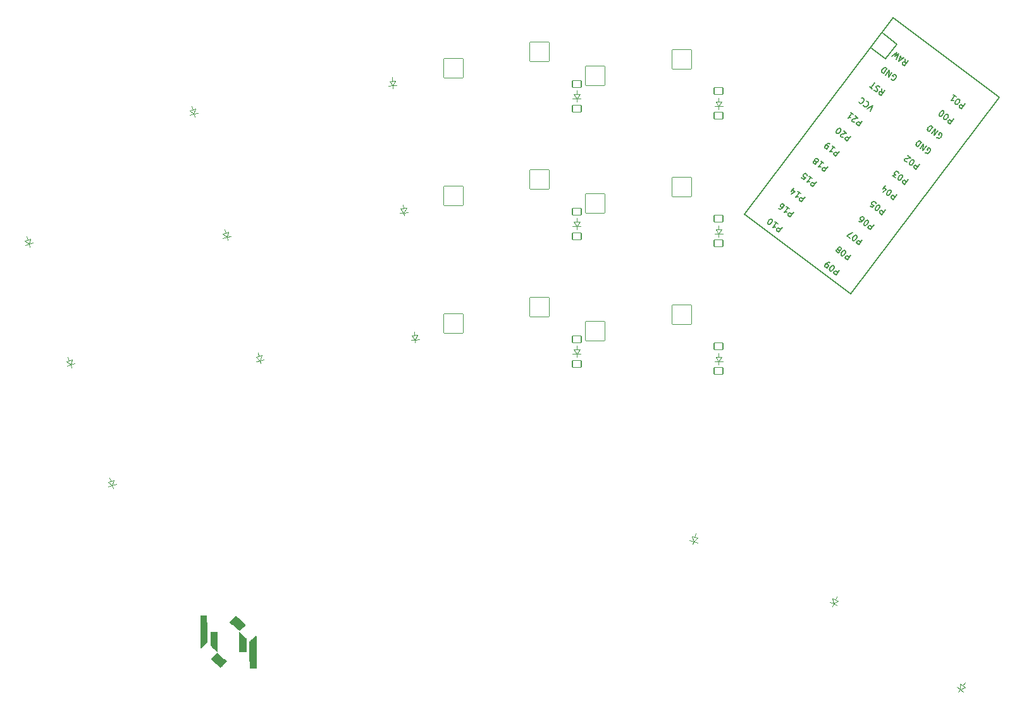
<source format=gto>
%TF.GenerationSoftware,KiCad,Pcbnew,5.99.0-unknown-fa82fcb809~131~ubuntu20.04.1*%
%TF.CreationDate,2021-08-27T12:31:07+02:00*%
%TF.ProjectId,tuck-n-roll,7475636b-2d6e-42d7-926f-6c6c2e6b6963,VERSION_HERE*%
%TF.SameCoordinates,Original*%
%TF.FileFunction,Legend,Top*%
%TF.FilePolarity,Positive*%
%FSLAX46Y46*%
G04 Gerber Fmt 4.6, Leading zero omitted, Abs format (unit mm)*
G04 Created by KiCad (PCBNEW 5.99.0-unknown-fa82fcb809~131~ubuntu20.04.1) date 2021-08-27 12:31:07*
%MOMM*%
%LPD*%
G01*
G04 APERTURE LIST*
G04 Aperture macros list*
%AMRoundRect*
0 Rectangle with rounded corners*
0 $1 Rounding radius*
0 $2 $3 $4 $5 $6 $7 $8 $9 X,Y pos of 4 corners*
0 Add a 4 corners polygon primitive as box body*
4,1,4,$2,$3,$4,$5,$6,$7,$8,$9,$2,$3,0*
0 Add four circle primitives for the rounded corners*
1,1,$1+$1,$2,$3*
1,1,$1+$1,$4,$5*
1,1,$1+$1,$6,$7*
1,1,$1+$1,$8,$9*
0 Add four rect primitives between the rounded corners*
20,1,$1+$1,$2,$3,$4,$5,0*
20,1,$1+$1,$4,$5,$6,$7,0*
20,1,$1+$1,$6,$7,$8,$9,0*
20,1,$1+$1,$8,$9,$2,$3,0*%
%AMRotRect*
0 Rectangle, with rotation*
0 The origin of the aperture is its center*
0 $1 length*
0 $2 width*
0 $3 Rotation angle, in degrees counterclockwise*
0 Add horizontal line*
21,1,$1,$2,0,0,$3*%
G04 Aperture macros list end*
%ADD10C,0.150000*%
%ADD11C,0.010000*%
%ADD12C,0.100000*%
%ADD13RotRect,1.752600X1.752600X233.000000*%
%ADD14C,1.752600*%
%ADD15C,1.801800*%
%ADD16C,3.529000*%
%ADD17C,2.132000*%
%ADD18C,3.100000*%
%ADD19RoundRect,0.050000X-1.300000X-1.300000X1.300000X-1.300000X1.300000X1.300000X-1.300000X1.300000X0*%
%ADD20RoundRect,0.050000X-0.919239X-1.592168X1.592168X-0.919239X0.919239X1.592168X-1.592168X0.919239X0*%
%ADD21C,1.600000*%
%ADD22C,1.700000*%
%ADD23RoundRect,0.050000X-1.727604X-0.628796X0.628796X-1.727604X1.727604X0.628796X-0.628796X1.727604X0*%
%ADD24RoundRect,0.050000X-0.805936X-1.652413X1.652413X-0.805936X0.805936X1.652413X-1.652413X0.805936X0*%
%ADD25RoundRect,0.050000X0.600000X-0.450000X0.600000X0.450000X-0.600000X0.450000X-0.600000X-0.450000X0*%
%ADD26RoundRect,0.050000X0.713817X-0.230142X0.420805X0.620824X-0.713817X0.230142X-0.420805X-0.620824X0*%
%ADD27RoundRect,0.050000X0.463087X-0.589958X0.696024X0.279375X-0.463087X0.589958X-0.696024X-0.279375X0*%
%ADD28RoundRect,0.050000X0.233382X-0.712764X0.749601X0.024473X-0.233382X0.712764X-0.749601X-0.024473X0*%
%ADD29RoundRect,0.050000X0.636937X-0.395994X0.558497X0.500581X-0.636937X0.395994X-0.558497X-0.500581X0*%
%ADD30RoundRect,0.050000X-1.810547X-0.319248X0.319248X-1.810547X1.810547X0.319248X-0.319248X1.810547X0*%
%ADD31RoundRect,0.050000X0.696024X-0.279375X0.463087X0.589958X-0.696024X0.279375X-0.463087X-0.589958X0*%
%ADD32RoundRect,0.050000X-1.181751X-1.408356X1.408356X-1.181751X1.181751X1.408356X-1.408356X1.181751X0*%
%ADD33RoundRect,0.050000X-1.592168X-0.919239X0.919239X-1.592168X1.592168X0.919239X-0.919239X1.592168X0*%
%ADD34RoundRect,0.050000X0.353606X-0.661409X0.733963X0.154268X-0.353606X0.661409X-0.733963X-0.154268X0*%
%ADD35RoundRect,0.050000X-0.172474X1.227215X-1.227215X-0.172474X0.172474X-1.227215X1.227215X0.172474X0*%
%ADD36C,1.852600*%
G04 APERTURE END LIST*
D10*
%TO.C,MCU1*%
X102775173Y50226523D02*
X102293721Y49587615D01*
X102050327Y49771025D01*
X102012405Y49847302D01*
X102004907Y49900652D01*
X102020335Y49984427D01*
X102089114Y50075700D01*
X102165391Y50113622D01*
X102218741Y50121120D01*
X102302516Y50105691D01*
X102545910Y49922281D01*
X101731089Y50106989D02*
X101677738Y50099491D01*
X101593964Y50114919D01*
X101441843Y50229551D01*
X101403921Y50305828D01*
X101396423Y50359178D01*
X101411851Y50442953D01*
X101457704Y50503801D01*
X101556907Y50572148D01*
X102197113Y50662123D01*
X101801598Y50960164D01*
X101193114Y51418690D02*
X101558204Y51143575D01*
X101375659Y51281132D02*
X100894207Y50642224D01*
X101023834Y50687644D01*
X101130535Y50702640D01*
X101214310Y50687212D01*
X106613447Y55921442D02*
X106651369Y55845165D01*
X106742642Y55776386D01*
X106856841Y55738031D01*
X106963542Y55753027D01*
X107039818Y55790949D01*
X107161948Y55889720D01*
X107230727Y55980993D01*
X107292007Y56125616D01*
X107307436Y56209390D01*
X107292440Y56316091D01*
X107224094Y56415294D01*
X107163245Y56461147D01*
X107049046Y56499502D01*
X106995696Y56492004D01*
X106835212Y56279034D01*
X106956909Y56187329D01*
X106767730Y56759189D02*
X106286278Y56120280D01*
X106402640Y57034304D01*
X105921188Y56395396D01*
X106098398Y57263567D02*
X105616946Y56624659D01*
X105464825Y56739290D01*
X105396478Y56838493D01*
X105381483Y56945194D01*
X105396911Y57028969D01*
X105458192Y57173592D01*
X105526971Y57264865D01*
X105649100Y57363635D01*
X105725377Y57401557D01*
X105832078Y57416553D01*
X105946277Y57378199D01*
X106098398Y57263567D01*
X112751738Y48115484D02*
X112789660Y48039207D01*
X112880933Y47970428D01*
X112995132Y47932073D01*
X113101833Y47947069D01*
X113178109Y47984991D01*
X113300239Y48083762D01*
X113369018Y48175035D01*
X113430298Y48319658D01*
X113445727Y48403432D01*
X113430731Y48510133D01*
X113362385Y48609336D01*
X113301536Y48655189D01*
X113187337Y48693544D01*
X113133987Y48686046D01*
X112973503Y48473076D01*
X113095200Y48381371D01*
X112906021Y48953231D02*
X112424569Y48314322D01*
X112540931Y49228346D01*
X112059479Y48589438D01*
X112236689Y49457609D02*
X111755237Y48818701D01*
X111603116Y48933332D01*
X111534769Y49032535D01*
X111519774Y49139236D01*
X111535202Y49223011D01*
X111596483Y49367634D01*
X111665262Y49458907D01*
X111787391Y49557677D01*
X111863668Y49595599D01*
X111970369Y49610595D01*
X112084568Y49572241D01*
X112236689Y49457609D01*
X105406454Y54604560D02*
X105390160Y54139834D01*
X105771544Y54329445D02*
X105290092Y53690536D01*
X105046698Y53873947D01*
X105008776Y53950223D01*
X105001278Y54003574D01*
X105016707Y54087349D01*
X105085486Y54178621D01*
X105161762Y54216543D01*
X105215113Y54224041D01*
X105298888Y54208613D01*
X105542281Y54025203D01*
X105140134Y54757546D02*
X105071787Y54856749D01*
X104919666Y54971381D01*
X104835892Y54986809D01*
X104782541Y54979311D01*
X104706264Y54941389D01*
X104660412Y54880541D01*
X104644983Y54796766D01*
X104652481Y54743415D01*
X104690403Y54667139D01*
X104789174Y54545009D01*
X104827096Y54468733D01*
X104834594Y54415382D01*
X104819166Y54331607D01*
X104773313Y54270759D01*
X104697036Y54232837D01*
X104643686Y54225339D01*
X104559911Y54240767D01*
X104407790Y54355399D01*
X104339444Y54454602D01*
X104133972Y54561735D02*
X103768882Y54836851D01*
X104432879Y55338201D02*
X103951427Y54699293D01*
X99741803Y30249360D02*
X99260351Y29610452D01*
X99016957Y29793862D01*
X98979035Y29870139D01*
X98971537Y29923489D01*
X98986965Y30007264D01*
X99055744Y30098537D01*
X99132021Y30136459D01*
X99185371Y30143957D01*
X99269146Y30128528D01*
X99512540Y29945118D01*
X98499745Y30183609D02*
X98438897Y30229462D01*
X98400975Y30305738D01*
X98393477Y30359089D01*
X98408905Y30442864D01*
X98470186Y30587487D01*
X98584818Y30739608D01*
X98706947Y30838378D01*
X98783224Y30876300D01*
X98836574Y30883798D01*
X98920349Y30868370D01*
X98981197Y30822517D01*
X99019119Y30746241D01*
X99026617Y30692890D01*
X99011189Y30609115D01*
X98949908Y30464492D01*
X98835277Y30312371D01*
X98713147Y30213601D01*
X98636871Y30175679D01*
X98583520Y30168181D01*
X98499745Y30183609D01*
X98463986Y31212264D02*
X98342289Y31303969D01*
X98258514Y31319398D01*
X98205164Y31311900D01*
X98075536Y31266480D01*
X97953407Y31167709D01*
X97769997Y30924316D01*
X97754568Y30840541D01*
X97762066Y30787190D01*
X97799988Y30710914D01*
X97921685Y30619208D01*
X98005460Y30603780D01*
X98058811Y30611278D01*
X98135087Y30649200D01*
X98249719Y30801321D01*
X98265147Y30885096D01*
X98257649Y30938446D01*
X98219727Y31014723D01*
X98098030Y31106428D01*
X98014256Y31121857D01*
X97960905Y31114359D01*
X97884628Y31076437D01*
X96660732Y42112387D02*
X96179280Y41473479D01*
X95935886Y41656889D01*
X95897964Y41733166D01*
X95890466Y41786516D01*
X95905894Y41870291D01*
X95974673Y41961564D01*
X96050950Y41999486D01*
X96104300Y42006984D01*
X96188075Y41991555D01*
X96431469Y41808145D01*
X95687157Y42846028D02*
X96052247Y42570913D01*
X95869702Y42708471D02*
X95388250Y42069562D01*
X95517877Y42114982D01*
X95624578Y42129978D01*
X95708353Y42114550D01*
X94627645Y42642719D02*
X94931887Y42413457D01*
X95191574Y42694772D01*
X95138224Y42687274D01*
X95054449Y42702703D01*
X94902328Y42817334D01*
X94864406Y42893611D01*
X94856908Y42946961D01*
X94872336Y43030736D01*
X94986968Y43182857D01*
X95063244Y43220779D01*
X95116595Y43228277D01*
X95200369Y43212849D01*
X95352491Y43098218D01*
X95390413Y43021941D01*
X95397911Y42968590D01*
X95132122Y40083852D02*
X94650670Y39444944D01*
X94407276Y39628354D01*
X94369354Y39704631D01*
X94361856Y39757981D01*
X94377284Y39841756D01*
X94446063Y39933029D01*
X94522340Y39970951D01*
X94575690Y39978449D01*
X94659465Y39963020D01*
X94902859Y39779610D01*
X94158547Y40817493D02*
X94523637Y40542378D01*
X94341092Y40679936D02*
X93859640Y40041027D01*
X93989267Y40086447D01*
X94095968Y40101443D01*
X94179743Y40086015D01*
X93289943Y40804228D02*
X93610911Y41230167D01*
X93258654Y40446202D02*
X93754669Y40787934D01*
X93359154Y41085976D01*
X98189342Y44140921D02*
X97707890Y43502013D01*
X97464496Y43685423D01*
X97426574Y43761700D01*
X97419076Y43815050D01*
X97434504Y43898825D01*
X97503283Y43990098D01*
X97579560Y44028020D01*
X97632910Y44035518D01*
X97716685Y44020089D01*
X97960079Y43836679D01*
X97215767Y44874562D02*
X97580857Y44599447D01*
X97398312Y44737005D02*
X96916860Y44098096D01*
X97046487Y44143516D01*
X97153188Y44158512D01*
X97236963Y44143084D01*
X96575561Y44784587D02*
X96613483Y44708310D01*
X96620981Y44654960D01*
X96605553Y44571185D01*
X96582626Y44540761D01*
X96506350Y44502839D01*
X96452999Y44495341D01*
X96369224Y44510769D01*
X96247527Y44602475D01*
X96209605Y44678751D01*
X96202107Y44732102D01*
X96217536Y44815877D01*
X96240462Y44846301D01*
X96316739Y44884223D01*
X96370089Y44891721D01*
X96453864Y44876292D01*
X96575561Y44784587D01*
X96659336Y44769159D01*
X96712686Y44776657D01*
X96788963Y44814579D01*
X96880668Y44936276D01*
X96896096Y45020051D01*
X96888598Y45073401D01*
X96850676Y45149678D01*
X96728979Y45241383D01*
X96645205Y45256811D01*
X96591854Y45249313D01*
X96515578Y45211391D01*
X96423872Y45089694D01*
X96408444Y45005920D01*
X96415942Y44952569D01*
X96453864Y44876292D01*
X108554946Y58592849D02*
X108538653Y58128123D01*
X108920037Y58317734D02*
X108438585Y57678825D01*
X108195191Y57862236D01*
X108157269Y57938513D01*
X108149771Y57991863D01*
X108165199Y58075638D01*
X108233978Y58166910D01*
X108310255Y58204833D01*
X108363606Y58212330D01*
X108447380Y58196902D01*
X108690774Y58013492D01*
X108173995Y58593714D02*
X107869753Y58822977D01*
X108372401Y58730407D02*
X107677980Y58251983D01*
X107946462Y59051375D01*
X107312889Y58527098D02*
X107642220Y59280638D01*
X107176629Y58915980D01*
X107398826Y59464048D01*
X106765253Y58939771D01*
X99717952Y46169455D02*
X99236500Y45530547D01*
X98993106Y45713957D01*
X98955184Y45790234D01*
X98947686Y45843584D01*
X98963114Y45927359D01*
X99031893Y46018632D01*
X99108170Y46056554D01*
X99161520Y46064052D01*
X99245295Y46048623D01*
X99488689Y45865213D01*
X98744377Y46903096D02*
X99109467Y46627981D01*
X98926922Y46765539D02*
X98445470Y46126630D01*
X98575097Y46172050D01*
X98681798Y46187046D01*
X98765573Y46171618D01*
X98440135Y47132359D02*
X98318438Y47224064D01*
X98234663Y47239493D01*
X98181313Y47231995D01*
X98051685Y47186575D01*
X97929556Y47087804D01*
X97746146Y46844411D01*
X97730717Y46760636D01*
X97738215Y46707285D01*
X97776137Y46631009D01*
X97897834Y46539303D01*
X97981609Y46523875D01*
X98034960Y46531373D01*
X98111236Y46569295D01*
X98225868Y46721416D01*
X98241296Y46805191D01*
X98233798Y46858541D01*
X98195876Y46934818D01*
X98074179Y47026523D01*
X97990405Y47041952D01*
X97937054Y47034454D01*
X97860777Y46996532D01*
X103898391Y51558834D02*
X104166874Y52358226D01*
X103472452Y51879802D01*
X103329992Y52893462D02*
X103383342Y52900959D01*
X103497541Y52862605D01*
X103558389Y52816752D01*
X103626736Y52717549D01*
X103641732Y52610848D01*
X103626303Y52527073D01*
X103565022Y52382450D01*
X103496243Y52291178D01*
X103374114Y52192407D01*
X103297837Y52154485D01*
X103191136Y52139489D01*
X103076937Y52177844D01*
X103016089Y52223696D01*
X102947743Y52322899D01*
X102940245Y52376250D01*
X102691083Y53374914D02*
X102744434Y53382411D01*
X102858633Y53344057D01*
X102919481Y53298204D01*
X102987827Y53199001D01*
X103002823Y53092300D01*
X102987395Y53008525D01*
X102926114Y52863902D01*
X102857335Y52772630D01*
X102735206Y52673859D01*
X102658929Y52635937D01*
X102552228Y52620941D01*
X102438029Y52659296D01*
X102377181Y52705148D01*
X102308834Y52804351D01*
X102301336Y52857702D01*
X110442074Y44449099D02*
X109960622Y43810191D01*
X109717228Y43993601D01*
X109679306Y44069878D01*
X109671808Y44123228D01*
X109687236Y44207003D01*
X109756015Y44298276D01*
X109832292Y44336198D01*
X109885642Y44343696D01*
X109969417Y44328267D01*
X110212811Y44144857D01*
X109200016Y44383348D02*
X109139168Y44429201D01*
X109101246Y44505477D01*
X109093748Y44558828D01*
X109109176Y44642603D01*
X109170457Y44787226D01*
X109285089Y44939347D01*
X109407218Y45038117D01*
X109483495Y45076039D01*
X109536845Y45083537D01*
X109620620Y45068109D01*
X109681468Y45022256D01*
X109719390Y44945980D01*
X109726888Y44892629D01*
X109711460Y44808854D01*
X109650179Y44664231D01*
X109535548Y44512110D01*
X109413418Y44413340D01*
X109337142Y44375418D01*
X109283791Y44367920D01*
X109200016Y44383348D01*
X108789506Y44788091D02*
X108736155Y44780593D01*
X108652381Y44796021D01*
X108500259Y44910653D01*
X108462337Y44986929D01*
X108454839Y45040280D01*
X108470268Y45124055D01*
X108516120Y45184903D01*
X108615323Y45253249D01*
X109255529Y45343224D01*
X108860015Y45641266D01*
X111223128Y46086949D02*
X111261050Y46010672D01*
X111352323Y45941893D01*
X111466522Y45903538D01*
X111573223Y45918534D01*
X111649499Y45956456D01*
X111771629Y46055227D01*
X111840408Y46146500D01*
X111901688Y46291123D01*
X111917117Y46374897D01*
X111902121Y46481598D01*
X111833775Y46580801D01*
X111772926Y46626654D01*
X111658727Y46665009D01*
X111605377Y46657511D01*
X111444893Y46444541D01*
X111566590Y46352836D01*
X111377411Y46924696D02*
X110895959Y46285787D01*
X111012321Y47199811D01*
X110530869Y46560903D01*
X110708079Y47429074D02*
X110226627Y46790166D01*
X110074506Y46904797D01*
X110006159Y47004000D01*
X109991164Y47110701D01*
X110006592Y47194476D01*
X110067873Y47339099D01*
X110136652Y47430372D01*
X110258781Y47529142D01*
X110335058Y47567064D01*
X110441759Y47582060D01*
X110555958Y47543706D01*
X110708079Y47429074D01*
X102799023Y34306428D02*
X102317571Y33667520D01*
X102074177Y33850930D01*
X102036255Y33927207D01*
X102028757Y33980557D01*
X102044185Y34064332D01*
X102112964Y34155605D01*
X102189241Y34193527D01*
X102242591Y34201025D01*
X102326366Y34185596D01*
X102569760Y34002186D01*
X101556965Y34240677D02*
X101496117Y34286530D01*
X101458195Y34362806D01*
X101450697Y34416157D01*
X101466125Y34499932D01*
X101527406Y34644555D01*
X101642038Y34796676D01*
X101764167Y34895446D01*
X101840444Y34933368D01*
X101893794Y34940866D01*
X101977569Y34925438D01*
X102038417Y34879585D01*
X102076339Y34803309D01*
X102083837Y34749958D01*
X102068409Y34666183D01*
X102007128Y34521560D01*
X101892497Y34369439D01*
X101770367Y34270669D01*
X101694091Y34232747D01*
X101640740Y34225249D01*
X101556965Y34240677D01*
X101131026Y34561645D02*
X100705087Y34882613D01*
X101460357Y35315185D01*
X101270413Y32277894D02*
X100788961Y31638986D01*
X100545567Y31822396D01*
X100507645Y31898673D01*
X100500147Y31952023D01*
X100515575Y32035798D01*
X100584354Y32127071D01*
X100660631Y32164993D01*
X100713981Y32172491D01*
X100797756Y32157062D01*
X101041150Y31973652D01*
X100028355Y32212143D02*
X99967507Y32257996D01*
X99929585Y32334272D01*
X99922087Y32387623D01*
X99937515Y32471398D01*
X99998796Y32616021D01*
X100113428Y32768142D01*
X100235557Y32866912D01*
X100311834Y32904834D01*
X100365184Y32912332D01*
X100448959Y32896904D01*
X100509807Y32851051D01*
X100547729Y32774775D01*
X100555227Y32721424D01*
X100539799Y32637649D01*
X100478518Y32493026D01*
X100363887Y32340905D01*
X100241757Y32242135D01*
X100165481Y32204213D01*
X100112130Y32196715D01*
X100028355Y32212143D01*
X99656632Y32921560D02*
X99694554Y32845283D01*
X99702052Y32791933D01*
X99686624Y32708158D01*
X99663697Y32677734D01*
X99587421Y32639812D01*
X99534070Y32632314D01*
X99450295Y32647742D01*
X99328598Y32739448D01*
X99290676Y32815724D01*
X99283178Y32869075D01*
X99298607Y32952850D01*
X99321533Y32983274D01*
X99397810Y33021196D01*
X99451160Y33028694D01*
X99534935Y33013265D01*
X99656632Y32921560D01*
X99740407Y32906132D01*
X99793757Y32913630D01*
X99870034Y32951552D01*
X99961739Y33073249D01*
X99977167Y33157024D01*
X99969669Y33210374D01*
X99931747Y33286651D01*
X99810050Y33378356D01*
X99726276Y33393784D01*
X99672925Y33386286D01*
X99596649Y33348364D01*
X99504943Y33226667D01*
X99489515Y33142893D01*
X99497013Y33089542D01*
X99534935Y33013265D01*
X93603512Y38055318D02*
X93122060Y37416410D01*
X92878666Y37599820D01*
X92840744Y37676097D01*
X92833246Y37729447D01*
X92848674Y37813222D01*
X92917453Y37904495D01*
X92993730Y37942417D01*
X93047080Y37949915D01*
X93130855Y37934486D01*
X93374249Y37751076D01*
X92629937Y38788959D02*
X92995027Y38513844D01*
X92812482Y38651402D02*
X92331030Y38012493D01*
X92460657Y38057913D01*
X92567358Y38072909D01*
X92651133Y38057481D01*
X91600849Y38562724D02*
X91722546Y38471019D01*
X91806321Y38455591D01*
X91859671Y38463089D01*
X91989298Y38508509D01*
X92111428Y38607279D01*
X92294838Y38850673D01*
X92310266Y38934448D01*
X92302768Y38987798D01*
X92264846Y39064075D01*
X92143149Y39155780D01*
X92059375Y39171208D01*
X92006024Y39163710D01*
X91929748Y39125788D01*
X91815116Y38973667D01*
X91799688Y38889892D01*
X91807186Y38836542D01*
X91845108Y38760265D01*
X91966805Y38668560D01*
X92050579Y38653132D01*
X92103930Y38660630D01*
X92180207Y38698552D01*
X116556514Y52563236D02*
X116075062Y51924328D01*
X115831668Y52107738D01*
X115793746Y52184015D01*
X115786248Y52237365D01*
X115801676Y52321140D01*
X115870455Y52412413D01*
X115946732Y52450335D01*
X116000082Y52457833D01*
X116083857Y52442404D01*
X116327251Y52258994D01*
X115314456Y52497485D02*
X115253608Y52543338D01*
X115215686Y52619614D01*
X115208188Y52672965D01*
X115223616Y52756740D01*
X115284897Y52901363D01*
X115399529Y53053484D01*
X115521658Y53152254D01*
X115597935Y53190176D01*
X115651285Y53197674D01*
X115735060Y53182246D01*
X115795908Y53136393D01*
X115833830Y53060117D01*
X115841328Y53006766D01*
X115825900Y52922991D01*
X115764619Y52778368D01*
X115649988Y52626247D01*
X115527858Y52527477D01*
X115451582Y52489555D01*
X115398231Y52482057D01*
X115314456Y52497485D01*
X114974455Y53755403D02*
X115339545Y53480288D01*
X115157000Y53617845D02*
X114675548Y52978937D01*
X114805175Y53024357D01*
X114911876Y53039353D01*
X114995651Y53023925D01*
X104327633Y36334962D02*
X103846181Y35696054D01*
X103602787Y35879464D01*
X103564865Y35955741D01*
X103557367Y36009091D01*
X103572795Y36092866D01*
X103641574Y36184139D01*
X103717851Y36222061D01*
X103771201Y36229559D01*
X103854976Y36214130D01*
X104098370Y36030720D01*
X103085575Y36269211D02*
X103024727Y36315064D01*
X102986805Y36391340D01*
X102979307Y36444691D01*
X102994735Y36528466D01*
X103056016Y36673089D01*
X103170648Y36825210D01*
X103292777Y36923980D01*
X103369054Y36961902D01*
X103422404Y36969400D01*
X103506179Y36953972D01*
X103567027Y36908119D01*
X103604949Y36831843D01*
X103612447Y36778492D01*
X103597019Y36694717D01*
X103535738Y36550094D01*
X103421107Y36397973D01*
X103298977Y36299203D01*
X103222701Y36261281D01*
X103169350Y36253783D01*
X103085575Y36269211D01*
X102324970Y36842368D02*
X102446667Y36750663D01*
X102530442Y36735235D01*
X102583792Y36742733D01*
X102713419Y36788153D01*
X102835549Y36886923D01*
X103018959Y37130317D01*
X103034387Y37214092D01*
X103026889Y37267442D01*
X102988967Y37343719D01*
X102867270Y37435424D01*
X102783496Y37450852D01*
X102730145Y37443354D01*
X102653869Y37405432D01*
X102539237Y37253311D01*
X102523809Y37169536D01*
X102531307Y37116186D01*
X102569229Y37039909D01*
X102690926Y36948204D01*
X102774700Y36932776D01*
X102828051Y36940274D01*
X102904328Y36978196D01*
X101246563Y48197989D02*
X100765111Y47559081D01*
X100521717Y47742491D01*
X100483795Y47818768D01*
X100476297Y47872118D01*
X100491725Y47955893D01*
X100560504Y48047166D01*
X100636781Y48085088D01*
X100690131Y48092586D01*
X100773906Y48077157D01*
X101017300Y47893747D01*
X100202479Y48078455D02*
X100149128Y48070957D01*
X100065354Y48086385D01*
X99913233Y48201017D01*
X99875311Y48277294D01*
X99867813Y48330644D01*
X99883241Y48414419D01*
X99929094Y48475267D01*
X100028297Y48543614D01*
X100668503Y48633589D01*
X100272988Y48931630D01*
X99396021Y48590764D02*
X99335173Y48636616D01*
X99297251Y48712893D01*
X99289753Y48766244D01*
X99305181Y48850018D01*
X99366462Y48994641D01*
X99481093Y49146762D01*
X99603223Y49245533D01*
X99679500Y49283455D01*
X99732850Y49290953D01*
X99816625Y49275525D01*
X99877473Y49229672D01*
X99915395Y49153395D01*
X99922893Y49100045D01*
X99907465Y49016270D01*
X99846184Y48871647D01*
X99731552Y48719526D01*
X99609423Y48620755D01*
X99533146Y48582833D01*
X99479796Y48575335D01*
X99396021Y48590764D01*
X115027904Y50534702D02*
X114546452Y49895794D01*
X114303058Y50079204D01*
X114265136Y50155481D01*
X114257638Y50208831D01*
X114273066Y50292606D01*
X114341845Y50383879D01*
X114418122Y50421801D01*
X114471472Y50429299D01*
X114555247Y50413870D01*
X114798641Y50230460D01*
X113785846Y50468951D02*
X113724998Y50514804D01*
X113687076Y50591080D01*
X113679578Y50644431D01*
X113695006Y50728206D01*
X113756287Y50872829D01*
X113870919Y51024950D01*
X113993048Y51123720D01*
X114069325Y51161642D01*
X114122675Y51169140D01*
X114206450Y51153712D01*
X114267298Y51107859D01*
X114305220Y51031583D01*
X114312718Y50978232D01*
X114297290Y50894457D01*
X114236009Y50749834D01*
X114121378Y50597713D01*
X113999248Y50498943D01*
X113922972Y50461021D01*
X113869621Y50453523D01*
X113785846Y50468951D01*
X113177362Y50927477D02*
X113116514Y50973329D01*
X113078592Y51049606D01*
X113071094Y51102957D01*
X113086522Y51186731D01*
X113147803Y51331354D01*
X113262434Y51483475D01*
X113384564Y51582246D01*
X113460841Y51620168D01*
X113514191Y51627666D01*
X113597966Y51612238D01*
X113658814Y51566385D01*
X113696736Y51490108D01*
X113704234Y51436758D01*
X113688806Y51352983D01*
X113627525Y51208360D01*
X113512893Y51056239D01*
X113390764Y50957468D01*
X113314487Y50919546D01*
X113261137Y50912048D01*
X113177362Y50927477D01*
X108913464Y42420565D02*
X108432012Y41781657D01*
X108188618Y41965067D01*
X108150696Y42041344D01*
X108143198Y42094694D01*
X108158626Y42178469D01*
X108227405Y42269742D01*
X108303682Y42307664D01*
X108357032Y42315162D01*
X108440807Y42299733D01*
X108684201Y42116323D01*
X107671406Y42354814D02*
X107610558Y42400667D01*
X107572636Y42476943D01*
X107565138Y42530294D01*
X107580566Y42614069D01*
X107641847Y42758692D01*
X107756479Y42910813D01*
X107878608Y43009583D01*
X107954885Y43047505D01*
X108008235Y43055003D01*
X108092010Y43039575D01*
X108152858Y42993722D01*
X108190780Y42917446D01*
X108198278Y42864095D01*
X108182850Y42780320D01*
X108121569Y42635697D01*
X108006938Y42483576D01*
X107884808Y42384806D01*
X107808532Y42346884D01*
X107755181Y42339386D01*
X107671406Y42354814D01*
X107245467Y42675782D02*
X106849953Y42973824D01*
X107246332Y43056733D01*
X107155060Y43125512D01*
X107117138Y43201789D01*
X107109640Y43255139D01*
X107125068Y43338914D01*
X107239700Y43491035D01*
X107315976Y43528957D01*
X107369327Y43536455D01*
X107453101Y43521027D01*
X107635647Y43383469D01*
X107673569Y43307192D01*
X107681067Y43253842D01*
X92074902Y36026784D02*
X91593450Y35387876D01*
X91350056Y35571286D01*
X91312134Y35647563D01*
X91304636Y35700913D01*
X91320064Y35784688D01*
X91388843Y35875961D01*
X91465120Y35913883D01*
X91518470Y35921381D01*
X91602245Y35905952D01*
X91845639Y35722542D01*
X91101327Y36760425D02*
X91466417Y36485310D01*
X91283872Y36622868D02*
X90802420Y35983959D01*
X90932047Y36029379D01*
X91038748Y36044375D01*
X91122523Y36028947D01*
X90224360Y36419559D02*
X90163512Y36465411D01*
X90125590Y36541688D01*
X90118092Y36595039D01*
X90133520Y36678813D01*
X90194801Y36823436D01*
X90309432Y36975557D01*
X90431562Y37074328D01*
X90507839Y37112250D01*
X90561189Y37119748D01*
X90644964Y37104320D01*
X90705812Y37058467D01*
X90743734Y36982190D01*
X90751232Y36928840D01*
X90735804Y36845065D01*
X90674523Y36700442D01*
X90559891Y36548321D01*
X90437762Y36449550D01*
X90361485Y36411628D01*
X90308135Y36404130D01*
X90224360Y36419559D01*
X107384853Y40392031D02*
X106903401Y39753123D01*
X106660007Y39936533D01*
X106622085Y40012810D01*
X106614587Y40066160D01*
X106630015Y40149935D01*
X106698794Y40241208D01*
X106775071Y40279130D01*
X106828421Y40286628D01*
X106912196Y40271199D01*
X107155590Y40087789D01*
X106142795Y40326280D02*
X106081947Y40372133D01*
X106044025Y40448409D01*
X106036527Y40501760D01*
X106051955Y40585535D01*
X106113236Y40730158D01*
X106227868Y40882279D01*
X106349997Y40981049D01*
X106426274Y41018971D01*
X106479624Y41026469D01*
X106563399Y41011041D01*
X106624247Y40965188D01*
X106662169Y40888912D01*
X106669667Y40835561D01*
X106654239Y40751786D01*
X106592958Y40607163D01*
X106478327Y40455042D01*
X106356197Y40356272D01*
X106279921Y40318350D01*
X106226570Y40310852D01*
X106142795Y40326280D01*
X105542674Y41112407D02*
X105863642Y41538346D01*
X105511385Y40754381D02*
X106007400Y41096113D01*
X105611885Y41394155D01*
X105856243Y38363497D02*
X105374791Y37724589D01*
X105131397Y37907999D01*
X105093475Y37984276D01*
X105085977Y38037626D01*
X105101405Y38121401D01*
X105170184Y38212674D01*
X105246461Y38250596D01*
X105299811Y38258094D01*
X105383586Y38242665D01*
X105626980Y38059255D01*
X104614185Y38297746D02*
X104553337Y38343599D01*
X104515415Y38419875D01*
X104507917Y38473226D01*
X104523345Y38557001D01*
X104584626Y38701624D01*
X104699258Y38853745D01*
X104821387Y38952515D01*
X104897664Y38990437D01*
X104951014Y38997935D01*
X105034789Y38982507D01*
X105095637Y38936654D01*
X105133559Y38860378D01*
X105141057Y38807027D01*
X105125629Y38723252D01*
X105064348Y38578629D01*
X104949717Y38426508D01*
X104827587Y38327738D01*
X104751311Y38289816D01*
X104697960Y38282318D01*
X104614185Y38297746D01*
X103823156Y38893829D02*
X104127398Y38664567D01*
X104387085Y38945882D01*
X104333735Y38938384D01*
X104249960Y38953813D01*
X104097839Y39068444D01*
X104059917Y39144721D01*
X104052419Y39198071D01*
X104067847Y39281846D01*
X104182479Y39433967D01*
X104258755Y39471889D01*
X104312106Y39479387D01*
X104395880Y39463959D01*
X104548002Y39349328D01*
X104585924Y39273051D01*
X104593422Y39219700D01*
D11*
%TO.C,G\u002A\u002A\u002A*%
X15069644Y-17827625D02*
X15068621Y-19653250D01*
X15068621Y-19653250D02*
X14675865Y-20023667D01*
X14675865Y-20023667D02*
X14566226Y-20126723D01*
X14566226Y-20126723D02*
X14464326Y-20221850D01*
X14464326Y-20221850D02*
X14374962Y-20304623D01*
X14374962Y-20304623D02*
X14302929Y-20370616D01*
X14302929Y-20370616D02*
X14253024Y-20415404D01*
X14253024Y-20415404D02*
X14232388Y-20432890D01*
X14232388Y-20432890D02*
X14181666Y-20471697D01*
X14181666Y-20471697D02*
X14181666Y-16002000D01*
X14181666Y-16002000D02*
X15070666Y-16002000D01*
X15070666Y-16002000D02*
X15069644Y-17827625D01*
X15069644Y-17827625D02*
X15069644Y-17827625D01*
G36*
X15069644Y-17827625D02*
G01*
X15068621Y-19653250D01*
X14675865Y-20023667D01*
X14566226Y-20126723D01*
X14464326Y-20221850D01*
X14374962Y-20304623D01*
X14302929Y-20370616D01*
X14253024Y-20415404D01*
X14232388Y-20432890D01*
X14181666Y-20471697D01*
X14181666Y-16002000D01*
X15070666Y-16002000D01*
X15069644Y-17827625D01*
G37*
X15069644Y-17827625D02*
X15068621Y-19653250D01*
X14675865Y-20023667D01*
X14566226Y-20126723D01*
X14464326Y-20221850D01*
X14374962Y-20304623D01*
X14302929Y-20370616D01*
X14253024Y-20415404D01*
X14232388Y-20432890D01*
X14181666Y-20471697D01*
X14181666Y-16002000D01*
X15070666Y-16002000D01*
X15069644Y-17827625D01*
X16425333Y-20909788D02*
X17012708Y-21464618D01*
X17012708Y-21464618D02*
X17148347Y-21592799D01*
X17148347Y-21592799D02*
X17277749Y-21715197D01*
X17277749Y-21715197D02*
X17396858Y-21827967D01*
X17396858Y-21827967D02*
X17501620Y-21927264D01*
X17501620Y-21927264D02*
X17587977Y-22009245D01*
X17587977Y-22009245D02*
X17651874Y-22070064D01*
X17651874Y-22070064D02*
X17689256Y-22105878D01*
X17689256Y-22105878D02*
X17690427Y-22107013D01*
X17690427Y-22107013D02*
X17780772Y-22194579D01*
X17780772Y-22194579D02*
X17354224Y-22596081D01*
X17354224Y-22596081D02*
X17241927Y-22701159D01*
X17241927Y-22701159D02*
X17138999Y-22796277D01*
X17138999Y-22796277D02*
X17049629Y-22877662D01*
X17049629Y-22877662D02*
X16978003Y-22941538D01*
X16978003Y-22941538D02*
X16928310Y-22984131D01*
X16928310Y-22984131D02*
X16904737Y-23001665D01*
X16904737Y-23001665D02*
X16904046Y-23001884D01*
X16904046Y-23001884D02*
X16884004Y-22988727D01*
X16884004Y-22988727D02*
X16836782Y-22949373D01*
X16836782Y-22949373D02*
X16765779Y-22886899D01*
X16765779Y-22886899D02*
X16674391Y-22804385D01*
X16674391Y-22804385D02*
X16566019Y-22704908D01*
X16566019Y-22704908D02*
X16444061Y-22591546D01*
X16444061Y-22591546D02*
X16311914Y-22467378D01*
X16311914Y-22467378D02*
X16266583Y-22424492D01*
X16266583Y-22424492D02*
X16129693Y-22294698D01*
X16129693Y-22294698D02*
X16000418Y-22171985D01*
X16000418Y-22171985D02*
X15882451Y-22059869D01*
X15882451Y-22059869D02*
X15779485Y-21961868D01*
X15779485Y-21961868D02*
X15695214Y-21881496D01*
X15695214Y-21881496D02*
X15633332Y-21822271D01*
X15633332Y-21822271D02*
X15597533Y-21787709D01*
X15597533Y-21787709D02*
X15592923Y-21783166D01*
X15592923Y-21783166D02*
X15533096Y-21723532D01*
X15533096Y-21723532D02*
X15952756Y-21327560D01*
X15952756Y-21327560D02*
X16063073Y-21222835D01*
X16063073Y-21222835D02*
X16162540Y-21127193D01*
X16162540Y-21127193D02*
X16247179Y-21044556D01*
X16247179Y-21044556D02*
X16313015Y-20978845D01*
X16313015Y-20978845D02*
X16356072Y-20933983D01*
X16356072Y-20933983D02*
X16372375Y-20913892D01*
X16372375Y-20913892D02*
X16372416Y-20913599D01*
X16372416Y-20913599D02*
X16357625Y-20894878D01*
X16357625Y-20894878D02*
X16315903Y-20851164D01*
X16315903Y-20851164D02*
X16251229Y-20786387D01*
X16251229Y-20786387D02*
X16167580Y-20704480D01*
X16167580Y-20704480D02*
X16068936Y-20609376D01*
X16068936Y-20609376D02*
X15959274Y-20505007D01*
X15959274Y-20505007D02*
X15954375Y-20500374D01*
X15954375Y-20500374D02*
X15536333Y-20105139D01*
X15536333Y-20105139D02*
X15536333Y-18097500D01*
X15536333Y-18097500D02*
X16425333Y-18097500D01*
X16425333Y-18097500D02*
X16425333Y-20909788D01*
X16425333Y-20909788D02*
X16425333Y-20909788D01*
G36*
X16425333Y-20909788D02*
G01*
X17012708Y-21464618D01*
X17148347Y-21592799D01*
X17277749Y-21715197D01*
X17396858Y-21827967D01*
X17501620Y-21927264D01*
X17587977Y-22009245D01*
X17651874Y-22070064D01*
X17689256Y-22105878D01*
X17690427Y-22107013D01*
X17780772Y-22194579D01*
X17354224Y-22596081D01*
X17241927Y-22701159D01*
X17138999Y-22796277D01*
X17049629Y-22877662D01*
X16978003Y-22941538D01*
X16928310Y-22984131D01*
X16904737Y-23001665D01*
X16904046Y-23001884D01*
X16884004Y-22988727D01*
X16836782Y-22949373D01*
X16765779Y-22886899D01*
X16674391Y-22804385D01*
X16566019Y-22704908D01*
X16444061Y-22591546D01*
X16311914Y-22467378D01*
X16266583Y-22424492D01*
X16129693Y-22294698D01*
X16000418Y-22171985D01*
X15882451Y-22059869D01*
X15779485Y-21961868D01*
X15695214Y-21881496D01*
X15633332Y-21822271D01*
X15597533Y-21787709D01*
X15592923Y-21783166D01*
X15533096Y-21723532D01*
X15952756Y-21327560D01*
X16063073Y-21222835D01*
X16162540Y-21127193D01*
X16247179Y-21044556D01*
X16313015Y-20978845D01*
X16356072Y-20933983D01*
X16372375Y-20913892D01*
X16372416Y-20913599D01*
X16357625Y-20894878D01*
X16315903Y-20851164D01*
X16251229Y-20786387D01*
X16167580Y-20704480D01*
X16068936Y-20609376D01*
X15959274Y-20505007D01*
X15954375Y-20500374D01*
X15536333Y-20105139D01*
X15536333Y-18097500D01*
X16425333Y-18097500D01*
X16425333Y-20909788D01*
G37*
X16425333Y-20909788D02*
X17012708Y-21464618D01*
X17148347Y-21592799D01*
X17277749Y-21715197D01*
X17396858Y-21827967D01*
X17501620Y-21927264D01*
X17587977Y-22009245D01*
X17651874Y-22070064D01*
X17689256Y-22105878D01*
X17690427Y-22107013D01*
X17780772Y-22194579D01*
X17354224Y-22596081D01*
X17241927Y-22701159D01*
X17138999Y-22796277D01*
X17049629Y-22877662D01*
X16978003Y-22941538D01*
X16928310Y-22984131D01*
X16904737Y-23001665D01*
X16904046Y-23001884D01*
X16884004Y-22988727D01*
X16836782Y-22949373D01*
X16765779Y-22886899D01*
X16674391Y-22804385D01*
X16566019Y-22704908D01*
X16444061Y-22591546D01*
X16311914Y-22467378D01*
X16266583Y-22424492D01*
X16129693Y-22294698D01*
X16000418Y-22171985D01*
X15882451Y-22059869D01*
X15779485Y-21961868D01*
X15695214Y-21881496D01*
X15633332Y-21822271D01*
X15597533Y-21787709D01*
X15592923Y-21783166D01*
X15533096Y-21723532D01*
X15952756Y-21327560D01*
X16063073Y-21222835D01*
X16162540Y-21127193D01*
X16247179Y-21044556D01*
X16313015Y-20978845D01*
X16356072Y-20933983D01*
X16372375Y-20913892D01*
X16372416Y-20913599D01*
X16357625Y-20894878D01*
X16315903Y-20851164D01*
X16251229Y-20786387D01*
X16167580Y-20704480D01*
X16068936Y-20609376D01*
X15959274Y-20505007D01*
X15954375Y-20500374D01*
X15536333Y-20105139D01*
X15536333Y-18097500D01*
X16425333Y-18097500D01*
X16425333Y-20909788D01*
X18911041Y-16047695D02*
X18957162Y-16087108D01*
X18957162Y-16087108D02*
X19026204Y-16148359D01*
X19026204Y-16148359D02*
X19114254Y-16227816D01*
X19114254Y-16227816D02*
X19217400Y-16321846D01*
X19217400Y-16321846D02*
X19331728Y-16426819D01*
X19331728Y-16426819D02*
X19453326Y-16539102D01*
X19453326Y-16539102D02*
X19578283Y-16655065D01*
X19578283Y-16655065D02*
X19702684Y-16771075D01*
X19702684Y-16771075D02*
X19822618Y-16883501D01*
X19822618Y-16883501D02*
X19934173Y-16988712D01*
X19934173Y-16988712D02*
X20033435Y-17083075D01*
X20033435Y-17083075D02*
X20116493Y-17162959D01*
X20116493Y-17162959D02*
X20179433Y-17224734D01*
X20179433Y-17224734D02*
X20218344Y-17264766D01*
X20218344Y-17264766D02*
X20220249Y-17266861D01*
X20220249Y-17266861D02*
X20230513Y-17280119D01*
X20230513Y-17280119D02*
X20234234Y-17294496D01*
X20234234Y-17294496D02*
X20228318Y-17313519D01*
X20228318Y-17313519D02*
X20209668Y-17340711D01*
X20209668Y-17340711D02*
X20175190Y-17379598D01*
X20175190Y-17379598D02*
X20121789Y-17433702D01*
X20121789Y-17433702D02*
X20046369Y-17506550D01*
X20046369Y-17506550D02*
X19945836Y-17601665D01*
X19945836Y-17601665D02*
X19833957Y-17706753D01*
X19833957Y-17706753D02*
X19723035Y-17811294D01*
X19723035Y-17811294D02*
X19623036Y-17906448D01*
X19623036Y-17906448D02*
X19537906Y-17988384D01*
X19537906Y-17988384D02*
X19471595Y-18053274D01*
X19471595Y-18053274D02*
X19428048Y-18097287D01*
X19428048Y-18097287D02*
X19411213Y-18116594D01*
X19411213Y-18116594D02*
X19411139Y-18116962D01*
X19411139Y-18116962D02*
X19426362Y-18134052D01*
X19426362Y-18134052D02*
X19468644Y-18176050D01*
X19468644Y-18176050D02*
X19533969Y-18239111D01*
X19533969Y-18239111D02*
X19618323Y-18319394D01*
X19618323Y-18319394D02*
X19717692Y-18413053D01*
X19717692Y-18413053D02*
X19828060Y-18516247D01*
X19828060Y-18516247D02*
X19832985Y-18520833D01*
X19832985Y-18520833D02*
X20253525Y-18912417D01*
X20253525Y-18912417D02*
X20255012Y-19912542D01*
X20255012Y-19912542D02*
X20256500Y-20912667D01*
X20256500Y-20912667D02*
X19367500Y-20912667D01*
X19367500Y-20912667D02*
X19366757Y-19510375D01*
X19366757Y-19510375D02*
X19366015Y-18108083D01*
X19366015Y-18108083D02*
X18848405Y-17621250D01*
X18848405Y-17621250D02*
X18716359Y-17497137D01*
X18716359Y-17497137D02*
X18586575Y-17375304D01*
X18586575Y-17375304D02*
X18464247Y-17260613D01*
X18464247Y-17260613D02*
X18354570Y-17157931D01*
X18354570Y-17157931D02*
X18262739Y-17072123D01*
X18262739Y-17072123D02*
X18193947Y-17008053D01*
X18193947Y-17008053D02*
X18169920Y-16985788D01*
X18169920Y-16985788D02*
X18009045Y-16837159D01*
X18009045Y-16837159D02*
X18436658Y-16435454D01*
X18436658Y-16435454D02*
X18549279Y-16330556D01*
X18549279Y-16330556D02*
X18652766Y-16235875D01*
X18652766Y-16235875D02*
X18742896Y-16155139D01*
X18742896Y-16155139D02*
X18815447Y-16092076D01*
X18815447Y-16092076D02*
X18866195Y-16050413D01*
X18866195Y-16050413D02*
X18890918Y-16033878D01*
X18890918Y-16033878D02*
X18891752Y-16033750D01*
X18891752Y-16033750D02*
X18911041Y-16047695D01*
X18911041Y-16047695D02*
X18911041Y-16047695D01*
G36*
X18911041Y-16047695D02*
G01*
X18957162Y-16087108D01*
X19026204Y-16148359D01*
X19114254Y-16227816D01*
X19217400Y-16321846D01*
X19331728Y-16426819D01*
X19453326Y-16539102D01*
X19578283Y-16655065D01*
X19702684Y-16771075D01*
X19822618Y-16883501D01*
X19934173Y-16988712D01*
X20033435Y-17083075D01*
X20116493Y-17162959D01*
X20179433Y-17224734D01*
X20218344Y-17264766D01*
X20220249Y-17266861D01*
X20230513Y-17280119D01*
X20234234Y-17294496D01*
X20228318Y-17313519D01*
X20209668Y-17340711D01*
X20175190Y-17379598D01*
X20121789Y-17433702D01*
X20046369Y-17506550D01*
X19945836Y-17601665D01*
X19833957Y-17706753D01*
X19723035Y-17811294D01*
X19623036Y-17906448D01*
X19537906Y-17988384D01*
X19471595Y-18053274D01*
X19428048Y-18097287D01*
X19411213Y-18116594D01*
X19411139Y-18116962D01*
X19426362Y-18134052D01*
X19468644Y-18176050D01*
X19533969Y-18239111D01*
X19618323Y-18319394D01*
X19717692Y-18413053D01*
X19828060Y-18516247D01*
X19832985Y-18520833D01*
X20253525Y-18912417D01*
X20255012Y-19912542D01*
X20256500Y-20912667D01*
X19367500Y-20912667D01*
X19366757Y-19510375D01*
X19366015Y-18108083D01*
X18848405Y-17621250D01*
X18716359Y-17497137D01*
X18586575Y-17375304D01*
X18464247Y-17260613D01*
X18354570Y-17157931D01*
X18262739Y-17072123D01*
X18193947Y-17008053D01*
X18169920Y-16985788D01*
X18009045Y-16837159D01*
X18436658Y-16435454D01*
X18549279Y-16330556D01*
X18652766Y-16235875D01*
X18742896Y-16155139D01*
X18815447Y-16092076D01*
X18866195Y-16050413D01*
X18890918Y-16033878D01*
X18891752Y-16033750D01*
X18911041Y-16047695D01*
G37*
X18911041Y-16047695D02*
X18957162Y-16087108D01*
X19026204Y-16148359D01*
X19114254Y-16227816D01*
X19217400Y-16321846D01*
X19331728Y-16426819D01*
X19453326Y-16539102D01*
X19578283Y-16655065D01*
X19702684Y-16771075D01*
X19822618Y-16883501D01*
X19934173Y-16988712D01*
X20033435Y-17083075D01*
X20116493Y-17162959D01*
X20179433Y-17224734D01*
X20218344Y-17264766D01*
X20220249Y-17266861D01*
X20230513Y-17280119D01*
X20234234Y-17294496D01*
X20228318Y-17313519D01*
X20209668Y-17340711D01*
X20175190Y-17379598D01*
X20121789Y-17433702D01*
X20046369Y-17506550D01*
X19945836Y-17601665D01*
X19833957Y-17706753D01*
X19723035Y-17811294D01*
X19623036Y-17906448D01*
X19537906Y-17988384D01*
X19471595Y-18053274D01*
X19428048Y-18097287D01*
X19411213Y-18116594D01*
X19411139Y-18116962D01*
X19426362Y-18134052D01*
X19468644Y-18176050D01*
X19533969Y-18239111D01*
X19618323Y-18319394D01*
X19717692Y-18413053D01*
X19828060Y-18516247D01*
X19832985Y-18520833D01*
X20253525Y-18912417D01*
X20255012Y-19912542D01*
X20256500Y-20912667D01*
X19367500Y-20912667D01*
X19366757Y-19510375D01*
X19366015Y-18108083D01*
X18848405Y-17621250D01*
X18716359Y-17497137D01*
X18586575Y-17375304D01*
X18464247Y-17260613D01*
X18354570Y-17157931D01*
X18262739Y-17072123D01*
X18193947Y-17008053D01*
X18169920Y-16985788D01*
X18009045Y-16837159D01*
X18436658Y-16435454D01*
X18549279Y-16330556D01*
X18652766Y-16235875D01*
X18742896Y-16155139D01*
X18815447Y-16092076D01*
X18866195Y-16050413D01*
X18890918Y-16033878D01*
X18891752Y-16033750D01*
X18911041Y-16047695D01*
X21600899Y-18583872D02*
X21602454Y-18644146D01*
X21602454Y-18644146D02*
X21603929Y-18741222D01*
X21603929Y-18741222D02*
X21605309Y-18872334D01*
X21605309Y-18872334D02*
X21606579Y-19034718D01*
X21606579Y-19034718D02*
X21607725Y-19225607D01*
X21607725Y-19225607D02*
X21608733Y-19442237D01*
X21608733Y-19442237D02*
X21609586Y-19681842D01*
X21609586Y-19681842D02*
X21610271Y-19941655D01*
X21610271Y-19941655D02*
X21610772Y-20218913D01*
X21610772Y-20218913D02*
X21611075Y-20510848D01*
X21611075Y-20510848D02*
X21611166Y-20785667D01*
X21611166Y-20785667D02*
X21611166Y-23008167D01*
X21611166Y-23008167D02*
X20722166Y-23008167D01*
X20722166Y-23008167D02*
X20722710Y-21193125D01*
X20722710Y-21193125D02*
X20723253Y-19378083D01*
X20723253Y-19378083D02*
X21155323Y-18970625D01*
X21155323Y-18970625D02*
X21267669Y-18865062D01*
X21267669Y-18865062D02*
X21369980Y-18769663D01*
X21369980Y-18769663D02*
X21458237Y-18688116D01*
X21458237Y-18688116D02*
X21528422Y-18624109D01*
X21528422Y-18624109D02*
X21576515Y-18581331D01*
X21576515Y-18581331D02*
X21598499Y-18563469D01*
X21598499Y-18563469D02*
X21599280Y-18563167D01*
X21599280Y-18563167D02*
X21600899Y-18583872D01*
X21600899Y-18583872D02*
X21600899Y-18583872D01*
G36*
X21600899Y-18583872D02*
G01*
X21602454Y-18644146D01*
X21603929Y-18741222D01*
X21605309Y-18872334D01*
X21606579Y-19034718D01*
X21607725Y-19225607D01*
X21608733Y-19442237D01*
X21609586Y-19681842D01*
X21610271Y-19941655D01*
X21610772Y-20218913D01*
X21611075Y-20510848D01*
X21611166Y-20785667D01*
X21611166Y-23008167D01*
X20722166Y-23008167D01*
X20722710Y-21193125D01*
X20723253Y-19378083D01*
X21155323Y-18970625D01*
X21267669Y-18865062D01*
X21369980Y-18769663D01*
X21458237Y-18688116D01*
X21528422Y-18624109D01*
X21576515Y-18581331D01*
X21598499Y-18563469D01*
X21599280Y-18563167D01*
X21600899Y-18583872D01*
G37*
X21600899Y-18583872D02*
X21602454Y-18644146D01*
X21603929Y-18741222D01*
X21605309Y-18872334D01*
X21606579Y-19034718D01*
X21607725Y-19225607D01*
X21608733Y-19442237D01*
X21609586Y-19681842D01*
X21610271Y-19941655D01*
X21610772Y-20218913D01*
X21611075Y-20510848D01*
X21611166Y-20785667D01*
X21611166Y-23008167D01*
X20722166Y-23008167D01*
X20722710Y-21193125D01*
X20723253Y-19378083D01*
X21155323Y-18970625D01*
X21267669Y-18865062D01*
X21369980Y-18769663D01*
X21458237Y-18688116D01*
X21528422Y-18624109D01*
X21576515Y-18581331D01*
X21598499Y-18563469D01*
X21599280Y-18563167D01*
X21600899Y-18583872D01*
D12*
%TO.C,D11*%
X64572091Y36740601D02*
X64572091Y37240601D01*
X64572091Y36140601D02*
X65122091Y36140601D01*
X64172091Y36740601D02*
X64972091Y36740601D01*
X64972091Y36740601D02*
X64572091Y36140601D01*
X64572091Y36140601D02*
X64172091Y36740601D01*
X64572091Y35740601D02*
X64572091Y36140601D01*
X64572091Y36140601D02*
X64022091Y36140601D01*
%TO.C,D3*%
X-8571746Y34463095D02*
X-8754612Y33765556D01*
X-8949953Y34332868D02*
X-9112737Y34805627D01*
X-8754612Y33765556D02*
X-9274647Y33586494D01*
X-8624385Y33387349D02*
X-8754612Y33765556D01*
X-8754612Y33765556D02*
X-8234577Y33944619D01*
X-8754612Y33765556D02*
X-9328160Y34202640D01*
X-9328160Y34202640D02*
X-8571746Y34463095D01*
%TO.C,D10*%
X64572091Y18640601D02*
X64572091Y19040601D01*
X64572091Y19040601D02*
X64172091Y19640601D01*
X64572091Y19040601D02*
X64022091Y19040601D01*
X64972091Y19640601D02*
X64572091Y19040601D01*
X64572091Y19040601D02*
X65122091Y19040601D01*
X64172091Y19640601D02*
X64972091Y19640601D01*
X64572091Y19640601D02*
X64572091Y20140601D01*
%TO.C,D16*%
X80096865Y-6469100D02*
X80200392Y-6082730D01*
X80200392Y-6082730D02*
X79969313Y-5399647D01*
X79969313Y-5399647D02*
X80742054Y-5606702D01*
X80200392Y-6082730D02*
X80731652Y-6225081D01*
X80742054Y-5606702D02*
X80200392Y-6082730D01*
X80355684Y-5503175D02*
X80485093Y-5020212D01*
X80200392Y-6082730D02*
X79669133Y-5940380D01*
%TO.C,D18*%
X115890247Y-25886576D02*
X115906732Y-25165654D01*
X115890247Y-25886576D02*
X116340781Y-26202043D01*
X115660817Y-26214237D02*
X115890247Y-25886576D01*
X116234393Y-25395085D02*
X116521181Y-24985509D01*
X116562054Y-25624516D02*
X115890247Y-25886576D01*
X115906732Y-25165654D02*
X116562054Y-25624516D01*
X115890247Y-25886576D02*
X115439714Y-25571109D01*
%TO.C,D7*%
X42453421Y21504601D02*
X43250377Y21574326D01*
X42904193Y20941747D02*
X42453421Y21504601D01*
X42904193Y20941747D02*
X42356285Y20893811D01*
X43250377Y21574326D02*
X42904193Y20941747D01*
X42939055Y20543269D02*
X42904193Y20941747D01*
X42851899Y21539464D02*
X42808321Y22037561D01*
X42904193Y20941747D02*
X43452100Y20989683D01*
%TO.C,D14*%
X83572091Y35140601D02*
X83172091Y35740601D01*
X83572091Y34740601D02*
X83572091Y35140601D01*
X83572091Y35740601D02*
X83572091Y36240601D01*
X83572091Y35140601D02*
X84122091Y35140601D01*
X83572091Y35140601D02*
X83022091Y35140601D01*
X83972091Y35740601D02*
X83572091Y35140601D01*
X83172091Y35740601D02*
X83972091Y35740601D01*
%TO.C,D5*%
X17956070Y35361590D02*
X17724991Y34678507D01*
X17724991Y34678507D02*
X17193731Y34536156D01*
X17828518Y34292137D02*
X17724991Y34678507D01*
X17569699Y35258062D02*
X17440290Y35741025D01*
X17724991Y34678507D02*
X17183329Y35154535D01*
X17724991Y34678507D02*
X18256250Y34820857D01*
X17183329Y35154535D02*
X17956070Y35361590D01*
%TO.C,D13*%
X83572091Y18040601D02*
X83022091Y18040601D01*
X83972091Y18640601D02*
X83572091Y18040601D01*
X83172091Y18640601D02*
X83972091Y18640601D01*
X83572091Y18640601D02*
X83572091Y19140601D01*
X83572091Y18040601D02*
X83172091Y18640601D01*
X83572091Y18040601D02*
X84122091Y18040601D01*
X83572091Y17640601D02*
X83572091Y18040601D01*
%TO.C,D9*%
X40269651Y55644185D02*
X39923467Y55011606D01*
X39871173Y55609323D02*
X39827595Y56107420D01*
X39472695Y55574460D02*
X40269651Y55644185D01*
X39923467Y55011606D02*
X39472695Y55574460D01*
X39958329Y54613128D02*
X39923467Y55011606D01*
X39923467Y55011606D02*
X39375559Y54963670D01*
X39923467Y55011606D02*
X40471374Y55059542D01*
%TO.C,D1*%
X2379819Y1428821D02*
X1806271Y1865905D01*
X2510046Y1050614D02*
X2379819Y1428821D01*
X1806271Y1865905D02*
X2562685Y2126360D01*
X2379819Y1428821D02*
X2899854Y1607884D01*
X2184478Y1996133D02*
X2021694Y2468892D01*
X2379819Y1428821D02*
X1859784Y1249759D01*
X2562685Y2126360D02*
X2379819Y1428821D01*
%TO.C,D12*%
X64572091Y53240601D02*
X64172091Y53840601D01*
X64972091Y53840601D02*
X64572091Y53240601D01*
X64172091Y53840601D02*
X64972091Y53840601D01*
X64572091Y53240601D02*
X64022091Y53240601D01*
X64572091Y53240601D02*
X65122091Y53240601D01*
X64572091Y53840601D02*
X64572091Y54340601D01*
X64572091Y52840601D02*
X64572091Y53240601D01*
%TO.C,D2*%
X-3057170Y17218982D02*
X-3187397Y17597189D01*
X-3760945Y18034273D02*
X-3004531Y18294728D01*
X-3187397Y17597189D02*
X-3707432Y17418127D01*
X-3187397Y17597189D02*
X-3760945Y18034273D01*
X-3382738Y18164501D02*
X-3545522Y18637260D01*
X-3004531Y18294728D02*
X-3187397Y17597189D01*
X-3187397Y17597189D02*
X-2667362Y17776252D01*
%TO.C,D15*%
X83572091Y52240601D02*
X83172091Y52840601D01*
X83172091Y52840601D02*
X83972091Y52840601D01*
X83572091Y52240601D02*
X83022091Y52240601D01*
X83972091Y52840601D02*
X83572091Y52240601D01*
X83572091Y52240601D02*
X84122091Y52240601D01*
X83572091Y52840601D02*
X83572091Y53340601D01*
X83572091Y51840601D02*
X83572091Y52240601D01*
%TO.C,D17*%
X98742578Y-14785948D02*
X98911626Y-14423425D01*
X99527720Y-14048687D02*
X98911626Y-14423425D01*
X99165197Y-13879640D02*
X99376506Y-13426486D01*
X98911626Y-14423425D02*
X99410095Y-14655865D01*
X98911626Y-14423425D02*
X98802673Y-13710593D01*
X98911626Y-14423425D02*
X98413156Y-14190985D01*
X98802673Y-13710593D02*
X99527720Y-14048687D01*
%TO.C,D4*%
X22150797Y18161175D02*
X21609135Y18637203D01*
X22381876Y18844258D02*
X22150797Y18161175D01*
X22254324Y17774805D02*
X22150797Y18161175D01*
X22150797Y18161175D02*
X22682056Y18303525D01*
X21609135Y18637203D02*
X22381876Y18844258D01*
X22150797Y18161175D02*
X21619537Y18018824D01*
X21995505Y18740730D02*
X21866096Y19223693D01*
%TO.C,D8*%
X41448692Y37578198D02*
X41413830Y37976676D01*
X41413830Y37976676D02*
X41961737Y38024612D01*
X41361536Y38574393D02*
X41317958Y39072490D01*
X41760014Y38609255D02*
X41413830Y37976676D01*
X41413830Y37976676D02*
X40865922Y37928740D01*
X41413830Y37976676D02*
X40963058Y38539530D01*
X40963058Y38539530D02*
X41760014Y38609255D01*
%TO.C,D6*%
X13299186Y51195839D02*
X12767926Y51053488D01*
X13299186Y51195839D02*
X13830445Y51338189D01*
X13299186Y51195839D02*
X12757524Y51671867D01*
X13402713Y50809469D02*
X13299186Y51195839D01*
X13530265Y51878922D02*
X13299186Y51195839D01*
X13143894Y51775394D02*
X13014485Y52258357D01*
X12757524Y51671867D02*
X13530265Y51878922D01*
D10*
%TO.C,MCU1*%
X101250300Y27069260D02*
X121122232Y53440205D01*
X87050560Y37769531D02*
X101250300Y27069260D01*
X107422416Y60583332D02*
X105393882Y62111942D01*
X105893806Y58554797D02*
X103865272Y60083408D01*
X106922492Y64140476D02*
X87050560Y37769531D01*
X107422416Y60583332D02*
X105893806Y58554797D01*
X121122232Y53440205D02*
X106922492Y64140476D01*
%TD*%
D13*
%TO.C,MCU1*%
X105643844Y60333370D03*
D14*
X104115234Y58304835D03*
X102586624Y56276301D03*
X101058014Y54247767D03*
X99529404Y52219233D03*
X98000793Y50190699D03*
X96472183Y48162164D03*
X94943573Y46133630D03*
X93414963Y44105096D03*
X91886353Y42076562D03*
X90357743Y40048028D03*
X88829133Y38019493D03*
X117815049Y51161709D03*
X116286439Y49133174D03*
X114757829Y47104640D03*
X113229219Y45076106D03*
X111700609Y43047572D03*
X110171999Y41019038D03*
X108643389Y38990503D03*
X107114778Y36961969D03*
X105586168Y34933435D03*
X104057558Y32904901D03*
X102528948Y30876367D03*
X101000338Y28847832D03*
%TD*%
%LPC*%
D11*
%TO.C,G\u002A\u002A\u002A*%
X9990584Y-25474530D02*
X10022416Y-25493303D01*
X10022416Y-25493303D02*
X10065193Y-25542575D01*
X10065193Y-25542575D02*
X10073356Y-25602835D01*
X10073356Y-25602835D02*
X10045248Y-25659771D01*
X10045248Y-25659771D02*
X10042071Y-25663071D01*
X10042071Y-25663071D02*
X9998116Y-25692441D01*
X9998116Y-25692441D02*
X9951229Y-25687130D01*
X9951229Y-25687130D02*
X9910709Y-25663383D01*
X9910709Y-25663383D02*
X9870979Y-25614458D01*
X9870979Y-25614458D02*
X9867763Y-25557599D01*
X9867763Y-25557599D02*
X9900622Y-25505527D01*
X9900622Y-25505527D02*
X9916583Y-25493303D01*
X9916583Y-25493303D02*
X9958010Y-25470908D01*
X9958010Y-25470908D02*
X9990584Y-25474530D01*
X9990584Y-25474530D02*
X9990584Y-25474530D01*
G36*
X9990584Y-25474530D02*
G01*
X10022416Y-25493303D01*
X10065193Y-25542575D01*
X10073356Y-25602835D01*
X10045248Y-25659771D01*
X10042071Y-25663071D01*
X9998116Y-25692441D01*
X9951229Y-25687130D01*
X9910709Y-25663383D01*
X9870979Y-25614458D01*
X9867763Y-25557599D01*
X9900622Y-25505527D01*
X9916583Y-25493303D01*
X9958010Y-25470908D01*
X9990584Y-25474530D01*
G37*
X9990584Y-25474530D02*
X10022416Y-25493303D01*
X10065193Y-25542575D01*
X10073356Y-25602835D01*
X10045248Y-25659771D01*
X10042071Y-25663071D01*
X9998116Y-25692441D01*
X9951229Y-25687130D01*
X9910709Y-25663383D01*
X9870979Y-25614458D01*
X9867763Y-25557599D01*
X9900622Y-25505527D01*
X9916583Y-25493303D01*
X9958010Y-25470908D01*
X9990584Y-25474530D01*
X-1492247Y-15970155D02*
X-1243190Y-16037500D01*
X-1243190Y-16037500D02*
X-1042459Y-16122123D01*
X-1042459Y-16122123D02*
X-846667Y-16217666D01*
X-846667Y-16217666D02*
X-846667Y-16543749D01*
X-846667Y-16543749D02*
X-847446Y-16655820D01*
X-847446Y-16655820D02*
X-849595Y-16751265D01*
X-849595Y-16751265D02*
X-852833Y-16822863D01*
X-852833Y-16822863D02*
X-856877Y-16863395D01*
X-856877Y-16863395D02*
X-859391Y-16869833D01*
X-859391Y-16869833D02*
X-879417Y-16856358D01*
X-879417Y-16856358D02*
X-922827Y-16820140D01*
X-922827Y-16820140D02*
X-982218Y-16767497D01*
X-982218Y-16767497D02*
X-1020989Y-16731998D01*
X-1020989Y-16731998D02*
X-1197329Y-16594142D01*
X-1197329Y-16594142D02*
X-1385496Y-16493532D01*
X-1385496Y-16493532D02*
X-1581188Y-16430223D01*
X-1581188Y-16430223D02*
X-1780105Y-16404269D01*
X-1780105Y-16404269D02*
X-1977944Y-16415723D01*
X-1977944Y-16415723D02*
X-2170405Y-16464641D01*
X-2170405Y-16464641D02*
X-2353187Y-16551077D01*
X-2353187Y-16551077D02*
X-2521989Y-16675084D01*
X-2521989Y-16675084D02*
X-2562123Y-16712572D01*
X-2562123Y-16712572D02*
X-2688369Y-16864709D01*
X-2688369Y-16864709D02*
X-2780174Y-17036926D01*
X-2780174Y-17036926D02*
X-2836807Y-17223695D01*
X-2836807Y-17223695D02*
X-2857538Y-17419492D01*
X-2857538Y-17419492D02*
X-2841637Y-17618788D01*
X-2841637Y-17618788D02*
X-2788372Y-17816057D01*
X-2788372Y-17816057D02*
X-2726227Y-17954201D01*
X-2726227Y-17954201D02*
X-2612561Y-18125399D01*
X-2612561Y-18125399D02*
X-2472208Y-18264436D01*
X-2472208Y-18264436D02*
X-2307529Y-18369945D01*
X-2307529Y-18369945D02*
X-2120889Y-18440557D01*
X-2120889Y-18440557D02*
X-1914648Y-18474906D01*
X-1914648Y-18474906D02*
X-1821178Y-18478187D01*
X-1821178Y-18478187D02*
X-1652587Y-18469704D01*
X-1652587Y-18469704D02*
X-1502231Y-18442586D01*
X-1502231Y-18442586D02*
X-1362115Y-18393267D01*
X-1362115Y-18393267D02*
X-1224242Y-18318182D01*
X-1224242Y-18318182D02*
X-1080618Y-18213765D01*
X-1080618Y-18213765D02*
X-926042Y-18079045D01*
X-926042Y-18079045D02*
X-825500Y-17985874D01*
X-825500Y-17985874D02*
X-825500Y-18645761D01*
X-825500Y-18645761D02*
X-964848Y-18723689D01*
X-964848Y-18723689D02*
X-1182013Y-18823032D01*
X-1182013Y-18823032D02*
X-1422507Y-18890560D01*
X-1422507Y-18890560D02*
X-1629618Y-18921963D01*
X-1629618Y-18921963D02*
X-1724058Y-18931002D01*
X-1724058Y-18931002D02*
X-1805051Y-18937557D01*
X-1805051Y-18937557D02*
X-1861827Y-18940819D01*
X-1861827Y-18940819D02*
X-1880785Y-18940779D01*
X-1880785Y-18940779D02*
X-1925350Y-18936434D01*
X-1925350Y-18936434D02*
X-1985969Y-18930517D01*
X-1985969Y-18930517D02*
X-1989667Y-18930156D01*
X-1989667Y-18930156D02*
X-2251487Y-18886505D01*
X-2251487Y-18886505D02*
X-2489378Y-18808488D01*
X-2489378Y-18808488D02*
X-2705497Y-18695083D01*
X-2705497Y-18695083D02*
X-2901997Y-18545266D01*
X-2901997Y-18545266D02*
X-2998170Y-18451547D01*
X-2998170Y-18451547D02*
X-3150486Y-18264403D01*
X-3150486Y-18264403D02*
X-3265004Y-18062700D01*
X-3265004Y-18062700D02*
X-3342916Y-17843341D01*
X-3342916Y-17843341D02*
X-3385413Y-17603231D01*
X-3385413Y-17603231D02*
X-3394730Y-17420167D01*
X-3394730Y-17420167D02*
X-3382982Y-17199890D01*
X-3382982Y-17199890D02*
X-3343170Y-17003701D01*
X-3343170Y-17003701D02*
X-3272102Y-16823989D01*
X-3272102Y-16823989D02*
X-3166585Y-16653141D01*
X-3166585Y-16653141D02*
X-3023426Y-16483547D01*
X-3023426Y-16483547D02*
X-2985547Y-16444628D01*
X-2985547Y-16444628D02*
X-2793476Y-16274113D01*
X-2793476Y-16274113D02*
X-2592910Y-16142287D01*
X-2592910Y-16142287D02*
X-2376920Y-16045723D01*
X-2376920Y-16045723D02*
X-2138575Y-15980997D01*
X-2138575Y-15980997D02*
X-2002315Y-15958628D01*
X-2002315Y-15958628D02*
X-1744211Y-15944048D01*
X-1744211Y-15944048D02*
X-1492247Y-15970155D01*
X-1492247Y-15970155D02*
X-1492247Y-15970155D01*
G36*
X-1492247Y-15970155D02*
G01*
X-1243190Y-16037500D01*
X-1042459Y-16122123D01*
X-846667Y-16217666D01*
X-846667Y-16543749D01*
X-847446Y-16655820D01*
X-849595Y-16751265D01*
X-852833Y-16822863D01*
X-856877Y-16863395D01*
X-859391Y-16869833D01*
X-879417Y-16856358D01*
X-922827Y-16820140D01*
X-982218Y-16767497D01*
X-1020989Y-16731998D01*
X-1197329Y-16594142D01*
X-1385496Y-16493532D01*
X-1581188Y-16430223D01*
X-1780105Y-16404269D01*
X-1977944Y-16415723D01*
X-2170405Y-16464641D01*
X-2353187Y-16551077D01*
X-2521989Y-16675084D01*
X-2562123Y-16712572D01*
X-2688369Y-16864709D01*
X-2780174Y-17036926D01*
X-2836807Y-17223695D01*
X-2857538Y-17419492D01*
X-2841637Y-17618788D01*
X-2788372Y-17816057D01*
X-2726227Y-17954201D01*
X-2612561Y-18125399D01*
X-2472208Y-18264436D01*
X-2307529Y-18369945D01*
X-2120889Y-18440557D01*
X-1914648Y-18474906D01*
X-1821178Y-18478187D01*
X-1652587Y-18469704D01*
X-1502231Y-18442586D01*
X-1362115Y-18393267D01*
X-1224242Y-18318182D01*
X-1080618Y-18213765D01*
X-926042Y-18079045D01*
X-825500Y-17985874D01*
X-825500Y-18645761D01*
X-964848Y-18723689D01*
X-1182013Y-18823032D01*
X-1422507Y-18890560D01*
X-1629618Y-18921963D01*
X-1724058Y-18931002D01*
X-1805051Y-18937557D01*
X-1861827Y-18940819D01*
X-1880785Y-18940779D01*
X-1925350Y-18936434D01*
X-1985969Y-18930517D01*
X-1989667Y-18930156D01*
X-2251487Y-18886505D01*
X-2489378Y-18808488D01*
X-2705497Y-18695083D01*
X-2901997Y-18545266D01*
X-2998170Y-18451547D01*
X-3150486Y-18264403D01*
X-3265004Y-18062700D01*
X-3342916Y-17843341D01*
X-3385413Y-17603231D01*
X-3394730Y-17420167D01*
X-3382982Y-17199890D01*
X-3343170Y-17003701D01*
X-3272102Y-16823989D01*
X-3166585Y-16653141D01*
X-3023426Y-16483547D01*
X-2985547Y-16444628D01*
X-2793476Y-16274113D01*
X-2592910Y-16142287D01*
X-2376920Y-16045723D01*
X-2138575Y-15980997D01*
X-2002315Y-15958628D01*
X-1744211Y-15944048D01*
X-1492247Y-15970155D01*
G37*
X-1492247Y-15970155D02*
X-1243190Y-16037500D01*
X-1042459Y-16122123D01*
X-846667Y-16217666D01*
X-846667Y-16543749D01*
X-847446Y-16655820D01*
X-849595Y-16751265D01*
X-852833Y-16822863D01*
X-856877Y-16863395D01*
X-859391Y-16869833D01*
X-879417Y-16856358D01*
X-922827Y-16820140D01*
X-982218Y-16767497D01*
X-1020989Y-16731998D01*
X-1197329Y-16594142D01*
X-1385496Y-16493532D01*
X-1581188Y-16430223D01*
X-1780105Y-16404269D01*
X-1977944Y-16415723D01*
X-2170405Y-16464641D01*
X-2353187Y-16551077D01*
X-2521989Y-16675084D01*
X-2562123Y-16712572D01*
X-2688369Y-16864709D01*
X-2780174Y-17036926D01*
X-2836807Y-17223695D01*
X-2857538Y-17419492D01*
X-2841637Y-17618788D01*
X-2788372Y-17816057D01*
X-2726227Y-17954201D01*
X-2612561Y-18125399D01*
X-2472208Y-18264436D01*
X-2307529Y-18369945D01*
X-2120889Y-18440557D01*
X-1914648Y-18474906D01*
X-1821178Y-18478187D01*
X-1652587Y-18469704D01*
X-1502231Y-18442586D01*
X-1362115Y-18393267D01*
X-1224242Y-18318182D01*
X-1080618Y-18213765D01*
X-926042Y-18079045D01*
X-825500Y-17985874D01*
X-825500Y-18645761D01*
X-964848Y-18723689D01*
X-1182013Y-18823032D01*
X-1422507Y-18890560D01*
X-1629618Y-18921963D01*
X-1724058Y-18931002D01*
X-1805051Y-18937557D01*
X-1861827Y-18940819D01*
X-1880785Y-18940779D01*
X-1925350Y-18936434D01*
X-1985969Y-18930517D01*
X-1989667Y-18930156D01*
X-2251487Y-18886505D01*
X-2489378Y-18808488D01*
X-2705497Y-18695083D01*
X-2901997Y-18545266D01*
X-2998170Y-18451547D01*
X-3150486Y-18264403D01*
X-3265004Y-18062700D01*
X-3342916Y-17843341D01*
X-3385413Y-17603231D01*
X-3394730Y-17420167D01*
X-3382982Y-17199890D01*
X-3343170Y-17003701D01*
X-3272102Y-16823989D01*
X-3166585Y-16653141D01*
X-3023426Y-16483547D01*
X-2985547Y-16444628D01*
X-2793476Y-16274113D01*
X-2592910Y-16142287D01*
X-2376920Y-16045723D01*
X-2138575Y-15980997D01*
X-2002315Y-15958628D01*
X-1744211Y-15944048D01*
X-1492247Y-15970155D01*
X15543515Y-16015535D02*
X15732928Y-16015931D01*
X15732928Y-16015931D02*
X15946559Y-16016595D01*
X15946559Y-16016595D02*
X16181386Y-16017518D01*
X16181386Y-16017518D02*
X16434392Y-16018695D01*
X16434392Y-16018695D02*
X16702557Y-16020119D01*
X16702557Y-16020119D02*
X16982862Y-16021785D01*
X16982862Y-16021785D02*
X16987511Y-16021814D01*
X16987511Y-16021814D02*
X18893772Y-16033750D01*
X18893772Y-16033750D02*
X18463193Y-16441208D01*
X18463193Y-16441208D02*
X18032614Y-16848667D01*
X18032614Y-16848667D02*
X15049500Y-16848667D01*
X15049500Y-16848667D02*
X15049500Y-16437166D01*
X15049500Y-16437166D02*
X15050278Y-16309765D01*
X15050278Y-16309765D02*
X15052447Y-16197588D01*
X15052447Y-16197588D02*
X15055757Y-16107227D01*
X15055757Y-16107227D02*
X15059959Y-16045275D01*
X15059959Y-16045275D02*
X15064802Y-16018322D01*
X15064802Y-16018322D02*
X15065375Y-16017771D01*
X15065375Y-16017771D02*
X15088415Y-16016740D01*
X15088415Y-16016740D02*
X15150769Y-16016007D01*
X15150769Y-16016007D02*
X15249416Y-16015567D01*
X15249416Y-16015567D02*
X15381338Y-16015411D01*
X15381338Y-16015411D02*
X15543515Y-16015535D01*
X15543515Y-16015535D02*
X15543515Y-16015535D01*
G36*
X15543515Y-16015535D02*
G01*
X15732928Y-16015931D01*
X15946559Y-16016595D01*
X16181386Y-16017518D01*
X16434392Y-16018695D01*
X16702557Y-16020119D01*
X16982862Y-16021785D01*
X16987511Y-16021814D01*
X18893772Y-16033750D01*
X18463193Y-16441208D01*
X18032614Y-16848667D01*
X15049500Y-16848667D01*
X15049500Y-16437166D01*
X15050278Y-16309765D01*
X15052447Y-16197588D01*
X15055757Y-16107227D01*
X15059959Y-16045275D01*
X15064802Y-16018322D01*
X15065375Y-16017771D01*
X15088415Y-16016740D01*
X15150769Y-16016007D01*
X15249416Y-16015567D01*
X15381338Y-16015411D01*
X15543515Y-16015535D01*
G37*
X15543515Y-16015535D02*
X15732928Y-16015931D01*
X15946559Y-16016595D01*
X16181386Y-16017518D01*
X16434392Y-16018695D01*
X16702557Y-16020119D01*
X16982862Y-16021785D01*
X16987511Y-16021814D01*
X18893772Y-16033750D01*
X18463193Y-16441208D01*
X18032614Y-16848667D01*
X15049500Y-16848667D01*
X15049500Y-16437166D01*
X15050278Y-16309765D01*
X15052447Y-16197588D01*
X15055757Y-16107227D01*
X15059959Y-16045275D01*
X15064802Y-16018322D01*
X15065375Y-16017771D01*
X15088415Y-16016740D01*
X15150769Y-16016007D01*
X15249416Y-16015567D01*
X15381338Y-16015411D01*
X15543515Y-16015535D01*
X12446000Y-24892600D02*
X12525375Y-24840807D01*
X12525375Y-24840807D02*
X12644067Y-24786147D01*
X12644067Y-24786147D02*
X12765764Y-24772593D01*
X12765764Y-24772593D02*
X12885371Y-24799698D01*
X12885371Y-24799698D02*
X12997794Y-24867017D01*
X12997794Y-24867017D02*
X13017462Y-24883901D01*
X13017462Y-24883901D02*
X13097948Y-24983060D01*
X13097948Y-24983060D02*
X13146530Y-25100170D01*
X13146530Y-25100170D02*
X13163724Y-25226520D01*
X13163724Y-25226520D02*
X13150045Y-25353401D01*
X13150045Y-25353401D02*
X13106009Y-25472102D01*
X13106009Y-25472102D02*
X13032130Y-25573914D01*
X13032130Y-25573914D02*
X12973720Y-25623252D01*
X12973720Y-25623252D02*
X12893295Y-25661198D01*
X12893295Y-25661198D02*
X12792103Y-25685001D01*
X12792103Y-25685001D02*
X12690330Y-25691230D01*
X12690330Y-25691230D02*
X12625916Y-25682348D01*
X12625916Y-25682348D02*
X12581705Y-25662312D01*
X12581705Y-25662312D02*
X12526289Y-25627420D01*
X12526289Y-25627420D02*
X12514791Y-25619016D01*
X12514791Y-25619016D02*
X12446000Y-25567179D01*
X12446000Y-25567179D02*
X12446000Y-25622450D01*
X12446000Y-25622450D02*
X12442002Y-25658312D01*
X12442002Y-25658312D02*
X12421832Y-25672215D01*
X12421832Y-25672215D02*
X12373223Y-25671685D01*
X12373223Y-25671685D02*
X12366625Y-25671153D01*
X12366625Y-25671153D02*
X12287250Y-25664583D01*
X12287250Y-25664583D02*
X12287250Y-25234196D01*
X12287250Y-25234196D02*
X12446000Y-25234196D01*
X12446000Y-25234196D02*
X12462354Y-25339437D01*
X12462354Y-25339437D02*
X12506719Y-25427132D01*
X12506719Y-25427132D02*
X12572049Y-25493316D01*
X12572049Y-25493316D02*
X12651300Y-25534025D01*
X12651300Y-25534025D02*
X12737424Y-25545291D01*
X12737424Y-25545291D02*
X12823378Y-25523152D01*
X12823378Y-25523152D02*
X12884725Y-25481110D01*
X12884725Y-25481110D02*
X12951704Y-25396399D01*
X12951704Y-25396399D02*
X12987264Y-25301114D01*
X12987264Y-25301114D02*
X12993628Y-25202876D01*
X12993628Y-25202876D02*
X12973023Y-25109304D01*
X12973023Y-25109304D02*
X12927675Y-25028020D01*
X12927675Y-25028020D02*
X12859809Y-24966643D01*
X12859809Y-24966643D02*
X12771651Y-24932793D01*
X12771651Y-24932793D02*
X12723337Y-24928560D01*
X12723337Y-24928560D02*
X12618542Y-24947153D01*
X12618542Y-24947153D02*
X12535027Y-24999910D01*
X12535027Y-24999910D02*
X12476904Y-25082298D01*
X12476904Y-25082298D02*
X12448287Y-25189784D01*
X12448287Y-25189784D02*
X12446000Y-25234196D01*
X12446000Y-25234196D02*
X12287250Y-25234196D01*
X12287250Y-25234196D02*
X12287250Y-24140583D01*
X12287250Y-24140583D02*
X12366625Y-24134014D01*
X12366625Y-24134014D02*
X12446000Y-24127444D01*
X12446000Y-24127444D02*
X12446000Y-24892600D01*
X12446000Y-24892600D02*
X12446000Y-24892600D01*
G36*
X12366625Y-24134014D02*
G01*
X12446000Y-24127444D01*
X12446000Y-24892600D01*
X12525375Y-24840807D01*
X12644067Y-24786147D01*
X12765764Y-24772593D01*
X12885371Y-24799698D01*
X12997794Y-24867017D01*
X13017462Y-24883901D01*
X13097948Y-24983060D01*
X13146530Y-25100170D01*
X13163724Y-25226520D01*
X13150045Y-25353401D01*
X13106009Y-25472102D01*
X13032130Y-25573914D01*
X12973720Y-25623252D01*
X12893295Y-25661198D01*
X12792103Y-25685001D01*
X12690330Y-25691230D01*
X12625916Y-25682348D01*
X12581705Y-25662312D01*
X12526289Y-25627420D01*
X12514791Y-25619016D01*
X12446000Y-25567179D01*
X12446000Y-25622450D01*
X12442002Y-25658312D01*
X12421832Y-25672215D01*
X12373223Y-25671685D01*
X12366625Y-25671153D01*
X12287250Y-25664583D01*
X12287250Y-25234196D01*
X12446000Y-25234196D01*
X12462354Y-25339437D01*
X12506719Y-25427132D01*
X12572049Y-25493316D01*
X12651300Y-25534025D01*
X12737424Y-25545291D01*
X12823378Y-25523152D01*
X12884725Y-25481110D01*
X12951704Y-25396399D01*
X12987264Y-25301114D01*
X12993628Y-25202876D01*
X12973023Y-25109304D01*
X12927675Y-25028020D01*
X12859809Y-24966643D01*
X12771651Y-24932793D01*
X12723337Y-24928560D01*
X12618542Y-24947153D01*
X12535027Y-24999910D01*
X12476904Y-25082298D01*
X12448287Y-25189784D01*
X12446000Y-25234196D01*
X12287250Y-25234196D01*
X12287250Y-24140583D01*
X12366625Y-24134014D01*
G37*
X12366625Y-24134014D02*
X12446000Y-24127444D01*
X12446000Y-24892600D01*
X12525375Y-24840807D01*
X12644067Y-24786147D01*
X12765764Y-24772593D01*
X12885371Y-24799698D01*
X12997794Y-24867017D01*
X13017462Y-24883901D01*
X13097948Y-24983060D01*
X13146530Y-25100170D01*
X13163724Y-25226520D01*
X13150045Y-25353401D01*
X13106009Y-25472102D01*
X13032130Y-25573914D01*
X12973720Y-25623252D01*
X12893295Y-25661198D01*
X12792103Y-25685001D01*
X12690330Y-25691230D01*
X12625916Y-25682348D01*
X12581705Y-25662312D01*
X12526289Y-25627420D01*
X12514791Y-25619016D01*
X12446000Y-25567179D01*
X12446000Y-25622450D01*
X12442002Y-25658312D01*
X12421832Y-25672215D01*
X12373223Y-25671685D01*
X12366625Y-25671153D01*
X12287250Y-25664583D01*
X12287250Y-25234196D01*
X12446000Y-25234196D01*
X12462354Y-25339437D01*
X12506719Y-25427132D01*
X12572049Y-25493316D01*
X12651300Y-25534025D01*
X12737424Y-25545291D01*
X12823378Y-25523152D01*
X12884725Y-25481110D01*
X12951704Y-25396399D01*
X12987264Y-25301114D01*
X12993628Y-25202876D01*
X12973023Y-25109304D01*
X12927675Y-25028020D01*
X12859809Y-24966643D01*
X12771651Y-24932793D01*
X12723337Y-24928560D01*
X12618542Y-24947153D01*
X12535027Y-24999910D01*
X12476904Y-25082298D01*
X12448287Y-25189784D01*
X12446000Y-25234196D01*
X12287250Y-25234196D01*
X12287250Y-24140583D01*
X12366625Y-24134014D01*
X21611166Y-25675167D02*
X21463000Y-25675167D01*
X21463000Y-25675167D02*
X21463000Y-24130000D01*
X21463000Y-24130000D02*
X21611166Y-24130000D01*
X21611166Y-24130000D02*
X21611166Y-25675167D01*
X21611166Y-25675167D02*
X21611166Y-25675167D01*
G36*
X21611166Y-25675167D02*
G01*
X21463000Y-25675167D01*
X21463000Y-24130000D01*
X21611166Y-24130000D01*
X21611166Y-25675167D01*
G37*
X21611166Y-25675167D02*
X21463000Y-25675167D01*
X21463000Y-24130000D01*
X21611166Y-24130000D01*
X21611166Y-25675167D01*
X7408333Y-16317342D02*
X7487708Y-16243616D01*
X7487708Y-16243616D02*
X7659163Y-16112357D01*
X7659163Y-16112357D02*
X7849803Y-16018014D01*
X7849803Y-16018014D02*
X8056792Y-15961352D01*
X8056792Y-15961352D02*
X8277290Y-15943133D01*
X8277290Y-15943133D02*
X8508462Y-15964120D01*
X8508462Y-15964120D02*
X8519583Y-15966091D01*
X8519583Y-15966091D02*
X8704284Y-16013698D01*
X8704284Y-16013698D02*
X8859413Y-16086065D01*
X8859413Y-16086065D02*
X8988696Y-16186578D01*
X8988696Y-16186578D02*
X9095864Y-16318627D01*
X9095864Y-16318627D02*
X9184645Y-16485597D01*
X9184645Y-16485597D02*
X9234727Y-16615833D01*
X9234727Y-16615833D02*
X9281583Y-16753417D01*
X9281583Y-16753417D02*
X9292166Y-18975917D01*
X9292166Y-18975917D02*
X9302750Y-21198417D01*
X9302750Y-21198417D02*
X10374130Y-20171833D01*
X10374130Y-20171833D02*
X11080127Y-20171833D01*
X11080127Y-20171833D02*
X10995772Y-20254446D01*
X10995772Y-20254446D02*
X10960507Y-20288228D01*
X10960507Y-20288228D02*
X10898459Y-20346852D01*
X10898459Y-20346852D02*
X10813862Y-20426351D01*
X10813862Y-20426351D02*
X10710950Y-20522756D01*
X10710950Y-20522756D02*
X10593957Y-20632100D01*
X10593957Y-20632100D02*
X10467119Y-20750415D01*
X10467119Y-20750415D02*
X10361083Y-20849160D01*
X10361083Y-20849160D02*
X10233764Y-20968079D01*
X10233764Y-20968079D02*
X10116854Y-21078134D01*
X10116854Y-21078134D02*
X10013850Y-21175966D01*
X10013850Y-21175966D02*
X9928251Y-21258216D01*
X9928251Y-21258216D02*
X9863556Y-21321523D01*
X9863556Y-21321523D02*
X9823262Y-21362528D01*
X9823262Y-21362528D02*
X9810750Y-21377642D01*
X9810750Y-21377642D02*
X9824809Y-21395804D01*
X9824809Y-21395804D02*
X9865181Y-21441835D01*
X9865181Y-21441835D02*
X9929156Y-21512787D01*
X9929156Y-21512787D02*
X10014025Y-21605709D01*
X10014025Y-21605709D02*
X10117079Y-21717651D01*
X10117079Y-21717651D02*
X10235609Y-21845663D01*
X10235609Y-21845663D02*
X10366904Y-21986796D01*
X10366904Y-21986796D02*
X10508257Y-22138100D01*
X10508257Y-22138100D02*
X10556875Y-22190002D01*
X10556875Y-22190002D02*
X10700908Y-22343868D01*
X10700908Y-22343868D02*
X10835791Y-22488364D01*
X10835791Y-22488364D02*
X10958818Y-22620561D01*
X10958818Y-22620561D02*
X11067282Y-22737534D01*
X11067282Y-22737534D02*
X11158477Y-22836354D01*
X11158477Y-22836354D02*
X11229698Y-22914095D01*
X11229698Y-22914095D02*
X11278238Y-22967829D01*
X11278238Y-22967829D02*
X11301391Y-22994629D01*
X11301391Y-22994629D02*
X11303000Y-22997074D01*
X11303000Y-22997074D02*
X11283017Y-23000828D01*
X11283017Y-23000828D02*
X11227805Y-23004039D01*
X11227805Y-23004039D02*
X11144464Y-23006472D01*
X11144464Y-23006472D02*
X11040098Y-23007895D01*
X11040098Y-23007895D02*
X10966039Y-23008167D01*
X10966039Y-23008167D02*
X10629079Y-23008167D01*
X10629079Y-23008167D02*
X10116426Y-22463125D01*
X10116426Y-22463125D02*
X9992847Y-22331828D01*
X9992847Y-22331828D02*
X9874661Y-22206426D01*
X9874661Y-22206426D02*
X9765954Y-22091245D01*
X9765954Y-22091245D02*
X9670814Y-21990608D01*
X9670814Y-21990608D02*
X9593328Y-21908841D01*
X9593328Y-21908841D02*
X9537583Y-21850267D01*
X9537583Y-21850267D02*
X9512007Y-21823649D01*
X9512007Y-21823649D02*
X9420242Y-21729216D01*
X9420242Y-21729216D02*
X9292166Y-21851920D01*
X9292166Y-21851920D02*
X9292166Y-23008167D01*
X9292166Y-23008167D02*
X8763000Y-23008167D01*
X8763000Y-23008167D02*
X8763000Y-19971792D01*
X8763000Y-19971792D02*
X8762868Y-19496247D01*
X8762868Y-19496247D02*
X8762469Y-19062300D01*
X8762469Y-19062300D02*
X8761798Y-18669219D01*
X8761798Y-18669219D02*
X8760850Y-18316269D01*
X8760850Y-18316269D02*
X8759618Y-18002717D01*
X8759618Y-18002717D02*
X8758098Y-17727828D01*
X8758098Y-17727828D02*
X8756284Y-17490870D01*
X8756284Y-17490870D02*
X8754172Y-17291108D01*
X8754172Y-17291108D02*
X8751754Y-17127809D01*
X8751754Y-17127809D02*
X8749027Y-17000239D01*
X8749027Y-17000239D02*
X8745984Y-16907663D01*
X8745984Y-16907663D02*
X8742621Y-16849350D01*
X8742621Y-16849350D02*
X8740005Y-16828197D01*
X8740005Y-16828197D02*
X8693131Y-16694400D01*
X8693131Y-16694400D02*
X8616990Y-16579065D01*
X8616990Y-16579065D02*
X8518246Y-16491334D01*
X8518246Y-16491334D02*
X8477250Y-16467667D01*
X8477250Y-16467667D02*
X8418916Y-16441622D01*
X8418916Y-16441622D02*
X8362420Y-16425692D01*
X8362420Y-16425692D02*
X8294252Y-16417548D01*
X8294252Y-16417548D02*
X8200904Y-16414863D01*
X8200904Y-16414863D02*
X8170333Y-16414771D01*
X8170333Y-16414771D02*
X7982491Y-16427522D01*
X7982491Y-16427522D02*
X7825808Y-16467168D01*
X7825808Y-16467168D02*
X7697737Y-16535859D01*
X7697737Y-16535859D02*
X7595727Y-16635747D01*
X7595727Y-16635747D02*
X7517229Y-16768983D01*
X7517229Y-16768983D02*
X7459694Y-16937720D01*
X7459694Y-16937720D02*
X7438717Y-17032252D01*
X7438717Y-17032252D02*
X7430322Y-17087070D01*
X7430322Y-17087070D02*
X7423489Y-17157855D01*
X7423489Y-17157855D02*
X7418095Y-17248630D01*
X7418095Y-17248630D02*
X7414018Y-17363419D01*
X7414018Y-17363419D02*
X7411133Y-17506245D01*
X7411133Y-17506245D02*
X7409319Y-17681133D01*
X7409319Y-17681133D02*
X7408451Y-17892106D01*
X7408451Y-17892106D02*
X7408333Y-18025278D01*
X7408333Y-18025278D02*
X7408333Y-18859500D01*
X7408333Y-18859500D02*
X6879166Y-18859500D01*
X6879166Y-18859500D02*
X6879166Y-13864167D01*
X6879166Y-13864167D02*
X7408333Y-13864167D01*
X7408333Y-13864167D02*
X7408333Y-16317342D01*
X7408333Y-16317342D02*
X7408333Y-16317342D01*
G36*
X7408333Y-16317342D02*
G01*
X7487708Y-16243616D01*
X7659163Y-16112357D01*
X7849803Y-16018014D01*
X8056792Y-15961352D01*
X8277290Y-15943133D01*
X8508462Y-15964120D01*
X8519583Y-15966091D01*
X8704284Y-16013698D01*
X8859413Y-16086065D01*
X8988696Y-16186578D01*
X9095864Y-16318627D01*
X9184645Y-16485597D01*
X9234727Y-16615833D01*
X9281583Y-16753417D01*
X9292166Y-18975917D01*
X9302750Y-21198417D01*
X10374130Y-20171833D01*
X11080127Y-20171833D01*
X10995772Y-20254446D01*
X10960507Y-20288228D01*
X10898459Y-20346852D01*
X10813862Y-20426351D01*
X10710950Y-20522756D01*
X10593957Y-20632100D01*
X10467119Y-20750415D01*
X10361083Y-20849160D01*
X10233764Y-20968079D01*
X10116854Y-21078134D01*
X10013850Y-21175966D01*
X9928251Y-21258216D01*
X9863556Y-21321523D01*
X9823262Y-21362528D01*
X9810750Y-21377642D01*
X9824809Y-21395804D01*
X9865181Y-21441835D01*
X9929156Y-21512787D01*
X10014025Y-21605709D01*
X10117079Y-21717651D01*
X10235609Y-21845663D01*
X10366904Y-21986796D01*
X10508257Y-22138100D01*
X10556875Y-22190002D01*
X10700908Y-22343868D01*
X10835791Y-22488364D01*
X10958818Y-22620561D01*
X11067282Y-22737534D01*
X11158477Y-22836354D01*
X11229698Y-22914095D01*
X11278238Y-22967829D01*
X11301391Y-22994629D01*
X11303000Y-22997074D01*
X11283017Y-23000828D01*
X11227805Y-23004039D01*
X11144464Y-23006472D01*
X11040098Y-23007895D01*
X10966039Y-23008167D01*
X10629079Y-23008167D01*
X10116426Y-22463125D01*
X9992847Y-22331828D01*
X9874661Y-22206426D01*
X9765954Y-22091245D01*
X9670814Y-21990608D01*
X9593328Y-21908841D01*
X9537583Y-21850267D01*
X9512007Y-21823649D01*
X9420242Y-21729216D01*
X9292166Y-21851920D01*
X9292166Y-23008167D01*
X8763000Y-23008167D01*
X8763000Y-19971792D01*
X8762868Y-19496247D01*
X8762469Y-19062300D01*
X8761798Y-18669219D01*
X8760850Y-18316269D01*
X8759618Y-18002717D01*
X8758098Y-17727828D01*
X8756284Y-17490870D01*
X8754172Y-17291108D01*
X8751754Y-17127809D01*
X8749027Y-17000239D01*
X8745984Y-16907663D01*
X8742621Y-16849350D01*
X8740005Y-16828197D01*
X8693131Y-16694400D01*
X8616990Y-16579065D01*
X8518246Y-16491334D01*
X8477250Y-16467667D01*
X8418916Y-16441622D01*
X8362420Y-16425692D01*
X8294252Y-16417548D01*
X8200904Y-16414863D01*
X8170333Y-16414771D01*
X7982491Y-16427522D01*
X7825808Y-16467168D01*
X7697737Y-16535859D01*
X7595727Y-16635747D01*
X7517229Y-16768983D01*
X7459694Y-16937720D01*
X7438717Y-17032252D01*
X7430322Y-17087070D01*
X7423489Y-17157855D01*
X7418095Y-17248630D01*
X7414018Y-17363419D01*
X7411133Y-17506245D01*
X7409319Y-17681133D01*
X7408451Y-17892106D01*
X7408333Y-18025278D01*
X7408333Y-18859500D01*
X6879166Y-18859500D01*
X6879166Y-13864167D01*
X7408333Y-13864167D01*
X7408333Y-16317342D01*
G37*
X7408333Y-16317342D02*
X7487708Y-16243616D01*
X7659163Y-16112357D01*
X7849803Y-16018014D01*
X8056792Y-15961352D01*
X8277290Y-15943133D01*
X8508462Y-15964120D01*
X8519583Y-15966091D01*
X8704284Y-16013698D01*
X8859413Y-16086065D01*
X8988696Y-16186578D01*
X9095864Y-16318627D01*
X9184645Y-16485597D01*
X9234727Y-16615833D01*
X9281583Y-16753417D01*
X9292166Y-18975917D01*
X9302750Y-21198417D01*
X10374130Y-20171833D01*
X11080127Y-20171833D01*
X10995772Y-20254446D01*
X10960507Y-20288228D01*
X10898459Y-20346852D01*
X10813862Y-20426351D01*
X10710950Y-20522756D01*
X10593957Y-20632100D01*
X10467119Y-20750415D01*
X10361083Y-20849160D01*
X10233764Y-20968079D01*
X10116854Y-21078134D01*
X10013850Y-21175966D01*
X9928251Y-21258216D01*
X9863556Y-21321523D01*
X9823262Y-21362528D01*
X9810750Y-21377642D01*
X9824809Y-21395804D01*
X9865181Y-21441835D01*
X9929156Y-21512787D01*
X10014025Y-21605709D01*
X10117079Y-21717651D01*
X10235609Y-21845663D01*
X10366904Y-21986796D01*
X10508257Y-22138100D01*
X10556875Y-22190002D01*
X10700908Y-22343868D01*
X10835791Y-22488364D01*
X10958818Y-22620561D01*
X11067282Y-22737534D01*
X11158477Y-22836354D01*
X11229698Y-22914095D01*
X11278238Y-22967829D01*
X11301391Y-22994629D01*
X11303000Y-22997074D01*
X11283017Y-23000828D01*
X11227805Y-23004039D01*
X11144464Y-23006472D01*
X11040098Y-23007895D01*
X10966039Y-23008167D01*
X10629079Y-23008167D01*
X10116426Y-22463125D01*
X9992847Y-22331828D01*
X9874661Y-22206426D01*
X9765954Y-22091245D01*
X9670814Y-21990608D01*
X9593328Y-21908841D01*
X9537583Y-21850267D01*
X9512007Y-21823649D01*
X9420242Y-21729216D01*
X9292166Y-21851920D01*
X9292166Y-23008167D01*
X8763000Y-23008167D01*
X8763000Y-19971792D01*
X8762868Y-19496247D01*
X8762469Y-19062300D01*
X8761798Y-18669219D01*
X8760850Y-18316269D01*
X8759618Y-18002717D01*
X8758098Y-17727828D01*
X8756284Y-17490870D01*
X8754172Y-17291108D01*
X8751754Y-17127809D01*
X8749027Y-17000239D01*
X8745984Y-16907663D01*
X8742621Y-16849350D01*
X8740005Y-16828197D01*
X8693131Y-16694400D01*
X8616990Y-16579065D01*
X8518246Y-16491334D01*
X8477250Y-16467667D01*
X8418916Y-16441622D01*
X8362420Y-16425692D01*
X8294252Y-16417548D01*
X8200904Y-16414863D01*
X8170333Y-16414771D01*
X7982491Y-16427522D01*
X7825808Y-16467168D01*
X7697737Y-16535859D01*
X7595727Y-16635747D01*
X7517229Y-16768983D01*
X7459694Y-16937720D01*
X7438717Y-17032252D01*
X7430322Y-17087070D01*
X7423489Y-17157855D01*
X7418095Y-17248630D01*
X7414018Y-17363419D01*
X7411133Y-17506245D01*
X7409319Y-17681133D01*
X7408451Y-17892106D01*
X7408333Y-18025278D01*
X7408333Y-18859500D01*
X6879166Y-18859500D01*
X6879166Y-13864167D01*
X7408333Y-13864167D01*
X7408333Y-16317342D01*
X17843500Y-25294167D02*
X17441333Y-25294167D01*
X17441333Y-25294167D02*
X17441333Y-25146000D01*
X17441333Y-25146000D02*
X17843500Y-25146000D01*
X17843500Y-25146000D02*
X17843500Y-25294167D01*
X17843500Y-25294167D02*
X17843500Y-25294167D01*
G36*
X17843500Y-25294167D02*
G01*
X17441333Y-25294167D01*
X17441333Y-25146000D01*
X17843500Y-25146000D01*
X17843500Y-25294167D01*
G37*
X17843500Y-25294167D02*
X17441333Y-25294167D01*
X17441333Y-25146000D01*
X17843500Y-25146000D01*
X17843500Y-25294167D01*
X14917208Y-24790180D02*
X14996583Y-24796750D01*
X14996583Y-24796750D02*
X15007166Y-25132057D01*
X15007166Y-25132057D02*
X15011407Y-25258295D01*
X15011407Y-25258295D02*
X15015672Y-25349162D01*
X15015672Y-25349162D02*
X15021123Y-25411604D01*
X15021123Y-25411604D02*
X15028921Y-25452568D01*
X15028921Y-25452568D02*
X15040228Y-25479001D01*
X15040228Y-25479001D02*
X15056206Y-25497850D01*
X15056206Y-25497850D02*
X15070339Y-25509886D01*
X15070339Y-25509886D02*
X15123753Y-25539414D01*
X15123753Y-25539414D02*
X15189191Y-25543216D01*
X15189191Y-25543216D02*
X15205543Y-25541328D01*
X15205543Y-25541328D02*
X15257928Y-25532372D01*
X15257928Y-25532372D02*
X15296598Y-25517645D01*
X15296598Y-25517645D02*
X15323794Y-25491215D01*
X15323794Y-25491215D02*
X15341755Y-25447153D01*
X15341755Y-25447153D02*
X15352723Y-25379529D01*
X15352723Y-25379529D02*
X15358937Y-25282413D01*
X15358937Y-25282413D02*
X15362639Y-25149874D01*
X15362639Y-25149874D02*
X15363164Y-25124135D01*
X15363164Y-25124135D02*
X15369913Y-24786167D01*
X15369913Y-24786167D02*
X15536333Y-24786167D01*
X15536333Y-24786167D02*
X15535868Y-25108958D01*
X15535868Y-25108958D02*
X15533700Y-25264785D01*
X15533700Y-25264785D02*
X15526385Y-25384589D01*
X15526385Y-25384589D02*
X15511943Y-25474563D01*
X15511943Y-25474563D02*
X15488397Y-25540899D01*
X15488397Y-25540899D02*
X15453769Y-25589790D01*
X15453769Y-25589790D02*
X15406080Y-25627426D01*
X15406080Y-25627426D02*
X15362717Y-25650950D01*
X15362717Y-25650950D02*
X15238523Y-25690306D01*
X15238523Y-25690306D02*
X15116304Y-25687481D01*
X15116304Y-25687481D02*
X15007433Y-25648181D01*
X15007433Y-25648181D02*
X14949622Y-25613607D01*
X14949622Y-25613607D02*
X14906497Y-25575174D01*
X14906497Y-25575174D02*
X14875965Y-25526338D01*
X14875965Y-25526338D02*
X14855929Y-25460558D01*
X14855929Y-25460558D02*
X14844295Y-25371291D01*
X14844295Y-25371291D02*
X14838968Y-25251996D01*
X14838968Y-25251996D02*
X14837833Y-25118594D01*
X14837833Y-25118594D02*
X14837833Y-24783611D01*
X14837833Y-24783611D02*
X14917208Y-24790180D01*
X14917208Y-24790180D02*
X14917208Y-24790180D01*
G36*
X14917208Y-24790180D02*
G01*
X14996583Y-24796750D01*
X15007166Y-25132057D01*
X15011407Y-25258295D01*
X15015672Y-25349162D01*
X15021123Y-25411604D01*
X15028921Y-25452568D01*
X15040228Y-25479001D01*
X15056206Y-25497850D01*
X15070339Y-25509886D01*
X15123753Y-25539414D01*
X15189191Y-25543216D01*
X15205543Y-25541328D01*
X15257928Y-25532372D01*
X15296598Y-25517645D01*
X15323794Y-25491215D01*
X15341755Y-25447153D01*
X15352723Y-25379529D01*
X15358937Y-25282413D01*
X15362639Y-25149874D01*
X15363164Y-25124135D01*
X15369913Y-24786167D01*
X15536333Y-24786167D01*
X15535868Y-25108958D01*
X15533700Y-25264785D01*
X15526385Y-25384589D01*
X15511943Y-25474563D01*
X15488397Y-25540899D01*
X15453769Y-25589790D01*
X15406080Y-25627426D01*
X15362717Y-25650950D01*
X15238523Y-25690306D01*
X15116304Y-25687481D01*
X15007433Y-25648181D01*
X14949622Y-25613607D01*
X14906497Y-25575174D01*
X14875965Y-25526338D01*
X14855929Y-25460558D01*
X14844295Y-25371291D01*
X14838968Y-25251996D01*
X14837833Y-25118594D01*
X14837833Y-24783611D01*
X14917208Y-24790180D01*
G37*
X14917208Y-24790180D02*
X14996583Y-24796750D01*
X15007166Y-25132057D01*
X15011407Y-25258295D01*
X15015672Y-25349162D01*
X15021123Y-25411604D01*
X15028921Y-25452568D01*
X15040228Y-25479001D01*
X15056206Y-25497850D01*
X15070339Y-25509886D01*
X15123753Y-25539414D01*
X15189191Y-25543216D01*
X15205543Y-25541328D01*
X15257928Y-25532372D01*
X15296598Y-25517645D01*
X15323794Y-25491215D01*
X15341755Y-25447153D01*
X15352723Y-25379529D01*
X15358937Y-25282413D01*
X15362639Y-25149874D01*
X15363164Y-25124135D01*
X15369913Y-24786167D01*
X15536333Y-24786167D01*
X15535868Y-25108958D01*
X15533700Y-25264785D01*
X15526385Y-25384589D01*
X15511943Y-25474563D01*
X15488397Y-25540899D01*
X15453769Y-25589790D01*
X15406080Y-25627426D01*
X15362717Y-25650950D01*
X15238523Y-25690306D01*
X15116304Y-25687481D01*
X15007433Y-25648181D01*
X14949622Y-25613607D01*
X14906497Y-25575174D01*
X14875965Y-25526338D01*
X14855929Y-25460558D01*
X14844295Y-25371291D01*
X14838968Y-25251996D01*
X14837833Y-25118594D01*
X14837833Y-24783611D01*
X14917208Y-24790180D01*
X15096900Y-19667250D02*
X15144604Y-19710147D01*
X15144604Y-19710147D02*
X15216320Y-19776147D01*
X15216320Y-19776147D02*
X15308754Y-19862176D01*
X15308754Y-19862176D02*
X15418609Y-19965159D01*
X15418609Y-19965159D02*
X15542592Y-20082023D01*
X15542592Y-20082023D02*
X15677407Y-20209693D01*
X15677407Y-20209693D02*
X15758583Y-20286834D01*
X15758583Y-20286834D02*
X16414750Y-20911166D01*
X16414750Y-20911166D02*
X18335625Y-20911916D01*
X18335625Y-20911916D02*
X20256500Y-20912667D01*
X20256500Y-20912667D02*
X20256500Y-21738167D01*
X20256500Y-21738167D02*
X17266508Y-21738167D01*
X17266508Y-21738167D02*
X16893545Y-21384666D01*
X16893545Y-21384666D02*
X16786142Y-21282971D01*
X16786142Y-21282971D02*
X16685983Y-21188330D01*
X16685983Y-21188330D02*
X16598135Y-21105515D01*
X16598135Y-21105515D02*
X16527668Y-21039301D01*
X16527668Y-21039301D02*
X16479648Y-20994460D01*
X16479648Y-20994460D02*
X16463228Y-20979357D01*
X16463228Y-20979357D02*
X16405874Y-20927549D01*
X16405874Y-20927549D02*
X16029312Y-21284342D01*
X16029312Y-21284342D02*
X15921641Y-21386251D01*
X15921641Y-21386251D02*
X15821438Y-21480886D01*
X15821438Y-21480886D02*
X15733689Y-21563556D01*
X15733689Y-21563556D02*
X15663377Y-21629568D01*
X15663377Y-21629568D02*
X15615487Y-21674233D01*
X15615487Y-21674233D02*
X15598558Y-21689762D01*
X15598558Y-21689762D02*
X15544367Y-21738389D01*
X15544367Y-21738389D02*
X14878892Y-21109847D01*
X14878892Y-21109847D02*
X14738849Y-20977024D01*
X14738849Y-20977024D02*
X14608826Y-20852635D01*
X14608826Y-20852635D02*
X14491975Y-20739776D01*
X14491975Y-20739776D02*
X14391447Y-20641539D01*
X14391447Y-20641539D02*
X14310395Y-20561019D01*
X14310395Y-20561019D02*
X14251971Y-20501310D01*
X14251971Y-20501310D02*
X14219327Y-20465506D01*
X14219327Y-20465506D02*
X14213416Y-20456642D01*
X14213416Y-20456642D02*
X14228234Y-20434072D01*
X14228234Y-20434072D02*
X14269451Y-20388344D01*
X14269451Y-20388344D02*
X14332214Y-20323990D01*
X14332214Y-20323990D02*
X14411669Y-20245543D01*
X14411669Y-20245543D02*
X14502962Y-20157538D01*
X14502962Y-20157538D02*
X14601239Y-20064508D01*
X14601239Y-20064508D02*
X14701647Y-19970985D01*
X14701647Y-19970985D02*
X14799332Y-19881503D01*
X14799332Y-19881503D02*
X14889440Y-19800597D01*
X14889440Y-19800597D02*
X14967117Y-19732798D01*
X14967117Y-19732798D02*
X15027509Y-19682641D01*
X15027509Y-19682641D02*
X15065763Y-19654658D01*
X15065763Y-19654658D02*
X15076504Y-19650529D01*
X15076504Y-19650529D02*
X15096900Y-19667250D01*
X15096900Y-19667250D02*
X15096900Y-19667250D01*
G36*
X15096900Y-19667250D02*
G01*
X15144604Y-19710147D01*
X15216320Y-19776147D01*
X15308754Y-19862176D01*
X15418609Y-19965159D01*
X15542592Y-20082023D01*
X15677407Y-20209693D01*
X15758583Y-20286834D01*
X16414750Y-20911166D01*
X18335625Y-20911916D01*
X20256500Y-20912667D01*
X20256500Y-21738167D01*
X17266508Y-21738167D01*
X16893545Y-21384666D01*
X16786142Y-21282971D01*
X16685983Y-21188330D01*
X16598135Y-21105515D01*
X16527668Y-21039301D01*
X16479648Y-20994460D01*
X16463228Y-20979357D01*
X16405874Y-20927549D01*
X16029312Y-21284342D01*
X15921641Y-21386251D01*
X15821438Y-21480886D01*
X15733689Y-21563556D01*
X15663377Y-21629568D01*
X15615487Y-21674233D01*
X15598558Y-21689762D01*
X15544367Y-21738389D01*
X14878892Y-21109847D01*
X14738849Y-20977024D01*
X14608826Y-20852635D01*
X14491975Y-20739776D01*
X14391447Y-20641539D01*
X14310395Y-20561019D01*
X14251971Y-20501310D01*
X14219327Y-20465506D01*
X14213416Y-20456642D01*
X14228234Y-20434072D01*
X14269451Y-20388344D01*
X14332214Y-20323990D01*
X14411669Y-20245543D01*
X14502962Y-20157538D01*
X14601239Y-20064508D01*
X14701647Y-19970985D01*
X14799332Y-19881503D01*
X14889440Y-19800597D01*
X14967117Y-19732798D01*
X15027509Y-19682641D01*
X15065763Y-19654658D01*
X15076504Y-19650529D01*
X15096900Y-19667250D01*
G37*
X15096900Y-19667250D02*
X15144604Y-19710147D01*
X15216320Y-19776147D01*
X15308754Y-19862176D01*
X15418609Y-19965159D01*
X15542592Y-20082023D01*
X15677407Y-20209693D01*
X15758583Y-20286834D01*
X16414750Y-20911166D01*
X18335625Y-20911916D01*
X20256500Y-20912667D01*
X20256500Y-21738167D01*
X17266508Y-21738167D01*
X16893545Y-21384666D01*
X16786142Y-21282971D01*
X16685983Y-21188330D01*
X16598135Y-21105515D01*
X16527668Y-21039301D01*
X16479648Y-20994460D01*
X16463228Y-20979357D01*
X16405874Y-20927549D01*
X16029312Y-21284342D01*
X15921641Y-21386251D01*
X15821438Y-21480886D01*
X15733689Y-21563556D01*
X15663377Y-21629568D01*
X15615487Y-21674233D01*
X15598558Y-21689762D01*
X15544367Y-21738389D01*
X14878892Y-21109847D01*
X14738849Y-20977024D01*
X14608826Y-20852635D01*
X14491975Y-20739776D01*
X14391447Y-20641539D01*
X14310395Y-20561019D01*
X14251971Y-20501310D01*
X14219327Y-20465506D01*
X14213416Y-20456642D01*
X14228234Y-20434072D01*
X14269451Y-20388344D01*
X14332214Y-20323990D01*
X14411669Y-20245543D01*
X14502962Y-20157538D01*
X14601239Y-20064508D01*
X14701647Y-19970985D01*
X14799332Y-19881503D01*
X14889440Y-19800597D01*
X14967117Y-19732798D01*
X15027509Y-19682641D01*
X15065763Y-19654658D01*
X15076504Y-19650529D01*
X15096900Y-19667250D01*
X18410561Y-24773919D02*
X18500392Y-24791931D01*
X18500392Y-24791931D02*
X18561454Y-24823725D01*
X18561454Y-24823725D02*
X18606980Y-24877826D01*
X18606980Y-24877826D02*
X18626597Y-24913031D01*
X18626597Y-24913031D02*
X18642841Y-24949468D01*
X18642841Y-24949468D02*
X18654380Y-24990031D01*
X18654380Y-24990031D02*
X18661988Y-25042478D01*
X18661988Y-25042478D02*
X18666443Y-25114570D01*
X18666443Y-25114570D02*
X18668521Y-25214064D01*
X18668521Y-25214064D02*
X18669000Y-25336934D01*
X18669000Y-25336934D02*
X18669000Y-25677722D01*
X18669000Y-25677722D02*
X18589625Y-25671153D01*
X18589625Y-25671153D02*
X18510250Y-25664583D01*
X18510250Y-25664583D02*
X18504435Y-25334015D01*
X18504435Y-25334015D02*
X18501796Y-25207641D01*
X18501796Y-25207641D02*
X18498413Y-25116652D01*
X18498413Y-25116652D02*
X18493357Y-25054100D01*
X18493357Y-25054100D02*
X18485701Y-25013036D01*
X18485701Y-25013036D02*
X18474517Y-24986511D01*
X18474517Y-24986511D02*
X18458877Y-24967579D01*
X18458877Y-24967579D02*
X18455035Y-24964003D01*
X18455035Y-24964003D02*
X18392605Y-24932794D01*
X18392605Y-24932794D02*
X18314743Y-24926872D01*
X18314743Y-24926872D02*
X18239412Y-24945506D01*
X18239412Y-24945506D02*
X18195997Y-24974536D01*
X18195997Y-24974536D02*
X18178298Y-24995440D01*
X18178298Y-24995440D02*
X18165427Y-25022042D01*
X18165427Y-25022042D02*
X18156287Y-25061537D01*
X18156287Y-25061537D02*
X18149779Y-25121120D01*
X18149779Y-25121120D02*
X18144803Y-25207986D01*
X18144803Y-25207986D02*
X18140262Y-25329328D01*
X18140262Y-25329328D02*
X18139833Y-25342320D01*
X18139833Y-25342320D02*
X18129250Y-25664583D01*
X18129250Y-25664583D02*
X18049875Y-25671153D01*
X18049875Y-25671153D02*
X17970500Y-25677722D01*
X17970500Y-25677722D02*
X17970500Y-24786167D01*
X17970500Y-24786167D02*
X18043531Y-24786167D01*
X18043531Y-24786167D02*
X18101647Y-24795237D01*
X18101647Y-24795237D02*
X18134325Y-24817906D01*
X18134325Y-24817906D02*
X18150453Y-24835119D01*
X18150453Y-24835119D02*
X18177293Y-24833186D01*
X18177293Y-24833186D02*
X18226719Y-24810710D01*
X18226719Y-24810710D02*
X18235919Y-24805947D01*
X18235919Y-24805947D02*
X18318812Y-24774959D01*
X18318812Y-24774959D02*
X18404507Y-24773180D01*
X18404507Y-24773180D02*
X18410561Y-24773919D01*
X18410561Y-24773919D02*
X18410561Y-24773919D01*
G36*
X18410561Y-24773919D02*
G01*
X18500392Y-24791931D01*
X18561454Y-24823725D01*
X18606980Y-24877826D01*
X18626597Y-24913031D01*
X18642841Y-24949468D01*
X18654380Y-24990031D01*
X18661988Y-25042478D01*
X18666443Y-25114570D01*
X18668521Y-25214064D01*
X18669000Y-25336934D01*
X18669000Y-25677722D01*
X18589625Y-25671153D01*
X18510250Y-25664583D01*
X18504435Y-25334015D01*
X18501796Y-25207641D01*
X18498413Y-25116652D01*
X18493357Y-25054100D01*
X18485701Y-25013036D01*
X18474517Y-24986511D01*
X18458877Y-24967579D01*
X18455035Y-24964003D01*
X18392605Y-24932794D01*
X18314743Y-24926872D01*
X18239412Y-24945506D01*
X18195997Y-24974536D01*
X18178298Y-24995440D01*
X18165427Y-25022042D01*
X18156287Y-25061537D01*
X18149779Y-25121120D01*
X18144803Y-25207986D01*
X18140262Y-25329328D01*
X18139833Y-25342320D01*
X18129250Y-25664583D01*
X18049875Y-25671153D01*
X17970500Y-25677722D01*
X17970500Y-24786167D01*
X18043531Y-24786167D01*
X18101647Y-24795237D01*
X18134325Y-24817906D01*
X18150453Y-24835119D01*
X18177293Y-24833186D01*
X18226719Y-24810710D01*
X18235919Y-24805947D01*
X18318812Y-24774959D01*
X18404507Y-24773180D01*
X18410561Y-24773919D01*
G37*
X18410561Y-24773919D02*
X18500392Y-24791931D01*
X18561454Y-24823725D01*
X18606980Y-24877826D01*
X18626597Y-24913031D01*
X18642841Y-24949468D01*
X18654380Y-24990031D01*
X18661988Y-25042478D01*
X18666443Y-25114570D01*
X18668521Y-25214064D01*
X18669000Y-25336934D01*
X18669000Y-25677722D01*
X18589625Y-25671153D01*
X18510250Y-25664583D01*
X18504435Y-25334015D01*
X18501796Y-25207641D01*
X18498413Y-25116652D01*
X18493357Y-25054100D01*
X18485701Y-25013036D01*
X18474517Y-24986511D01*
X18458877Y-24967579D01*
X18455035Y-24964003D01*
X18392605Y-24932794D01*
X18314743Y-24926872D01*
X18239412Y-24945506D01*
X18195997Y-24974536D01*
X18178298Y-24995440D01*
X18165427Y-25022042D01*
X18156287Y-25061537D01*
X18149779Y-25121120D01*
X18144803Y-25207986D01*
X18140262Y-25329328D01*
X18139833Y-25342320D01*
X18129250Y-25664583D01*
X18049875Y-25671153D01*
X17970500Y-25677722D01*
X17970500Y-24786167D01*
X18043531Y-24786167D01*
X18101647Y-24795237D01*
X18134325Y-24817906D01*
X18150453Y-24835119D01*
X18177293Y-24833186D01*
X18226719Y-24810710D01*
X18235919Y-24805947D01*
X18318812Y-24774959D01*
X18404507Y-24773180D01*
X18410561Y-24773919D01*
X1332236Y-15954380D02*
X1456441Y-15965504D01*
X1456441Y-15965504D02*
X1524000Y-15977949D01*
X1524000Y-15977949D02*
X1692139Y-16034422D01*
X1692139Y-16034422D02*
X1865136Y-16119290D01*
X1865136Y-16119290D02*
X2026836Y-16224196D01*
X2026836Y-16224196D02*
X2078804Y-16264952D01*
X2078804Y-16264952D02*
X2220858Y-16382577D01*
X2220858Y-16382577D02*
X2226970Y-16197580D01*
X2226970Y-16197580D02*
X2233083Y-16012583D01*
X2233083Y-16012583D02*
X2492375Y-16006640D01*
X2492375Y-16006640D02*
X2751666Y-16000697D01*
X2751666Y-16000697D02*
X2751666Y-18859500D01*
X2751666Y-18859500D02*
X2222500Y-18859500D01*
X2222500Y-18859500D02*
X2222500Y-18496280D01*
X2222500Y-18496280D02*
X2102955Y-18602828D01*
X2102955Y-18602828D02*
X1921573Y-18736664D01*
X1921573Y-18736664D02*
X1717129Y-18837503D01*
X1717129Y-18837503D02*
X1494800Y-18903888D01*
X1494800Y-18903888D02*
X1259760Y-18934362D01*
X1259760Y-18934362D02*
X1017187Y-18927468D01*
X1017187Y-18927468D02*
X970133Y-18921739D01*
X970133Y-18921739D02*
X738826Y-18869521D01*
X738826Y-18869521D02*
X524247Y-18780251D01*
X524247Y-18780251D02*
X329453Y-18656942D01*
X329453Y-18656942D02*
X157504Y-18502610D01*
X157504Y-18502610D02*
X11457Y-18320266D01*
X11457Y-18320266D02*
X-105630Y-18112927D01*
X-105630Y-18112927D02*
X-190697Y-17883605D01*
X-190697Y-17883605D02*
X-223431Y-17745548D01*
X-223431Y-17745548D02*
X-249178Y-17521615D01*
X-249178Y-17521615D02*
X299150Y-17521615D01*
X299150Y-17521615D02*
X313644Y-17666111D01*
X313644Y-17666111D02*
X346398Y-17798358D01*
X346398Y-17798358D02*
X399876Y-17932321D01*
X399876Y-17932321D02*
X404848Y-17942947D01*
X404848Y-17942947D02*
X503816Y-18106669D01*
X503816Y-18106669D02*
X632565Y-18247159D01*
X632565Y-18247159D02*
X784514Y-18358766D01*
X784514Y-18358766D02*
X953084Y-18435836D01*
X953084Y-18435836D02*
X992557Y-18447820D01*
X992557Y-18447820D02*
X1104894Y-18467833D01*
X1104894Y-18467833D02*
X1239479Y-18475421D01*
X1239479Y-18475421D02*
X1378101Y-18470616D01*
X1378101Y-18470616D02*
X1502550Y-18453450D01*
X1502550Y-18453450D02*
X1530781Y-18446851D01*
X1530781Y-18446851D02*
X1718271Y-18377289D01*
X1718271Y-18377289D02*
X1881934Y-18273258D01*
X1881934Y-18273258D02*
X2020105Y-18136355D01*
X2020105Y-18136355D02*
X2131121Y-17968180D01*
X2131121Y-17968180D02*
X2203120Y-17801167D01*
X2203120Y-17801167D02*
X2226767Y-17721868D01*
X2226767Y-17721868D02*
X2241451Y-17641396D01*
X2241451Y-17641396D02*
X2248987Y-17545764D01*
X2248987Y-17545764D02*
X2251173Y-17430750D01*
X2251173Y-17430750D02*
X2245717Y-17264692D01*
X2245717Y-17264692D02*
X2226274Y-17127466D01*
X2226274Y-17127466D02*
X2189744Y-17006993D01*
X2189744Y-17006993D02*
X2133031Y-16891196D01*
X2133031Y-16891196D02*
X2098251Y-16834532D01*
X2098251Y-16834532D02*
X1975635Y-16678296D01*
X1975635Y-16678296D02*
X1832732Y-16558061D01*
X1832732Y-16558061D02*
X1668099Y-16473136D01*
X1668099Y-16473136D02*
X1480292Y-16422830D01*
X1480292Y-16422830D02*
X1267868Y-16406454D01*
X1267868Y-16406454D02*
X1205945Y-16407767D01*
X1205945Y-16407767D02*
X1102806Y-16413584D01*
X1102806Y-16413584D02*
X1026390Y-16423642D01*
X1026390Y-16423642D02*
X961091Y-16441510D01*
X961091Y-16441510D02*
X891304Y-16470761D01*
X891304Y-16470761D02*
X855580Y-16487948D01*
X855580Y-16487948D02*
X685566Y-16594604D01*
X685566Y-16594604D02*
X539193Y-16733953D01*
X539193Y-16733953D02*
X421840Y-16900492D01*
X421840Y-16900492D02*
X387538Y-16966455D01*
X387538Y-16966455D02*
X351467Y-17046159D01*
X351467Y-17046159D02*
X327952Y-17112045D01*
X327952Y-17112045D02*
X313664Y-17178802D01*
X313664Y-17178802D02*
X305278Y-17261116D01*
X305278Y-17261116D02*
X300454Y-17350906D01*
X300454Y-17350906D02*
X299150Y-17521615D01*
X299150Y-17521615D02*
X-249178Y-17521615D01*
X-249178Y-17521615D02*
X-253147Y-17487099D01*
X-253147Y-17487099D02*
X-244346Y-17230638D01*
X-244346Y-17230638D02*
X-197794Y-16982598D01*
X-197794Y-16982598D02*
X-114257Y-16749412D01*
X-114257Y-16749412D02*
X-101652Y-16722460D01*
X-101652Y-16722460D02*
X-53876Y-16630343D01*
X-53876Y-16630343D02*
X-3410Y-16551880D01*
X-3410Y-16551880D02*
X59043Y-16474582D01*
X59043Y-16474582D02*
X142779Y-16385963D01*
X142779Y-16385963D02*
X166824Y-16361873D01*
X166824Y-16361873D02*
X328097Y-16218868D01*
X328097Y-16218868D02*
X492578Y-16110657D01*
X492578Y-16110657D02*
X671772Y-16030521D01*
X671772Y-16030521D02*
X804333Y-15989577D01*
X804333Y-15989577D02*
X912396Y-15969286D01*
X912396Y-15969286D02*
X1045926Y-15956502D01*
X1045926Y-15956502D02*
X1190635Y-15951457D01*
X1190635Y-15951457D02*
X1332236Y-15954380D01*
X1332236Y-15954380D02*
X1332236Y-15954380D01*
G36*
X-244346Y-17230638D02*
G01*
X-197794Y-16982598D01*
X-114257Y-16749412D01*
X-101652Y-16722460D01*
X-53876Y-16630343D01*
X-3410Y-16551880D01*
X59043Y-16474582D01*
X142779Y-16385963D01*
X166824Y-16361873D01*
X328097Y-16218868D01*
X492578Y-16110657D01*
X671772Y-16030521D01*
X804333Y-15989577D01*
X912396Y-15969286D01*
X1045926Y-15956502D01*
X1190635Y-15951457D01*
X1332236Y-15954380D01*
X1456441Y-15965504D01*
X1524000Y-15977949D01*
X1692139Y-16034422D01*
X1865136Y-16119290D01*
X2026836Y-16224196D01*
X2078804Y-16264952D01*
X2220858Y-16382577D01*
X2226970Y-16197580D01*
X2233083Y-16012583D01*
X2492375Y-16006640D01*
X2751666Y-16000697D01*
X2751666Y-18859500D01*
X2222500Y-18859500D01*
X2222500Y-18496280D01*
X2102955Y-18602828D01*
X1921573Y-18736664D01*
X1717129Y-18837503D01*
X1494800Y-18903888D01*
X1259760Y-18934362D01*
X1017187Y-18927468D01*
X970133Y-18921739D01*
X738826Y-18869521D01*
X524247Y-18780251D01*
X329453Y-18656942D01*
X157504Y-18502610D01*
X11457Y-18320266D01*
X-105630Y-18112927D01*
X-190697Y-17883605D01*
X-223431Y-17745548D01*
X-249178Y-17521615D01*
X299150Y-17521615D01*
X313644Y-17666111D01*
X346398Y-17798358D01*
X399876Y-17932321D01*
X404848Y-17942947D01*
X503816Y-18106669D01*
X632565Y-18247159D01*
X784514Y-18358766D01*
X953084Y-18435836D01*
X992557Y-18447820D01*
X1104894Y-18467833D01*
X1239479Y-18475421D01*
X1378101Y-18470616D01*
X1502550Y-18453450D01*
X1530781Y-18446851D01*
X1718271Y-18377289D01*
X1881934Y-18273258D01*
X2020105Y-18136355D01*
X2131121Y-17968180D01*
X2203120Y-17801167D01*
X2226767Y-17721868D01*
X2241451Y-17641396D01*
X2248987Y-17545764D01*
X2251173Y-17430750D01*
X2245717Y-17264692D01*
X2226274Y-17127466D01*
X2189744Y-17006993D01*
X2133031Y-16891196D01*
X2098251Y-16834532D01*
X1975635Y-16678296D01*
X1832732Y-16558061D01*
X1668099Y-16473136D01*
X1480292Y-16422830D01*
X1267868Y-16406454D01*
X1205945Y-16407767D01*
X1102806Y-16413584D01*
X1026390Y-16423642D01*
X961091Y-16441510D01*
X891304Y-16470761D01*
X855580Y-16487948D01*
X685566Y-16594604D01*
X539193Y-16733953D01*
X421840Y-16900492D01*
X387538Y-16966455D01*
X351467Y-17046159D01*
X327952Y-17112045D01*
X313664Y-17178802D01*
X305278Y-17261116D01*
X300454Y-17350906D01*
X299150Y-17521615D01*
X-249178Y-17521615D01*
X-253147Y-17487099D01*
X-244346Y-17230638D01*
G37*
X-244346Y-17230638D02*
X-197794Y-16982598D01*
X-114257Y-16749412D01*
X-101652Y-16722460D01*
X-53876Y-16630343D01*
X-3410Y-16551880D01*
X59043Y-16474582D01*
X142779Y-16385963D01*
X166824Y-16361873D01*
X328097Y-16218868D01*
X492578Y-16110657D01*
X671772Y-16030521D01*
X804333Y-15989577D01*
X912396Y-15969286D01*
X1045926Y-15956502D01*
X1190635Y-15951457D01*
X1332236Y-15954380D01*
X1456441Y-15965504D01*
X1524000Y-15977949D01*
X1692139Y-16034422D01*
X1865136Y-16119290D01*
X2026836Y-16224196D01*
X2078804Y-16264952D01*
X2220858Y-16382577D01*
X2226970Y-16197580D01*
X2233083Y-16012583D01*
X2492375Y-16006640D01*
X2751666Y-16000697D01*
X2751666Y-18859500D01*
X2222500Y-18859500D01*
X2222500Y-18496280D01*
X2102955Y-18602828D01*
X1921573Y-18736664D01*
X1717129Y-18837503D01*
X1494800Y-18903888D01*
X1259760Y-18934362D01*
X1017187Y-18927468D01*
X970133Y-18921739D01*
X738826Y-18869521D01*
X524247Y-18780251D01*
X329453Y-18656942D01*
X157504Y-18502610D01*
X11457Y-18320266D01*
X-105630Y-18112927D01*
X-190697Y-17883605D01*
X-223431Y-17745548D01*
X-249178Y-17521615D01*
X299150Y-17521615D01*
X313644Y-17666111D01*
X346398Y-17798358D01*
X399876Y-17932321D01*
X404848Y-17942947D01*
X503816Y-18106669D01*
X632565Y-18247159D01*
X784514Y-18358766D01*
X953084Y-18435836D01*
X992557Y-18447820D01*
X1104894Y-18467833D01*
X1239479Y-18475421D01*
X1378101Y-18470616D01*
X1502550Y-18453450D01*
X1530781Y-18446851D01*
X1718271Y-18377289D01*
X1881934Y-18273258D01*
X2020105Y-18136355D01*
X2131121Y-17968180D01*
X2203120Y-17801167D01*
X2226767Y-17721868D01*
X2241451Y-17641396D01*
X2248987Y-17545764D01*
X2251173Y-17430750D01*
X2245717Y-17264692D01*
X2226274Y-17127466D01*
X2189744Y-17006993D01*
X2133031Y-16891196D01*
X2098251Y-16834532D01*
X1975635Y-16678296D01*
X1832732Y-16558061D01*
X1668099Y-16473136D01*
X1480292Y-16422830D01*
X1267868Y-16406454D01*
X1205945Y-16407767D01*
X1102806Y-16413584D01*
X1026390Y-16423642D01*
X961091Y-16441510D01*
X891304Y-16470761D01*
X855580Y-16487948D01*
X685566Y-16594604D01*
X539193Y-16733953D01*
X421840Y-16900492D01*
X387538Y-16966455D01*
X351467Y-17046159D01*
X327952Y-17112045D01*
X313664Y-17178802D01*
X305278Y-17261116D01*
X300454Y-17350906D01*
X299150Y-17521615D01*
X-249178Y-17521615D01*
X-253147Y-17487099D01*
X-244346Y-17230638D01*
X18811670Y-17563042D02*
X18914933Y-17660502D01*
X18914933Y-17660502D02*
X19019461Y-17758761D01*
X19019461Y-17758761D02*
X19116658Y-17849764D01*
X19116658Y-17849764D02*
X19197925Y-17925458D01*
X19197925Y-17925458D02*
X19241659Y-17965873D01*
X19241659Y-17965873D02*
X19386367Y-18098830D01*
X19386367Y-18098830D02*
X19811298Y-17695998D01*
X19811298Y-17695998D02*
X19922381Y-17590969D01*
X19922381Y-17590969D02*
X20023231Y-17496147D01*
X20023231Y-17496147D02*
X20109845Y-17415252D01*
X20109845Y-17415252D02*
X20178221Y-17352003D01*
X20178221Y-17352003D02*
X20224359Y-17310120D01*
X20224359Y-17310120D02*
X20244257Y-17293323D01*
X20244257Y-17293323D02*
X20244659Y-17293167D01*
X20244659Y-17293167D02*
X20263590Y-17307316D01*
X20263590Y-17307316D02*
X20308988Y-17347321D01*
X20308988Y-17347321D02*
X20377024Y-17409518D01*
X20377024Y-17409518D02*
X20463869Y-17490244D01*
X20463869Y-17490244D02*
X20565694Y-17585833D01*
X20565694Y-17585833D02*
X20678671Y-17692624D01*
X20678671Y-17692624D02*
X20798970Y-17806951D01*
X20798970Y-17806951D02*
X20922762Y-17925150D01*
X20922762Y-17925150D02*
X21046220Y-18043559D01*
X21046220Y-18043559D02*
X21165512Y-18158513D01*
X21165512Y-18158513D02*
X21276812Y-18266347D01*
X21276812Y-18266347D02*
X21376290Y-18363400D01*
X21376290Y-18363400D02*
X21460117Y-18446005D01*
X21460117Y-18446005D02*
X21524463Y-18510501D01*
X21524463Y-18510501D02*
X21565501Y-18553222D01*
X21565501Y-18553222D02*
X21579416Y-18570389D01*
X21579416Y-18570389D02*
X21564778Y-18589676D01*
X21564778Y-18589676D02*
X21524074Y-18633268D01*
X21524074Y-18633268D02*
X21462116Y-18696516D01*
X21462116Y-18696516D02*
X21383719Y-18774767D01*
X21383719Y-18774767D02*
X21293694Y-18863370D01*
X21293694Y-18863370D02*
X21196856Y-18957674D01*
X21196856Y-18957674D02*
X21098019Y-19053027D01*
X21098019Y-19053027D02*
X21001994Y-19144778D01*
X21001994Y-19144778D02*
X20913596Y-19228276D01*
X20913596Y-19228276D02*
X20837638Y-19298870D01*
X20837638Y-19298870D02*
X20778934Y-19351907D01*
X20778934Y-19351907D02*
X20742296Y-19382738D01*
X20742296Y-19382738D02*
X20732644Y-19388667D01*
X20732644Y-19388667D02*
X20715670Y-19374602D01*
X20715670Y-19374602D02*
X20671135Y-19334374D01*
X20671135Y-19334374D02*
X20602211Y-19270935D01*
X20602211Y-19270935D02*
X20512069Y-19187237D01*
X20512069Y-19187237D02*
X20403882Y-19086229D01*
X20403882Y-19086229D02*
X20280821Y-18970864D01*
X20280821Y-18970864D02*
X20146057Y-18844092D01*
X20146057Y-18844092D02*
X20050397Y-18753864D01*
X20050397Y-18753864D02*
X19378083Y-18119062D01*
X19378083Y-18119062D02*
X17457208Y-18118864D01*
X17457208Y-18118864D02*
X15536333Y-18118667D01*
X15536333Y-18118667D02*
X15536333Y-17293167D01*
X15536333Y-17293167D02*
X18526389Y-17293167D01*
X18526389Y-17293167D02*
X18811670Y-17563042D01*
X18811670Y-17563042D02*
X18811670Y-17563042D01*
G36*
X18811670Y-17563042D02*
G01*
X18914933Y-17660502D01*
X19019461Y-17758761D01*
X19116658Y-17849764D01*
X19197925Y-17925458D01*
X19241659Y-17965873D01*
X19386367Y-18098830D01*
X19811298Y-17695998D01*
X19922381Y-17590969D01*
X20023231Y-17496147D01*
X20109845Y-17415252D01*
X20178221Y-17352003D01*
X20224359Y-17310120D01*
X20244257Y-17293323D01*
X20244659Y-17293167D01*
X20263590Y-17307316D01*
X20308988Y-17347321D01*
X20377024Y-17409518D01*
X20463869Y-17490244D01*
X20565694Y-17585833D01*
X20678671Y-17692624D01*
X20798970Y-17806951D01*
X20922762Y-17925150D01*
X21046220Y-18043559D01*
X21165512Y-18158513D01*
X21276812Y-18266347D01*
X21376290Y-18363400D01*
X21460117Y-18446005D01*
X21524463Y-18510501D01*
X21565501Y-18553222D01*
X21579416Y-18570389D01*
X21564778Y-18589676D01*
X21524074Y-18633268D01*
X21462116Y-18696516D01*
X21383719Y-18774767D01*
X21293694Y-18863370D01*
X21196856Y-18957674D01*
X21098019Y-19053027D01*
X21001994Y-19144778D01*
X20913596Y-19228276D01*
X20837638Y-19298870D01*
X20778934Y-19351907D01*
X20742296Y-19382738D01*
X20732644Y-19388667D01*
X20715670Y-19374602D01*
X20671135Y-19334374D01*
X20602211Y-19270935D01*
X20512069Y-19187237D01*
X20403882Y-19086229D01*
X20280821Y-18970864D01*
X20146057Y-18844092D01*
X20050397Y-18753864D01*
X19378083Y-18119062D01*
X17457208Y-18118864D01*
X15536333Y-18118667D01*
X15536333Y-17293167D01*
X18526389Y-17293167D01*
X18811670Y-17563042D01*
G37*
X18811670Y-17563042D02*
X18914933Y-17660502D01*
X19019461Y-17758761D01*
X19116658Y-17849764D01*
X19197925Y-17925458D01*
X19241659Y-17965873D01*
X19386367Y-18098830D01*
X19811298Y-17695998D01*
X19922381Y-17590969D01*
X20023231Y-17496147D01*
X20109845Y-17415252D01*
X20178221Y-17352003D01*
X20224359Y-17310120D01*
X20244257Y-17293323D01*
X20244659Y-17293167D01*
X20263590Y-17307316D01*
X20308988Y-17347321D01*
X20377024Y-17409518D01*
X20463869Y-17490244D01*
X20565694Y-17585833D01*
X20678671Y-17692624D01*
X20798970Y-17806951D01*
X20922762Y-17925150D01*
X21046220Y-18043559D01*
X21165512Y-18158513D01*
X21276812Y-18266347D01*
X21376290Y-18363400D01*
X21460117Y-18446005D01*
X21524463Y-18510501D01*
X21565501Y-18553222D01*
X21579416Y-18570389D01*
X21564778Y-18589676D01*
X21524074Y-18633268D01*
X21462116Y-18696516D01*
X21383719Y-18774767D01*
X21293694Y-18863370D01*
X21196856Y-18957674D01*
X21098019Y-19053027D01*
X21001994Y-19144778D01*
X20913596Y-19228276D01*
X20837638Y-19298870D01*
X20778934Y-19351907D01*
X20742296Y-19382738D01*
X20732644Y-19388667D01*
X20715670Y-19374602D01*
X20671135Y-19334374D01*
X20602211Y-19270935D01*
X20512069Y-19187237D01*
X20403882Y-19086229D01*
X20280821Y-18970864D01*
X20146057Y-18844092D01*
X20050397Y-18753864D01*
X19378083Y-18119062D01*
X17457208Y-18118864D01*
X15536333Y-18118667D01*
X15536333Y-17293167D01*
X18526389Y-17293167D01*
X18811670Y-17563042D01*
X7999741Y-20112800D02*
X8063882Y-20122172D01*
X8063882Y-20122172D02*
X8125175Y-20139670D01*
X8125175Y-20139670D02*
X8154056Y-20150100D01*
X8154056Y-20150100D02*
X8220321Y-20177425D01*
X8220321Y-20177425D02*
X8269308Y-20202070D01*
X8269308Y-20202070D02*
X8287936Y-20216086D01*
X8287936Y-20216086D02*
X8283257Y-20241583D01*
X8283257Y-20241583D02*
X8261161Y-20295780D01*
X8261161Y-20295780D02*
X8225253Y-20370636D01*
X8225253Y-20370636D02*
X8180840Y-20455002D01*
X8180840Y-20455002D02*
X8061171Y-20673572D01*
X8061171Y-20673572D02*
X7987958Y-20636247D01*
X7987958Y-20636247D02*
X7862249Y-20593629D01*
X7862249Y-20593629D02*
X7723872Y-20582423D01*
X7723872Y-20582423D02*
X7586257Y-20601861D01*
X7586257Y-20601861D02*
X7462829Y-20651177D01*
X7462829Y-20651177D02*
X7436222Y-20667771D01*
X7436222Y-20667771D02*
X7350268Y-20744138D01*
X7350268Y-20744138D02*
X7283321Y-20846147D01*
X7283321Y-20846147D02*
X7231360Y-20980490D01*
X7231360Y-20980490D02*
X7216905Y-21032712D01*
X7216905Y-21032712D02*
X7206757Y-21075193D01*
X7206757Y-21075193D02*
X7198404Y-21118781D01*
X7198404Y-21118781D02*
X7191675Y-21167931D01*
X7191675Y-21167931D02*
X7186396Y-21227103D01*
X7186396Y-21227103D02*
X7182394Y-21300754D01*
X7182394Y-21300754D02*
X7179498Y-21393341D01*
X7179498Y-21393341D02*
X7177533Y-21509321D01*
X7177533Y-21509321D02*
X7176328Y-21653153D01*
X7176328Y-21653153D02*
X7175710Y-21829294D01*
X7175710Y-21829294D02*
X7175506Y-22042202D01*
X7175506Y-22042202D02*
X7175500Y-22101386D01*
X7175500Y-22101386D02*
X7175500Y-23008167D01*
X7175500Y-23008167D02*
X6646333Y-23008167D01*
X6646333Y-23008167D02*
X6646333Y-20171833D01*
X6646333Y-20171833D02*
X7175500Y-20171833D01*
X7175500Y-20171833D02*
X7175500Y-20447920D01*
X7175500Y-20447920D02*
X7291977Y-20331442D01*
X7291977Y-20331442D02*
X7385152Y-20244485D01*
X7385152Y-20244485D02*
X7468597Y-20184473D01*
X7468597Y-20184473D02*
X7554714Y-20146176D01*
X7554714Y-20146176D02*
X7655905Y-20124362D01*
X7655905Y-20124362D02*
X7784574Y-20113800D01*
X7784574Y-20113800D02*
X7810500Y-20112731D01*
X7810500Y-20112731D02*
X7919648Y-20110128D01*
X7919648Y-20110128D02*
X7999741Y-20112800D01*
X7999741Y-20112800D02*
X7999741Y-20112800D01*
G36*
X7999741Y-20112800D02*
G01*
X8063882Y-20122172D01*
X8125175Y-20139670D01*
X8154056Y-20150100D01*
X8220321Y-20177425D01*
X8269308Y-20202070D01*
X8287936Y-20216086D01*
X8283257Y-20241583D01*
X8261161Y-20295780D01*
X8225253Y-20370636D01*
X8180840Y-20455002D01*
X8061171Y-20673572D01*
X7987958Y-20636247D01*
X7862249Y-20593629D01*
X7723872Y-20582423D01*
X7586257Y-20601861D01*
X7462829Y-20651177D01*
X7436222Y-20667771D01*
X7350268Y-20744138D01*
X7283321Y-20846147D01*
X7231360Y-20980490D01*
X7216905Y-21032712D01*
X7206757Y-21075193D01*
X7198404Y-21118781D01*
X7191675Y-21167931D01*
X7186396Y-21227103D01*
X7182394Y-21300754D01*
X7179498Y-21393341D01*
X7177533Y-21509321D01*
X7176328Y-21653153D01*
X7175710Y-21829294D01*
X7175506Y-22042202D01*
X7175500Y-22101386D01*
X7175500Y-23008167D01*
X6646333Y-23008167D01*
X6646333Y-20171833D01*
X7175500Y-20171833D01*
X7175500Y-20447920D01*
X7291977Y-20331442D01*
X7385152Y-20244485D01*
X7468597Y-20184473D01*
X7554714Y-20146176D01*
X7655905Y-20124362D01*
X7784574Y-20113800D01*
X7810500Y-20112731D01*
X7919648Y-20110128D01*
X7999741Y-20112800D01*
G37*
X7999741Y-20112800D02*
X8063882Y-20122172D01*
X8125175Y-20139670D01*
X8154056Y-20150100D01*
X8220321Y-20177425D01*
X8269308Y-20202070D01*
X8287936Y-20216086D01*
X8283257Y-20241583D01*
X8261161Y-20295780D01*
X8225253Y-20370636D01*
X8180840Y-20455002D01*
X8061171Y-20673572D01*
X7987958Y-20636247D01*
X7862249Y-20593629D01*
X7723872Y-20582423D01*
X7586257Y-20601861D01*
X7462829Y-20651177D01*
X7436222Y-20667771D01*
X7350268Y-20744138D01*
X7283321Y-20846147D01*
X7231360Y-20980490D01*
X7216905Y-21032712D01*
X7206757Y-21075193D01*
X7198404Y-21118781D01*
X7191675Y-21167931D01*
X7186396Y-21227103D01*
X7182394Y-21300754D01*
X7179498Y-21393341D01*
X7177533Y-21509321D01*
X7176328Y-21653153D01*
X7175710Y-21829294D01*
X7175506Y-22042202D01*
X7175500Y-22101386D01*
X7175500Y-23008167D01*
X6646333Y-23008167D01*
X6646333Y-20171833D01*
X7175500Y-20171833D01*
X7175500Y-20447920D01*
X7291977Y-20331442D01*
X7385152Y-20244485D01*
X7468597Y-20184473D01*
X7554714Y-20146176D01*
X7655905Y-20124362D01*
X7784574Y-20113800D01*
X7810500Y-20112731D01*
X7919648Y-20110128D01*
X7999741Y-20112800D01*
X21187833Y-25675167D02*
X21018500Y-25675167D01*
X21018500Y-25675167D02*
X21018500Y-24130000D01*
X21018500Y-24130000D02*
X21187833Y-24130000D01*
X21187833Y-24130000D02*
X21187833Y-25675167D01*
X21187833Y-25675167D02*
X21187833Y-25675167D01*
G36*
X21187833Y-25675167D02*
G01*
X21018500Y-25675167D01*
X21018500Y-24130000D01*
X21187833Y-24130000D01*
X21187833Y-25675167D01*
G37*
X21187833Y-25675167D02*
X21018500Y-25675167D01*
X21018500Y-24130000D01*
X21187833Y-24130000D01*
X21187833Y-25675167D01*
X20743333Y-23008167D02*
X18812462Y-23008167D01*
X18812462Y-23008167D02*
X18483012Y-23008145D01*
X18483012Y-23008145D02*
X18193397Y-23008045D01*
X18193397Y-23008045D02*
X17941120Y-23007815D01*
X17941120Y-23007815D02*
X17723684Y-23007405D01*
X17723684Y-23007405D02*
X17538592Y-23006763D01*
X17538592Y-23006763D02*
X17383345Y-23005837D01*
X17383345Y-23005837D02*
X17255447Y-23004577D01*
X17255447Y-23004577D02*
X17152399Y-23002931D01*
X17152399Y-23002931D02*
X17071705Y-23000847D01*
X17071705Y-23000847D02*
X17010867Y-22998275D01*
X17010867Y-22998275D02*
X16967387Y-22995163D01*
X16967387Y-22995163D02*
X16938768Y-22991459D01*
X16938768Y-22991459D02*
X16922512Y-22987112D01*
X16922512Y-22987112D02*
X16916122Y-22982072D01*
X16916122Y-22982072D02*
X16917101Y-22976286D01*
X16917101Y-22976286D02*
X16922950Y-22969704D01*
X16922950Y-22969704D02*
X16923337Y-22969342D01*
X16923337Y-22969342D02*
X16949761Y-22944507D01*
X16949761Y-22944507D02*
X17002259Y-22894946D01*
X17002259Y-22894946D02*
X17076181Y-22825059D01*
X17076181Y-22825059D02*
X17166879Y-22739243D01*
X17166879Y-22739243D02*
X17269702Y-22641895D01*
X17269702Y-22641895D02*
X17359758Y-22556592D01*
X17359758Y-22556592D02*
X17754433Y-22182667D01*
X17754433Y-22182667D02*
X20743333Y-22182667D01*
X20743333Y-22182667D02*
X20743333Y-23008167D01*
X20743333Y-23008167D02*
X20743333Y-23008167D01*
G36*
X20743333Y-23008167D02*
G01*
X18812462Y-23008167D01*
X18483012Y-23008145D01*
X18193397Y-23008045D01*
X17941120Y-23007815D01*
X17723684Y-23007405D01*
X17538592Y-23006763D01*
X17383345Y-23005837D01*
X17255447Y-23004577D01*
X17152399Y-23002931D01*
X17071705Y-23000847D01*
X17010867Y-22998275D01*
X16967387Y-22995163D01*
X16938768Y-22991459D01*
X16922512Y-22987112D01*
X16916122Y-22982072D01*
X16917101Y-22976286D01*
X16922950Y-22969704D01*
X16923337Y-22969342D01*
X16949761Y-22944507D01*
X17002259Y-22894946D01*
X17076181Y-22825059D01*
X17166879Y-22739243D01*
X17269702Y-22641895D01*
X17359758Y-22556592D01*
X17754433Y-22182667D01*
X20743333Y-22182667D01*
X20743333Y-23008167D01*
G37*
X20743333Y-23008167D02*
X18812462Y-23008167D01*
X18483012Y-23008145D01*
X18193397Y-23008045D01*
X17941120Y-23007815D01*
X17723684Y-23007405D01*
X17538592Y-23006763D01*
X17383345Y-23005837D01*
X17255447Y-23004577D01*
X17152399Y-23002931D01*
X17071705Y-23000847D01*
X17010867Y-22998275D01*
X16967387Y-22995163D01*
X16938768Y-22991459D01*
X16922512Y-22987112D01*
X16916122Y-22982072D01*
X16917101Y-22976286D01*
X16922950Y-22969704D01*
X16923337Y-22969342D01*
X16949761Y-22944507D01*
X17002259Y-22894946D01*
X17076181Y-22825059D01*
X17166879Y-22739243D01*
X17269702Y-22641895D01*
X17359758Y-22556592D01*
X17754433Y-22182667D01*
X20743333Y-22182667D01*
X20743333Y-23008167D01*
X9373766Y-24266925D02*
X9377094Y-24267641D01*
X9377094Y-24267641D02*
X9422776Y-24283072D01*
X9422776Y-24283072D02*
X9435841Y-24307692D01*
X9435841Y-24307692D02*
X9432899Y-24327863D01*
X9432899Y-24327863D02*
X9425437Y-24371261D01*
X9425437Y-24371261D02*
X9416310Y-24441800D01*
X9416310Y-24441800D02*
X9407457Y-24524444D01*
X9407457Y-24524444D02*
X9407223Y-24526875D01*
X9407223Y-24526875D02*
X9392530Y-24680333D01*
X9392530Y-24680333D02*
X9501098Y-24680333D01*
X9501098Y-24680333D02*
X9564773Y-24681627D01*
X9564773Y-24681627D02*
X9596903Y-24689714D01*
X9596903Y-24689714D02*
X9608271Y-24710902D01*
X9608271Y-24710902D02*
X9609666Y-24743833D01*
X9609666Y-24743833D02*
X9607671Y-24780285D01*
X9607671Y-24780285D02*
X9594702Y-24799166D01*
X9594702Y-24799166D02*
X9560280Y-24806256D01*
X9560280Y-24806256D02*
X9494546Y-24807333D01*
X9494546Y-24807333D02*
X9379427Y-24807333D01*
X9379427Y-24807333D02*
X9366443Y-24907875D01*
X9366443Y-24907875D02*
X9357094Y-24976002D01*
X9357094Y-24976002D02*
X9348621Y-25030821D01*
X9348621Y-25030821D02*
X9345961Y-25045458D01*
X9345961Y-25045458D02*
X9347803Y-25067836D01*
X9347803Y-25067836D02*
X9371327Y-25078967D01*
X9371327Y-25078967D02*
X9425803Y-25082418D01*
X9425803Y-25082418D02*
X9442314Y-25082500D01*
X9442314Y-25082500D02*
X9546166Y-25082500D01*
X9546166Y-25082500D02*
X9546166Y-25230667D01*
X9546166Y-25230667D02*
X9319179Y-25230667D01*
X9319179Y-25230667D02*
X9304807Y-25373542D01*
X9304807Y-25373542D02*
X9292264Y-25492330D01*
X9292264Y-25492330D02*
X9281387Y-25575251D01*
X9281387Y-25575251D02*
X9270409Y-25628634D01*
X9270409Y-25628634D02*
X9257564Y-25658806D01*
X9257564Y-25658806D02*
X9241084Y-25672093D01*
X9241084Y-25672093D02*
X9220669Y-25674842D01*
X9220669Y-25674842D02*
X9171953Y-25670198D01*
X9171953Y-25670198D02*
X9143202Y-25652116D01*
X9143202Y-25652116D02*
X9131466Y-25613078D01*
X9131466Y-25613078D02*
X9133792Y-25545569D01*
X9133792Y-25545569D02*
X9142444Y-25475633D01*
X9142444Y-25475633D02*
X9157004Y-25370909D01*
X9157004Y-25370909D02*
X9163849Y-25301193D01*
X9163849Y-25301193D02*
X9159714Y-25259396D01*
X9159714Y-25259396D02*
X9141336Y-25238425D01*
X9141336Y-25238425D02*
X9105452Y-25231192D01*
X9105452Y-25231192D02*
X9048796Y-25230605D01*
X9048796Y-25230605D02*
X9029676Y-25230667D01*
X9029676Y-25230667D02*
X8894186Y-25230667D01*
X8894186Y-25230667D02*
X8867846Y-25452917D01*
X8867846Y-25452917D02*
X8855423Y-25552080D01*
X8855423Y-25552080D02*
X8844790Y-25616483D01*
X8844790Y-25616483D02*
X8833593Y-25653495D01*
X8833593Y-25653495D02*
X8819478Y-25670486D01*
X8819478Y-25670486D02*
X8800091Y-25674824D01*
X8800091Y-25674824D02*
X8796962Y-25674842D01*
X8796962Y-25674842D02*
X8746185Y-25666139D01*
X8746185Y-25666139D02*
X8723540Y-25656224D01*
X8723540Y-25656224D02*
X8709914Y-25639776D01*
X8709914Y-25639776D02*
X8704702Y-25607380D01*
X8704702Y-25607380D02*
X8707668Y-25550413D01*
X8707668Y-25550413D02*
X8718248Y-25462682D01*
X8718248Y-25462682D02*
X8731898Y-25361251D01*
X8731898Y-25361251D02*
X8738488Y-25294634D01*
X8738488Y-25294634D02*
X8735435Y-25255547D01*
X8735435Y-25255547D02*
X8720159Y-25236710D01*
X8720159Y-25236710D02*
X8690077Y-25230839D01*
X8690077Y-25230839D02*
X8642609Y-25230653D01*
X8642609Y-25230653D02*
X8636000Y-25230667D01*
X8636000Y-25230667D02*
X8530166Y-25230667D01*
X8530166Y-25230667D02*
X8530166Y-25082500D01*
X8530166Y-25082500D02*
X8761081Y-25082500D01*
X8761081Y-25082500D02*
X8910666Y-25082500D01*
X8910666Y-25082500D02*
X9048096Y-25082500D01*
X9048096Y-25082500D02*
X9122800Y-25081176D01*
X9122800Y-25081176D02*
X9165411Y-25075002D01*
X9165411Y-25075002D02*
X9186140Y-25060672D01*
X9186140Y-25060672D02*
X9195199Y-25034878D01*
X9195199Y-25034878D02*
X9195200Y-25034875D01*
X9195200Y-25034875D02*
X9203732Y-24983163D01*
X9203732Y-24983163D02*
X9212790Y-24914503D01*
X9212790Y-24914503D02*
X9214755Y-24897292D01*
X9214755Y-24897292D02*
X9224638Y-24807333D01*
X9224638Y-24807333D02*
X9089472Y-24807333D01*
X9089472Y-24807333D02*
X9021943Y-24807591D01*
X9021943Y-24807591D02*
X8979350Y-24813729D01*
X8979350Y-24813729D02*
X8954453Y-24833789D01*
X8954453Y-24833789D02*
X8940016Y-24875817D01*
X8940016Y-24875817D02*
X8928801Y-24947856D01*
X8928801Y-24947856D02*
X8922832Y-24992542D01*
X8922832Y-24992542D02*
X8910666Y-25082500D01*
X8910666Y-25082500D02*
X8761081Y-25082500D01*
X8761081Y-25082500D02*
X8773510Y-25003125D01*
X8773510Y-25003125D02*
X8784577Y-24932537D01*
X8784577Y-24932537D02*
X8794572Y-24868937D01*
X8794572Y-24868937D02*
X8795106Y-24865542D01*
X8795106Y-24865542D02*
X8798364Y-24832220D01*
X8798364Y-24832220D02*
X8788166Y-24814903D01*
X8788166Y-24814903D02*
X8754911Y-24808354D01*
X8754911Y-24808354D02*
X8688995Y-24807333D01*
X8688995Y-24807333D02*
X8688387Y-24807333D01*
X8688387Y-24807333D02*
X8622025Y-24806253D01*
X8622025Y-24806253D02*
X8587552Y-24799198D01*
X8587552Y-24799198D02*
X8574524Y-24780446D01*
X8574524Y-24780446D02*
X8572500Y-24744274D01*
X8572500Y-24744274D02*
X8572500Y-24743833D01*
X8572500Y-24743833D02*
X8574263Y-24708277D01*
X8574263Y-24708277D02*
X8586308Y-24689326D01*
X8586308Y-24689326D02*
X8618770Y-24681755D01*
X8618770Y-24681755D02*
X8681780Y-24680338D01*
X8681780Y-24680338D02*
X8695631Y-24680333D01*
X8695631Y-24680333D02*
X8818762Y-24680333D01*
X8818762Y-24680333D02*
X8842561Y-24476959D01*
X8842561Y-24476959D02*
X8853762Y-24388788D01*
X8853762Y-24388788D02*
X8864468Y-24317608D01*
X8864468Y-24317608D02*
X8873132Y-24273105D01*
X8873132Y-24273105D02*
X8876666Y-24263278D01*
X8876666Y-24263278D02*
X8902306Y-24260241D01*
X8902306Y-24260241D02*
X8950433Y-24266925D01*
X8950433Y-24266925D02*
X8953761Y-24267641D01*
X8953761Y-24267641D02*
X8999443Y-24283072D01*
X8999443Y-24283072D02*
X9012507Y-24307692D01*
X9012507Y-24307692D02*
X9009566Y-24327863D01*
X9009566Y-24327863D02*
X9002104Y-24371261D01*
X9002104Y-24371261D02*
X8992976Y-24441800D01*
X8992976Y-24441800D02*
X8984123Y-24524444D01*
X8984123Y-24524444D02*
X8983890Y-24526875D01*
X8983890Y-24526875D02*
X8969196Y-24680333D01*
X8969196Y-24680333D02*
X9242095Y-24680333D01*
X9242095Y-24680333D02*
X9265894Y-24476959D01*
X9265894Y-24476959D02*
X9277096Y-24388788D01*
X9277096Y-24388788D02*
X9287801Y-24317608D01*
X9287801Y-24317608D02*
X9296465Y-24273105D01*
X9296465Y-24273105D02*
X9299999Y-24263278D01*
X9299999Y-24263278D02*
X9325640Y-24260241D01*
X9325640Y-24260241D02*
X9373766Y-24266925D01*
X9373766Y-24266925D02*
X9373766Y-24266925D01*
G36*
X8784577Y-24932537D02*
G01*
X8794572Y-24868937D01*
X8795106Y-24865542D01*
X8798364Y-24832220D01*
X8788166Y-24814903D01*
X8754911Y-24808354D01*
X8688995Y-24807333D01*
X8688387Y-24807333D01*
X8622025Y-24806253D01*
X8587552Y-24799198D01*
X8574524Y-24780446D01*
X8572500Y-24744274D01*
X8572500Y-24743833D01*
X8574263Y-24708277D01*
X8586308Y-24689326D01*
X8618770Y-24681755D01*
X8681780Y-24680338D01*
X8695631Y-24680333D01*
X8818762Y-24680333D01*
X8842561Y-24476959D01*
X8853762Y-24388788D01*
X8864468Y-24317608D01*
X8873132Y-24273105D01*
X8876666Y-24263278D01*
X8902306Y-24260241D01*
X8950433Y-24266925D01*
X8953761Y-24267641D01*
X8999443Y-24283072D01*
X9012507Y-24307692D01*
X9009566Y-24327863D01*
X9002104Y-24371261D01*
X8992976Y-24441800D01*
X8984123Y-24524444D01*
X8983890Y-24526875D01*
X8969196Y-24680333D01*
X9242095Y-24680333D01*
X9265894Y-24476959D01*
X9277096Y-24388788D01*
X9287801Y-24317608D01*
X9296465Y-24273105D01*
X9299999Y-24263278D01*
X9325640Y-24260241D01*
X9373766Y-24266925D01*
X9377094Y-24267641D01*
X9422776Y-24283072D01*
X9435841Y-24307692D01*
X9432899Y-24327863D01*
X9425437Y-24371261D01*
X9416310Y-24441800D01*
X9407457Y-24524444D01*
X9407223Y-24526875D01*
X9392530Y-24680333D01*
X9501098Y-24680333D01*
X9564773Y-24681627D01*
X9596903Y-24689714D01*
X9608271Y-24710902D01*
X9609666Y-24743833D01*
X9607671Y-24780285D01*
X9594702Y-24799166D01*
X9560280Y-24806256D01*
X9494546Y-24807333D01*
X9379427Y-24807333D01*
X9366443Y-24907875D01*
X9357094Y-24976002D01*
X9348621Y-25030821D01*
X9345961Y-25045458D01*
X9347803Y-25067836D01*
X9371327Y-25078967D01*
X9425803Y-25082418D01*
X9442314Y-25082500D01*
X9546166Y-25082500D01*
X9546166Y-25230667D01*
X9319179Y-25230667D01*
X9304807Y-25373542D01*
X9292264Y-25492330D01*
X9281387Y-25575251D01*
X9270409Y-25628634D01*
X9257564Y-25658806D01*
X9241084Y-25672093D01*
X9220669Y-25674842D01*
X9171953Y-25670198D01*
X9143202Y-25652116D01*
X9131466Y-25613078D01*
X9133792Y-25545569D01*
X9142444Y-25475633D01*
X9157004Y-25370909D01*
X9163849Y-25301193D01*
X9159714Y-25259396D01*
X9141336Y-25238425D01*
X9105452Y-25231192D01*
X9048796Y-25230605D01*
X9029676Y-25230667D01*
X8894186Y-25230667D01*
X8867846Y-25452917D01*
X8855423Y-25552080D01*
X8844790Y-25616483D01*
X8833593Y-25653495D01*
X8819478Y-25670486D01*
X8800091Y-25674824D01*
X8796962Y-25674842D01*
X8746185Y-25666139D01*
X8723540Y-25656224D01*
X8709914Y-25639776D01*
X8704702Y-25607380D01*
X8707668Y-25550413D01*
X8718248Y-25462682D01*
X8731898Y-25361251D01*
X8738488Y-25294634D01*
X8735435Y-25255547D01*
X8720159Y-25236710D01*
X8690077Y-25230839D01*
X8642609Y-25230653D01*
X8636000Y-25230667D01*
X8530166Y-25230667D01*
X8530166Y-25082500D01*
X8761081Y-25082500D01*
X8910666Y-25082500D01*
X9048096Y-25082500D01*
X9122800Y-25081176D01*
X9165411Y-25075002D01*
X9186140Y-25060672D01*
X9195199Y-25034878D01*
X9195200Y-25034875D01*
X9203732Y-24983163D01*
X9212790Y-24914503D01*
X9214755Y-24897292D01*
X9224638Y-24807333D01*
X9089472Y-24807333D01*
X9021943Y-24807591D01*
X8979350Y-24813729D01*
X8954453Y-24833789D01*
X8940016Y-24875817D01*
X8928801Y-24947856D01*
X8922832Y-24992542D01*
X8910666Y-25082500D01*
X8761081Y-25082500D01*
X8773510Y-25003125D01*
X8784577Y-24932537D01*
G37*
X8784577Y-24932537D02*
X8794572Y-24868937D01*
X8795106Y-24865542D01*
X8798364Y-24832220D01*
X8788166Y-24814903D01*
X8754911Y-24808354D01*
X8688995Y-24807333D01*
X8688387Y-24807333D01*
X8622025Y-24806253D01*
X8587552Y-24799198D01*
X8574524Y-24780446D01*
X8572500Y-24744274D01*
X8572500Y-24743833D01*
X8574263Y-24708277D01*
X8586308Y-24689326D01*
X8618770Y-24681755D01*
X8681780Y-24680338D01*
X8695631Y-24680333D01*
X8818762Y-24680333D01*
X8842561Y-24476959D01*
X8853762Y-24388788D01*
X8864468Y-24317608D01*
X8873132Y-24273105D01*
X8876666Y-24263278D01*
X8902306Y-24260241D01*
X8950433Y-24266925D01*
X8953761Y-24267641D01*
X8999443Y-24283072D01*
X9012507Y-24307692D01*
X9009566Y-24327863D01*
X9002104Y-24371261D01*
X8992976Y-24441800D01*
X8984123Y-24524444D01*
X8983890Y-24526875D01*
X8969196Y-24680333D01*
X9242095Y-24680333D01*
X9265894Y-24476959D01*
X9277096Y-24388788D01*
X9287801Y-24317608D01*
X9296465Y-24273105D01*
X9299999Y-24263278D01*
X9325640Y-24260241D01*
X9373766Y-24266925D01*
X9377094Y-24267641D01*
X9422776Y-24283072D01*
X9435841Y-24307692D01*
X9432899Y-24327863D01*
X9425437Y-24371261D01*
X9416310Y-24441800D01*
X9407457Y-24524444D01*
X9407223Y-24526875D01*
X9392530Y-24680333D01*
X9501098Y-24680333D01*
X9564773Y-24681627D01*
X9596903Y-24689714D01*
X9608271Y-24710902D01*
X9609666Y-24743833D01*
X9607671Y-24780285D01*
X9594702Y-24799166D01*
X9560280Y-24806256D01*
X9494546Y-24807333D01*
X9379427Y-24807333D01*
X9366443Y-24907875D01*
X9357094Y-24976002D01*
X9348621Y-25030821D01*
X9345961Y-25045458D01*
X9347803Y-25067836D01*
X9371327Y-25078967D01*
X9425803Y-25082418D01*
X9442314Y-25082500D01*
X9546166Y-25082500D01*
X9546166Y-25230667D01*
X9319179Y-25230667D01*
X9304807Y-25373542D01*
X9292264Y-25492330D01*
X9281387Y-25575251D01*
X9270409Y-25628634D01*
X9257564Y-25658806D01*
X9241084Y-25672093D01*
X9220669Y-25674842D01*
X9171953Y-25670198D01*
X9143202Y-25652116D01*
X9131466Y-25613078D01*
X9133792Y-25545569D01*
X9142444Y-25475633D01*
X9157004Y-25370909D01*
X9163849Y-25301193D01*
X9159714Y-25259396D01*
X9141336Y-25238425D01*
X9105452Y-25231192D01*
X9048796Y-25230605D01*
X9029676Y-25230667D01*
X8894186Y-25230667D01*
X8867846Y-25452917D01*
X8855423Y-25552080D01*
X8844790Y-25616483D01*
X8833593Y-25653495D01*
X8819478Y-25670486D01*
X8800091Y-25674824D01*
X8796962Y-25674842D01*
X8746185Y-25666139D01*
X8723540Y-25656224D01*
X8709914Y-25639776D01*
X8704702Y-25607380D01*
X8707668Y-25550413D01*
X8718248Y-25462682D01*
X8731898Y-25361251D01*
X8738488Y-25294634D01*
X8735435Y-25255547D01*
X8720159Y-25236710D01*
X8690077Y-25230839D01*
X8642609Y-25230653D01*
X8636000Y-25230667D01*
X8530166Y-25230667D01*
X8530166Y-25082500D01*
X8761081Y-25082500D01*
X8910666Y-25082500D01*
X9048096Y-25082500D01*
X9122800Y-25081176D01*
X9165411Y-25075002D01*
X9186140Y-25060672D01*
X9195199Y-25034878D01*
X9195200Y-25034875D01*
X9203732Y-24983163D01*
X9212790Y-24914503D01*
X9214755Y-24897292D01*
X9224638Y-24807333D01*
X9089472Y-24807333D01*
X9021943Y-24807591D01*
X8979350Y-24813729D01*
X8954453Y-24833789D01*
X8940016Y-24875817D01*
X8928801Y-24947856D01*
X8922832Y-24992542D01*
X8910666Y-25082500D01*
X8761081Y-25082500D01*
X8773510Y-25003125D01*
X8784577Y-24932537D01*
X4308467Y-20112762D02*
X4326331Y-20113319D01*
X4326331Y-20113319D02*
X4458986Y-20118817D01*
X4458986Y-20118817D02*
X4561103Y-20126706D01*
X4561103Y-20126706D02*
X4644469Y-20138629D01*
X4644469Y-20138629D02*
X4720874Y-20156230D01*
X4720874Y-20156230D02*
X4794250Y-20178553D01*
X4794250Y-20178553D02*
X4967046Y-20245772D01*
X4967046Y-20245772D02*
X5122728Y-20330421D01*
X5122728Y-20330421D02*
X5272453Y-20439605D01*
X5272453Y-20439605D02*
X5427378Y-20580432D01*
X5427378Y-20580432D02*
X5431408Y-20584414D01*
X5431408Y-20584414D02*
X5523273Y-20678382D01*
X5523273Y-20678382D02*
X5591388Y-20756883D01*
X5591388Y-20756883D02*
X5644548Y-20831524D01*
X5644548Y-20831524D02*
X5691549Y-20913910D01*
X5691549Y-20913910D02*
X5712248Y-20955000D01*
X5712248Y-20955000D02*
X5802121Y-21183920D01*
X5802121Y-21183920D02*
X5852212Y-21419204D01*
X5852212Y-21419204D02*
X5862871Y-21656217D01*
X5862871Y-21656217D02*
X5834447Y-21890323D01*
X5834447Y-21890323D02*
X5767293Y-22116888D01*
X5767293Y-22116888D02*
X5661757Y-22331276D01*
X5661757Y-22331276D02*
X5601264Y-22423346D01*
X5601264Y-22423346D02*
X5436422Y-22618361D01*
X5436422Y-22618361D02*
X5243124Y-22783380D01*
X5243124Y-22783380D02*
X5025187Y-22915801D01*
X5025187Y-22915801D02*
X4786429Y-23013022D01*
X4786429Y-23013022D02*
X4699000Y-23038163D01*
X4699000Y-23038163D02*
X4574229Y-23061821D01*
X4574229Y-23061821D02*
X4424445Y-23077189D01*
X4424445Y-23077189D02*
X4265059Y-23083756D01*
X4265059Y-23083756D02*
X4111488Y-23081012D01*
X4111488Y-23081012D02*
X3979144Y-23068447D01*
X3979144Y-23068447D02*
X3947583Y-23063020D01*
X3947583Y-23063020D02*
X3702507Y-22995636D01*
X3702507Y-22995636D02*
X3474652Y-22894213D01*
X3474652Y-22894213D02*
X3267758Y-22762075D01*
X3267758Y-22762075D02*
X3085563Y-22602549D01*
X3085563Y-22602549D02*
X2931807Y-22418961D01*
X2931807Y-22418961D02*
X2810230Y-22214637D01*
X2810230Y-22214637D02*
X2724570Y-21992903D01*
X2724570Y-21992903D02*
X2717963Y-21969307D01*
X2717963Y-21969307D02*
X2694950Y-21846205D01*
X2694950Y-21846205D02*
X2682808Y-21697839D01*
X2682808Y-21697839D02*
X2681538Y-21539844D01*
X2681538Y-21539844D02*
X2682653Y-21522179D01*
X2682653Y-21522179D02*
X3221043Y-21522179D01*
X3221043Y-21522179D02*
X3223679Y-21714478D01*
X3223679Y-21714478D02*
X3259622Y-21903128D01*
X3259622Y-21903128D02*
X3328895Y-22082238D01*
X3328895Y-22082238D02*
X3431520Y-22245918D01*
X3431520Y-22245918D02*
X3537328Y-22361496D01*
X3537328Y-22361496D02*
X3674491Y-22468724D01*
X3674491Y-22468724D02*
X3825025Y-22552342D01*
X3825025Y-22552342D02*
X3972951Y-22603978D01*
X3972951Y-22603978D02*
X4048649Y-22615146D01*
X4048649Y-22615146D02*
X4152094Y-22621789D01*
X4152094Y-22621789D02*
X4268936Y-22623888D01*
X4268936Y-22623888D02*
X4384830Y-22621426D01*
X4384830Y-22621426D02*
X4485429Y-22614383D01*
X4485429Y-22614383D02*
X4548467Y-22604718D01*
X4548467Y-22604718D02*
X4723577Y-22543827D01*
X4723577Y-22543827D02*
X4886930Y-22447779D01*
X4886930Y-22447779D02*
X5032050Y-22322828D01*
X5032050Y-22322828D02*
X5152464Y-22175229D01*
X5152464Y-22175229D02*
X5241698Y-22011237D01*
X5241698Y-22011237D02*
X5280187Y-21897761D01*
X5280187Y-21897761D02*
X5303230Y-21763820D01*
X5303230Y-21763820D02*
X5311514Y-21609881D01*
X5311514Y-21609881D02*
X5305031Y-21455101D01*
X5305031Y-21455101D02*
X5283776Y-21318634D01*
X5283776Y-21318634D02*
X5280386Y-21304990D01*
X5280386Y-21304990D02*
X5211196Y-21118951D01*
X5211196Y-21118951D02*
X5108660Y-20955081D01*
X5108660Y-20955081D02*
X4976971Y-20815985D01*
X4976971Y-20815985D02*
X4820326Y-20704271D01*
X4820326Y-20704271D02*
X4642921Y-20622546D01*
X4642921Y-20622546D02*
X4448951Y-20573416D01*
X4448951Y-20573416D02*
X4242611Y-20559487D01*
X4242611Y-20559487D02*
X4099310Y-20571178D01*
X4099310Y-20571178D02*
X3901836Y-20616887D01*
X3901836Y-20616887D02*
X3726398Y-20696630D01*
X3726398Y-20696630D02*
X3565819Y-20813803D01*
X3565819Y-20813803D02*
X3543124Y-20834304D01*
X3543124Y-20834304D02*
X3412755Y-20982293D01*
X3412755Y-20982293D02*
X3315603Y-21150196D01*
X3315603Y-21150196D02*
X3251692Y-21332121D01*
X3251692Y-21332121D02*
X3221043Y-21522179D01*
X3221043Y-21522179D02*
X2682653Y-21522179D01*
X2682653Y-21522179D02*
X2691140Y-21387855D01*
X2691140Y-21387855D02*
X2711616Y-21257509D01*
X2711616Y-21257509D02*
X2717934Y-21231971D01*
X2717934Y-21231971D02*
X2800569Y-21005481D01*
X2800569Y-21005481D02*
X2919558Y-20796001D01*
X2919558Y-20796001D02*
X3071089Y-20607174D01*
X3071089Y-20607174D02*
X3251348Y-20442644D01*
X3251348Y-20442644D02*
X3456522Y-20306057D01*
X3456522Y-20306057D02*
X3682797Y-20201056D01*
X3682797Y-20201056D02*
X3851992Y-20148227D01*
X3851992Y-20148227D02*
X3932587Y-20129633D01*
X3932587Y-20129633D02*
X4006721Y-20117659D01*
X4006721Y-20117659D02*
X4086204Y-20111435D01*
X4086204Y-20111435D02*
X4182849Y-20110092D01*
X4182849Y-20110092D02*
X4308467Y-20112762D01*
X4308467Y-20112762D02*
X4308467Y-20112762D01*
G36*
X2711616Y-21257509D02*
G01*
X2717934Y-21231971D01*
X2800569Y-21005481D01*
X2919558Y-20796001D01*
X3071089Y-20607174D01*
X3251348Y-20442644D01*
X3456522Y-20306057D01*
X3682797Y-20201056D01*
X3851992Y-20148227D01*
X3932587Y-20129633D01*
X4006721Y-20117659D01*
X4086204Y-20111435D01*
X4182849Y-20110092D01*
X4308467Y-20112762D01*
X4326331Y-20113319D01*
X4458986Y-20118817D01*
X4561103Y-20126706D01*
X4644469Y-20138629D01*
X4720874Y-20156230D01*
X4794250Y-20178553D01*
X4967046Y-20245772D01*
X5122728Y-20330421D01*
X5272453Y-20439605D01*
X5427378Y-20580432D01*
X5431408Y-20584414D01*
X5523273Y-20678382D01*
X5591388Y-20756883D01*
X5644548Y-20831524D01*
X5691549Y-20913910D01*
X5712248Y-20955000D01*
X5802121Y-21183920D01*
X5852212Y-21419204D01*
X5862871Y-21656217D01*
X5834447Y-21890323D01*
X5767293Y-22116888D01*
X5661757Y-22331276D01*
X5601264Y-22423346D01*
X5436422Y-22618361D01*
X5243124Y-22783380D01*
X5025187Y-22915801D01*
X4786429Y-23013022D01*
X4699000Y-23038163D01*
X4574229Y-23061821D01*
X4424445Y-23077189D01*
X4265059Y-23083756D01*
X4111488Y-23081012D01*
X3979144Y-23068447D01*
X3947583Y-23063020D01*
X3702507Y-22995636D01*
X3474652Y-22894213D01*
X3267758Y-22762075D01*
X3085563Y-22602549D01*
X2931807Y-22418961D01*
X2810230Y-22214637D01*
X2724570Y-21992903D01*
X2717963Y-21969307D01*
X2694950Y-21846205D01*
X2682808Y-21697839D01*
X2681538Y-21539844D01*
X2682653Y-21522179D01*
X3221043Y-21522179D01*
X3223679Y-21714478D01*
X3259622Y-21903128D01*
X3328895Y-22082238D01*
X3431520Y-22245918D01*
X3537328Y-22361496D01*
X3674491Y-22468724D01*
X3825025Y-22552342D01*
X3972951Y-22603978D01*
X4048649Y-22615146D01*
X4152094Y-22621789D01*
X4268936Y-22623888D01*
X4384830Y-22621426D01*
X4485429Y-22614383D01*
X4548467Y-22604718D01*
X4723577Y-22543827D01*
X4886930Y-22447779D01*
X5032050Y-22322828D01*
X5152464Y-22175229D01*
X5241698Y-22011237D01*
X5280187Y-21897761D01*
X5303230Y-21763820D01*
X5311514Y-21609881D01*
X5305031Y-21455101D01*
X5283776Y-21318634D01*
X5280386Y-21304990D01*
X5211196Y-21118951D01*
X5108660Y-20955081D01*
X4976971Y-20815985D01*
X4820326Y-20704271D01*
X4642921Y-20622546D01*
X4448951Y-20573416D01*
X4242611Y-20559487D01*
X4099310Y-20571178D01*
X3901836Y-20616887D01*
X3726398Y-20696630D01*
X3565819Y-20813803D01*
X3543124Y-20834304D01*
X3412755Y-20982293D01*
X3315603Y-21150196D01*
X3251692Y-21332121D01*
X3221043Y-21522179D01*
X2682653Y-21522179D01*
X2691140Y-21387855D01*
X2711616Y-21257509D01*
G37*
X2711616Y-21257509D02*
X2717934Y-21231971D01*
X2800569Y-21005481D01*
X2919558Y-20796001D01*
X3071089Y-20607174D01*
X3251348Y-20442644D01*
X3456522Y-20306057D01*
X3682797Y-20201056D01*
X3851992Y-20148227D01*
X3932587Y-20129633D01*
X4006721Y-20117659D01*
X4086204Y-20111435D01*
X4182849Y-20110092D01*
X4308467Y-20112762D01*
X4326331Y-20113319D01*
X4458986Y-20118817D01*
X4561103Y-20126706D01*
X4644469Y-20138629D01*
X4720874Y-20156230D01*
X4794250Y-20178553D01*
X4967046Y-20245772D01*
X5122728Y-20330421D01*
X5272453Y-20439605D01*
X5427378Y-20580432D01*
X5431408Y-20584414D01*
X5523273Y-20678382D01*
X5591388Y-20756883D01*
X5644548Y-20831524D01*
X5691549Y-20913910D01*
X5712248Y-20955000D01*
X5802121Y-21183920D01*
X5852212Y-21419204D01*
X5862871Y-21656217D01*
X5834447Y-21890323D01*
X5767293Y-22116888D01*
X5661757Y-22331276D01*
X5601264Y-22423346D01*
X5436422Y-22618361D01*
X5243124Y-22783380D01*
X5025187Y-22915801D01*
X4786429Y-23013022D01*
X4699000Y-23038163D01*
X4574229Y-23061821D01*
X4424445Y-23077189D01*
X4265059Y-23083756D01*
X4111488Y-23081012D01*
X3979144Y-23068447D01*
X3947583Y-23063020D01*
X3702507Y-22995636D01*
X3474652Y-22894213D01*
X3267758Y-22762075D01*
X3085563Y-22602549D01*
X2931807Y-22418961D01*
X2810230Y-22214637D01*
X2724570Y-21992903D01*
X2717963Y-21969307D01*
X2694950Y-21846205D01*
X2682808Y-21697839D01*
X2681538Y-21539844D01*
X2682653Y-21522179D01*
X3221043Y-21522179D01*
X3223679Y-21714478D01*
X3259622Y-21903128D01*
X3328895Y-22082238D01*
X3431520Y-22245918D01*
X3537328Y-22361496D01*
X3674491Y-22468724D01*
X3825025Y-22552342D01*
X3972951Y-22603978D01*
X4048649Y-22615146D01*
X4152094Y-22621789D01*
X4268936Y-22623888D01*
X4384830Y-22621426D01*
X4485429Y-22614383D01*
X4548467Y-22604718D01*
X4723577Y-22543827D01*
X4886930Y-22447779D01*
X5032050Y-22322828D01*
X5152464Y-22175229D01*
X5241698Y-22011237D01*
X5280187Y-21897761D01*
X5303230Y-21763820D01*
X5311514Y-21609881D01*
X5305031Y-21455101D01*
X5283776Y-21318634D01*
X5280386Y-21304990D01*
X5211196Y-21118951D01*
X5108660Y-20955081D01*
X4976971Y-20815985D01*
X4820326Y-20704271D01*
X4642921Y-20622546D01*
X4448951Y-20573416D01*
X4242611Y-20559487D01*
X4099310Y-20571178D01*
X3901836Y-20616887D01*
X3726398Y-20696630D01*
X3565819Y-20813803D01*
X3543124Y-20834304D01*
X3412755Y-20982293D01*
X3315603Y-21150196D01*
X3251692Y-21332121D01*
X3221043Y-21522179D01*
X2682653Y-21522179D01*
X2691140Y-21387855D01*
X2711616Y-21257509D01*
X14472708Y-24472680D02*
X14552083Y-24479250D01*
X14552083Y-24479250D02*
X14558302Y-24632708D01*
X14558302Y-24632708D02*
X14564521Y-24786167D01*
X14564521Y-24786167D02*
X14638955Y-24786167D01*
X14638955Y-24786167D02*
X14687376Y-24788654D01*
X14687376Y-24788654D02*
X14706936Y-24804463D01*
X14706936Y-24804463D02*
X14708340Y-24846112D01*
X14708340Y-24846112D02*
X14706819Y-24865542D01*
X14706819Y-24865542D02*
X14698715Y-24918284D01*
X14698715Y-24918284D02*
X14678291Y-24942337D01*
X14678291Y-24942337D02*
X14633596Y-24951340D01*
X14633596Y-24951340D02*
X14631458Y-24951549D01*
X14631458Y-24951549D02*
X14562666Y-24958182D01*
X14562666Y-24958182D02*
X14562666Y-25675167D01*
X14562666Y-25675167D02*
X14393333Y-25675167D01*
X14393333Y-25675167D02*
X14393333Y-25315333D01*
X14393333Y-25315333D02*
X14393111Y-25184229D01*
X14393111Y-25184229D02*
X14391982Y-25089545D01*
X14391982Y-25089545D02*
X14389249Y-25025370D01*
X14389249Y-25025370D02*
X14384218Y-24985792D01*
X14384218Y-24985792D02*
X14376193Y-24964898D01*
X14376193Y-24964898D02*
X14364479Y-24956777D01*
X14364479Y-24956777D02*
X14351000Y-24955500D01*
X14351000Y-24955500D02*
X14323303Y-24948400D01*
X14323303Y-24948400D02*
X14311063Y-24919703D01*
X14311063Y-24919703D02*
X14308666Y-24870833D01*
X14308666Y-24870833D02*
X14312216Y-24815441D01*
X14312216Y-24815441D02*
X14326565Y-24790960D01*
X14326565Y-24790960D02*
X14351000Y-24786167D01*
X14351000Y-24786167D02*
X14372575Y-24782445D01*
X14372575Y-24782445D02*
X14385268Y-24765452D01*
X14385268Y-24765452D02*
X14391391Y-24726447D01*
X14391391Y-24726447D02*
X14393257Y-24656690D01*
X14393257Y-24656690D02*
X14393333Y-24626139D01*
X14393333Y-24626139D02*
X14393333Y-24466111D01*
X14393333Y-24466111D02*
X14472708Y-24472680D01*
X14472708Y-24472680D02*
X14472708Y-24472680D01*
G36*
X14472708Y-24472680D02*
G01*
X14552083Y-24479250D01*
X14558302Y-24632708D01*
X14564521Y-24786167D01*
X14638955Y-24786167D01*
X14687376Y-24788654D01*
X14706936Y-24804463D01*
X14708340Y-24846112D01*
X14706819Y-24865542D01*
X14698715Y-24918284D01*
X14678291Y-24942337D01*
X14633596Y-24951340D01*
X14631458Y-24951549D01*
X14562666Y-24958182D01*
X14562666Y-25675167D01*
X14393333Y-25675167D01*
X14393333Y-25315333D01*
X14393111Y-25184229D01*
X14391982Y-25089545D01*
X14389249Y-25025370D01*
X14384218Y-24985792D01*
X14376193Y-24964898D01*
X14364479Y-24956777D01*
X14351000Y-24955500D01*
X14323303Y-24948400D01*
X14311063Y-24919703D01*
X14308666Y-24870833D01*
X14312216Y-24815441D01*
X14326565Y-24790960D01*
X14351000Y-24786167D01*
X14372575Y-24782445D01*
X14385268Y-24765452D01*
X14391391Y-24726447D01*
X14393257Y-24656690D01*
X14393333Y-24626139D01*
X14393333Y-24466111D01*
X14472708Y-24472680D01*
G37*
X14472708Y-24472680D02*
X14552083Y-24479250D01*
X14558302Y-24632708D01*
X14564521Y-24786167D01*
X14638955Y-24786167D01*
X14687376Y-24788654D01*
X14706936Y-24804463D01*
X14708340Y-24846112D01*
X14706819Y-24865542D01*
X14698715Y-24918284D01*
X14678291Y-24942337D01*
X14633596Y-24951340D01*
X14631458Y-24951549D01*
X14562666Y-24958182D01*
X14562666Y-25675167D01*
X14393333Y-25675167D01*
X14393333Y-25315333D01*
X14393111Y-25184229D01*
X14391982Y-25089545D01*
X14389249Y-25025370D01*
X14384218Y-24985792D01*
X14376193Y-24964898D01*
X14364479Y-24956777D01*
X14351000Y-24955500D01*
X14323303Y-24948400D01*
X14311063Y-24919703D01*
X14308666Y-24870833D01*
X14312216Y-24815441D01*
X14326565Y-24790960D01*
X14351000Y-24786167D01*
X14372575Y-24782445D01*
X14385268Y-24765452D01*
X14391391Y-24726447D01*
X14393257Y-24656690D01*
X14393333Y-24626139D01*
X14393333Y-24466111D01*
X14472708Y-24472680D01*
X16869833Y-25099155D02*
X17021577Y-24942661D01*
X17021577Y-24942661D02*
X17090843Y-24872163D01*
X17090843Y-24872163D02*
X17139950Y-24826818D01*
X17139950Y-24826818D02*
X17177895Y-24801084D01*
X17177895Y-24801084D02*
X17213671Y-24789417D01*
X17213671Y-24789417D02*
X17256276Y-24786277D01*
X17256276Y-24786277D02*
X17275577Y-24786167D01*
X17275577Y-24786167D02*
X17334776Y-24789210D01*
X17334776Y-24789210D02*
X17371693Y-24796964D01*
X17371693Y-24796964D02*
X17377833Y-24802538D01*
X17377833Y-24802538D02*
X17363673Y-24823150D01*
X17363673Y-24823150D02*
X17325248Y-24866646D01*
X17325248Y-24866646D02*
X17268638Y-24926391D01*
X17268638Y-24926391D02*
X17208500Y-24987250D01*
X17208500Y-24987250D02*
X17140887Y-25055898D01*
X17140887Y-25055898D02*
X17086107Y-25114245D01*
X17086107Y-25114245D02*
X17050244Y-25155625D01*
X17050244Y-25155625D02*
X17039166Y-25172715D01*
X17039166Y-25172715D02*
X17052502Y-25193872D01*
X17052502Y-25193872D02*
X17089149Y-25240355D01*
X17089149Y-25240355D02*
X17144070Y-25306052D01*
X17144070Y-25306052D02*
X17212224Y-25384851D01*
X17212224Y-25384851D02*
X17240250Y-25416625D01*
X17240250Y-25416625D02*
X17312055Y-25498660D01*
X17312055Y-25498660D02*
X17372530Y-25569758D01*
X17372530Y-25569758D02*
X17416643Y-25623843D01*
X17416643Y-25623843D02*
X17439358Y-25654841D01*
X17439358Y-25654841D02*
X17441333Y-25659289D01*
X17441333Y-25659289D02*
X17422429Y-25668843D01*
X17422429Y-25668843D02*
X17374705Y-25674502D01*
X17374705Y-25674502D02*
X17348043Y-25675167D01*
X17348043Y-25675167D02*
X17307273Y-25673836D01*
X17307273Y-25673836D02*
X17274172Y-25666261D01*
X17274172Y-25666261D02*
X17241357Y-25647071D01*
X17241357Y-25647071D02*
X17201445Y-25610890D01*
X17201445Y-25610890D02*
X17147050Y-25552346D01*
X17147050Y-25552346D02*
X17088752Y-25486490D01*
X17088752Y-25486490D02*
X17022404Y-25413402D01*
X17022404Y-25413402D02*
X16964936Y-25354405D01*
X16964936Y-25354405D02*
X16922553Y-25315584D01*
X16922553Y-25315584D02*
X16901583Y-25302990D01*
X16901583Y-25302990D02*
X16891419Y-25324995D01*
X16891419Y-25324995D02*
X16882371Y-25379344D01*
X16882371Y-25379344D02*
X16875885Y-25456045D01*
X16875885Y-25456045D02*
X16874300Y-25491666D01*
X16874300Y-25491666D02*
X16868185Y-25675167D01*
X16868185Y-25675167D02*
X16794261Y-25675167D01*
X16794261Y-25675167D02*
X16742134Y-25668289D01*
X16742134Y-25668289D02*
X16711663Y-25651447D01*
X16711663Y-25651447D02*
X16710138Y-25648588D01*
X16710138Y-25648588D02*
X16707911Y-25621853D01*
X16707911Y-25621853D02*
X16706165Y-25557810D01*
X16706165Y-25557810D02*
X16704932Y-25461479D01*
X16704932Y-25461479D02*
X16704241Y-25337883D01*
X16704241Y-25337883D02*
X16704123Y-25192043D01*
X16704123Y-25192043D02*
X16704608Y-25028981D01*
X16704608Y-25028981D02*
X16705511Y-24881296D01*
X16705511Y-24881296D02*
X16711083Y-24140583D01*
X16711083Y-24140583D02*
X16790458Y-24134014D01*
X16790458Y-24134014D02*
X16869833Y-24127444D01*
X16869833Y-24127444D02*
X16869833Y-25099155D01*
X16869833Y-25099155D02*
X16869833Y-25099155D01*
G36*
X16869833Y-25099155D02*
G01*
X17021577Y-24942661D01*
X17090843Y-24872163D01*
X17139950Y-24826818D01*
X17177895Y-24801084D01*
X17213671Y-24789417D01*
X17256276Y-24786277D01*
X17275577Y-24786167D01*
X17334776Y-24789210D01*
X17371693Y-24796964D01*
X17377833Y-24802538D01*
X17363673Y-24823150D01*
X17325248Y-24866646D01*
X17268638Y-24926391D01*
X17208500Y-24987250D01*
X17140887Y-25055898D01*
X17086107Y-25114245D01*
X17050244Y-25155625D01*
X17039166Y-25172715D01*
X17052502Y-25193872D01*
X17089149Y-25240355D01*
X17144070Y-25306052D01*
X17212224Y-25384851D01*
X17240250Y-25416625D01*
X17312055Y-25498660D01*
X17372530Y-25569758D01*
X17416643Y-25623843D01*
X17439358Y-25654841D01*
X17441333Y-25659289D01*
X17422429Y-25668843D01*
X17374705Y-25674502D01*
X17348043Y-25675167D01*
X17307273Y-25673836D01*
X17274172Y-25666261D01*
X17241357Y-25647071D01*
X17201445Y-25610890D01*
X17147050Y-25552346D01*
X17088752Y-25486490D01*
X17022404Y-25413402D01*
X16964936Y-25354405D01*
X16922553Y-25315584D01*
X16901583Y-25302990D01*
X16891419Y-25324995D01*
X16882371Y-25379344D01*
X16875885Y-25456045D01*
X16874300Y-25491666D01*
X16868185Y-25675167D01*
X16794261Y-25675167D01*
X16742134Y-25668289D01*
X16711663Y-25651447D01*
X16710138Y-25648588D01*
X16707911Y-25621853D01*
X16706165Y-25557810D01*
X16704932Y-25461479D01*
X16704241Y-25337883D01*
X16704123Y-25192043D01*
X16704608Y-25028981D01*
X16705511Y-24881296D01*
X16711083Y-24140583D01*
X16790458Y-24134014D01*
X16869833Y-24127444D01*
X16869833Y-25099155D01*
G37*
X16869833Y-25099155D02*
X17021577Y-24942661D01*
X17090843Y-24872163D01*
X17139950Y-24826818D01*
X17177895Y-24801084D01*
X17213671Y-24789417D01*
X17256276Y-24786277D01*
X17275577Y-24786167D01*
X17334776Y-24789210D01*
X17371693Y-24796964D01*
X17377833Y-24802538D01*
X17363673Y-24823150D01*
X17325248Y-24866646D01*
X17268638Y-24926391D01*
X17208500Y-24987250D01*
X17140887Y-25055898D01*
X17086107Y-25114245D01*
X17050244Y-25155625D01*
X17039166Y-25172715D01*
X17052502Y-25193872D01*
X17089149Y-25240355D01*
X17144070Y-25306052D01*
X17212224Y-25384851D01*
X17240250Y-25416625D01*
X17312055Y-25498660D01*
X17372530Y-25569758D01*
X17416643Y-25623843D01*
X17439358Y-25654841D01*
X17441333Y-25659289D01*
X17422429Y-25668843D01*
X17374705Y-25674502D01*
X17348043Y-25675167D01*
X17307273Y-25673836D01*
X17274172Y-25666261D01*
X17241357Y-25647071D01*
X17201445Y-25610890D01*
X17147050Y-25552346D01*
X17088752Y-25486490D01*
X17022404Y-25413402D01*
X16964936Y-25354405D01*
X16922553Y-25315584D01*
X16901583Y-25302990D01*
X16891419Y-25324995D01*
X16882371Y-25379344D01*
X16875885Y-25456045D01*
X16874300Y-25491666D01*
X16868185Y-25675167D01*
X16794261Y-25675167D01*
X16742134Y-25668289D01*
X16711663Y-25651447D01*
X16710138Y-25648588D01*
X16707911Y-25621853D01*
X16706165Y-25557810D01*
X16704932Y-25461479D01*
X16704241Y-25337883D01*
X16704123Y-25192043D01*
X16704608Y-25028981D01*
X16705511Y-24881296D01*
X16711083Y-24140583D01*
X16790458Y-24134014D01*
X16869833Y-24127444D01*
X16869833Y-25099155D01*
X19198166Y-25294167D02*
X18796000Y-25294167D01*
X18796000Y-25294167D02*
X18796000Y-25146000D01*
X18796000Y-25146000D02*
X19198166Y-25146000D01*
X19198166Y-25146000D02*
X19198166Y-25294167D01*
X19198166Y-25294167D02*
X19198166Y-25294167D01*
G36*
X19198166Y-25294167D02*
G01*
X18796000Y-25294167D01*
X18796000Y-25146000D01*
X19198166Y-25146000D01*
X19198166Y-25294167D01*
G37*
X19198166Y-25294167D02*
X18796000Y-25294167D01*
X18796000Y-25146000D01*
X19198166Y-25146000D01*
X19198166Y-25294167D01*
X14155618Y-24138866D02*
X14197315Y-24158657D01*
X14197315Y-24158657D02*
X14234108Y-24179158D01*
X14234108Y-24179158D02*
X14243430Y-24185811D01*
X14243430Y-24185811D02*
X14237039Y-24206422D01*
X14237039Y-24206422D02*
X14213649Y-24260306D01*
X14213649Y-24260306D02*
X14175470Y-24343011D01*
X14175470Y-24343011D02*
X14124711Y-24450086D01*
X14124711Y-24450086D02*
X14063584Y-24577079D01*
X14063584Y-24577079D02*
X13994298Y-24719540D01*
X13994298Y-24719540D02*
X13919062Y-24873017D01*
X13919062Y-24873017D02*
X13840088Y-25033058D01*
X13840088Y-25033058D02*
X13759585Y-25195213D01*
X13759585Y-25195213D02*
X13679763Y-25355029D01*
X13679763Y-25355029D02*
X13602833Y-25508055D01*
X13602833Y-25508055D02*
X13531004Y-25649840D01*
X13531004Y-25649840D02*
X13466486Y-25775933D01*
X13466486Y-25775933D02*
X13411490Y-25881882D01*
X13411490Y-25881882D02*
X13368225Y-25963236D01*
X13368225Y-25963236D02*
X13338901Y-26015543D01*
X13338901Y-26015543D02*
X13325730Y-26034352D01*
X13325730Y-26034352D02*
X13325653Y-26034356D01*
X13325653Y-26034356D02*
X13290502Y-26024252D01*
X13290502Y-26024252D02*
X13260916Y-26010068D01*
X13260916Y-26010068D02*
X13225623Y-25989972D01*
X13225623Y-25989972D02*
X13213239Y-25982437D01*
X13213239Y-25982437D02*
X13220719Y-25963030D01*
X13220719Y-25963030D02*
X13244987Y-25910226D01*
X13244987Y-25910226D02*
X13283847Y-25828467D01*
X13283847Y-25828467D02*
X13335101Y-25722191D01*
X13335101Y-25722191D02*
X13396553Y-25595840D01*
X13396553Y-25595840D02*
X13466004Y-25453855D01*
X13466004Y-25453855D02*
X13541258Y-25300675D01*
X13541258Y-25300675D02*
X13620118Y-25140742D01*
X13620118Y-25140742D02*
X13700387Y-24978495D01*
X13700387Y-24978495D02*
X13779867Y-24818375D01*
X13779867Y-24818375D02*
X13856361Y-24664824D01*
X13856361Y-24664824D02*
X13927673Y-24522280D01*
X13927673Y-24522280D02*
X13991605Y-24395185D01*
X13991605Y-24395185D02*
X14045960Y-24287980D01*
X14045960Y-24287980D02*
X14088540Y-24205104D01*
X14088540Y-24205104D02*
X14117150Y-24150999D01*
X14117150Y-24150999D02*
X14129591Y-24130104D01*
X14129591Y-24130104D02*
X14129809Y-24130000D01*
X14129809Y-24130000D02*
X14155618Y-24138866D01*
X14155618Y-24138866D02*
X14155618Y-24138866D01*
G36*
X14155618Y-24138866D02*
G01*
X14197315Y-24158657D01*
X14234108Y-24179158D01*
X14243430Y-24185811D01*
X14237039Y-24206422D01*
X14213649Y-24260306D01*
X14175470Y-24343011D01*
X14124711Y-24450086D01*
X14063584Y-24577079D01*
X13994298Y-24719540D01*
X13919062Y-24873017D01*
X13840088Y-25033058D01*
X13759585Y-25195213D01*
X13679763Y-25355029D01*
X13602833Y-25508055D01*
X13531004Y-25649840D01*
X13466486Y-25775933D01*
X13411490Y-25881882D01*
X13368225Y-25963236D01*
X13338901Y-26015543D01*
X13325730Y-26034352D01*
X13325653Y-26034356D01*
X13290502Y-26024252D01*
X13260916Y-26010068D01*
X13225623Y-25989972D01*
X13213239Y-25982437D01*
X13220719Y-25963030D01*
X13244987Y-25910226D01*
X13283847Y-25828467D01*
X13335101Y-25722191D01*
X13396553Y-25595840D01*
X13466004Y-25453855D01*
X13541258Y-25300675D01*
X13620118Y-25140742D01*
X13700387Y-24978495D01*
X13779867Y-24818375D01*
X13856361Y-24664824D01*
X13927673Y-24522280D01*
X13991605Y-24395185D01*
X14045960Y-24287980D01*
X14088540Y-24205104D01*
X14117150Y-24150999D01*
X14129591Y-24130104D01*
X14129809Y-24130000D01*
X14155618Y-24138866D01*
G37*
X14155618Y-24138866D02*
X14197315Y-24158657D01*
X14234108Y-24179158D01*
X14243430Y-24185811D01*
X14237039Y-24206422D01*
X14213649Y-24260306D01*
X14175470Y-24343011D01*
X14124711Y-24450086D01*
X14063584Y-24577079D01*
X13994298Y-24719540D01*
X13919062Y-24873017D01*
X13840088Y-25033058D01*
X13759585Y-25195213D01*
X13679763Y-25355029D01*
X13602833Y-25508055D01*
X13531004Y-25649840D01*
X13466486Y-25775933D01*
X13411490Y-25881882D01*
X13368225Y-25963236D01*
X13338901Y-26015543D01*
X13325730Y-26034352D01*
X13325653Y-26034356D01*
X13290502Y-26024252D01*
X13260916Y-26010068D01*
X13225623Y-25989972D01*
X13213239Y-25982437D01*
X13220719Y-25963030D01*
X13244987Y-25910226D01*
X13283847Y-25828467D01*
X13335101Y-25722191D01*
X13396553Y-25595840D01*
X13466004Y-25453855D01*
X13541258Y-25300675D01*
X13620118Y-25140742D01*
X13700387Y-24978495D01*
X13779867Y-24818375D01*
X13856361Y-24664824D01*
X13927673Y-24522280D01*
X13991605Y-24395185D01*
X14045960Y-24287980D01*
X14088540Y-24205104D01*
X14117150Y-24150999D01*
X14129591Y-24130104D01*
X14129809Y-24130000D01*
X14155618Y-24138866D01*
X16365744Y-24793121D02*
X16427555Y-24819066D01*
X16427555Y-24819066D02*
X16464482Y-24842719D01*
X16464482Y-24842719D02*
X16482629Y-24873274D01*
X16482629Y-24873274D02*
X16488482Y-24925330D01*
X16488482Y-24925330D02*
X16488833Y-24957041D01*
X16488833Y-24957041D02*
X16488833Y-25063328D01*
X16488833Y-25063328D02*
X16406233Y-24996949D01*
X16406233Y-24996949D02*
X16307632Y-24943069D01*
X16307632Y-24943069D02*
X16199768Y-24928291D01*
X16199768Y-24928291D02*
X16091538Y-24953508D01*
X16091538Y-24953508D02*
X16070976Y-24963251D01*
X16070976Y-24963251D02*
X15992585Y-25025506D01*
X15992585Y-25025506D02*
X15942047Y-25110521D01*
X15942047Y-25110521D02*
X15920229Y-25208439D01*
X15920229Y-25208439D02*
X15927995Y-25309407D01*
X15927995Y-25309407D02*
X15966209Y-25403569D01*
X15966209Y-25403569D02*
X16026210Y-25473397D01*
X16026210Y-25473397D02*
X16122061Y-25529906D01*
X16122061Y-25529906D02*
X16223228Y-25545499D01*
X16223228Y-25545499D02*
X16324712Y-25520318D01*
X16324712Y-25520318D02*
X16412705Y-25462456D01*
X16412705Y-25462456D02*
X16458626Y-25424697D01*
X16458626Y-25424697D02*
X16491278Y-25402485D01*
X16491278Y-25402485D02*
X16498079Y-25400000D01*
X16498079Y-25400000D02*
X16505179Y-25418905D01*
X16505179Y-25418905D02*
X16507190Y-25466967D01*
X16507190Y-25466967D02*
X16505868Y-25499486D01*
X16505868Y-25499486D02*
X16497768Y-25564317D01*
X16497768Y-25564317D02*
X16478186Y-25603748D01*
X16478186Y-25603748D02*
X16438015Y-25634643D01*
X16438015Y-25634643D02*
X16430505Y-25639087D01*
X16430505Y-25639087D02*
X16354907Y-25667624D01*
X16354907Y-25667624D02*
X16256222Y-25684583D01*
X16256222Y-25684583D02*
X16152511Y-25688340D01*
X16152511Y-25688340D02*
X16061834Y-25677267D01*
X16061834Y-25677267D02*
X16048056Y-25673503D01*
X16048056Y-25673503D02*
X15951747Y-25623527D01*
X15951747Y-25623527D02*
X15867171Y-25541302D01*
X15867171Y-25541302D02*
X15800815Y-25436585D01*
X15800815Y-25436585D02*
X15759168Y-25319133D01*
X15759168Y-25319133D02*
X15748000Y-25222239D01*
X15748000Y-25222239D02*
X15767437Y-25098715D01*
X15767437Y-25098715D02*
X15821195Y-24989178D01*
X15821195Y-24989178D02*
X15902444Y-24897679D01*
X15902444Y-24897679D02*
X16004354Y-24828272D01*
X16004354Y-24828272D02*
X16120094Y-24785009D01*
X16120094Y-24785009D02*
X16242834Y-24771941D01*
X16242834Y-24771941D02*
X16365744Y-24793121D01*
X16365744Y-24793121D02*
X16365744Y-24793121D01*
G36*
X16365744Y-24793121D02*
G01*
X16427555Y-24819066D01*
X16464482Y-24842719D01*
X16482629Y-24873274D01*
X16488482Y-24925330D01*
X16488833Y-24957041D01*
X16488833Y-25063328D01*
X16406233Y-24996949D01*
X16307632Y-24943069D01*
X16199768Y-24928291D01*
X16091538Y-24953508D01*
X16070976Y-24963251D01*
X15992585Y-25025506D01*
X15942047Y-25110521D01*
X15920229Y-25208439D01*
X15927995Y-25309407D01*
X15966209Y-25403569D01*
X16026210Y-25473397D01*
X16122061Y-25529906D01*
X16223228Y-25545499D01*
X16324712Y-25520318D01*
X16412705Y-25462456D01*
X16458626Y-25424697D01*
X16491278Y-25402485D01*
X16498079Y-25400000D01*
X16505179Y-25418905D01*
X16507190Y-25466967D01*
X16505868Y-25499486D01*
X16497768Y-25564317D01*
X16478186Y-25603748D01*
X16438015Y-25634643D01*
X16430505Y-25639087D01*
X16354907Y-25667624D01*
X16256222Y-25684583D01*
X16152511Y-25688340D01*
X16061834Y-25677267D01*
X16048056Y-25673503D01*
X15951747Y-25623527D01*
X15867171Y-25541302D01*
X15800815Y-25436585D01*
X15759168Y-25319133D01*
X15748000Y-25222239D01*
X15767437Y-25098715D01*
X15821195Y-24989178D01*
X15902444Y-24897679D01*
X16004354Y-24828272D01*
X16120094Y-24785009D01*
X16242834Y-24771941D01*
X16365744Y-24793121D01*
G37*
X16365744Y-24793121D02*
X16427555Y-24819066D01*
X16464482Y-24842719D01*
X16482629Y-24873274D01*
X16488482Y-24925330D01*
X16488833Y-24957041D01*
X16488833Y-25063328D01*
X16406233Y-24996949D01*
X16307632Y-24943069D01*
X16199768Y-24928291D01*
X16091538Y-24953508D01*
X16070976Y-24963251D01*
X15992585Y-25025506D01*
X15942047Y-25110521D01*
X15920229Y-25208439D01*
X15927995Y-25309407D01*
X15966209Y-25403569D01*
X16026210Y-25473397D01*
X16122061Y-25529906D01*
X16223228Y-25545499D01*
X16324712Y-25520318D01*
X16412705Y-25462456D01*
X16458626Y-25424697D01*
X16491278Y-25402485D01*
X16498079Y-25400000D01*
X16505179Y-25418905D01*
X16507190Y-25466967D01*
X16505868Y-25499486D01*
X16497768Y-25564317D01*
X16478186Y-25603748D01*
X16438015Y-25634643D01*
X16430505Y-25639087D01*
X16354907Y-25667624D01*
X16256222Y-25684583D01*
X16152511Y-25688340D01*
X16061834Y-25677267D01*
X16048056Y-25673503D01*
X15951747Y-25623527D01*
X15867171Y-25541302D01*
X15800815Y-25436585D01*
X15759168Y-25319133D01*
X15748000Y-25222239D01*
X15767437Y-25098715D01*
X15821195Y-24989178D01*
X15902444Y-24897679D01*
X16004354Y-24828272D01*
X16120094Y-24785009D01*
X16242834Y-24771941D01*
X16365744Y-24793121D01*
X21611166Y-23918333D02*
X6646333Y-23918333D01*
X6646333Y-23918333D02*
X6646333Y-23685500D01*
X6646333Y-23685500D02*
X21611166Y-23685500D01*
X21611166Y-23685500D02*
X21611166Y-23918333D01*
X21611166Y-23918333D02*
X21611166Y-23918333D01*
G36*
X21611166Y-23918333D02*
G01*
X6646333Y-23918333D01*
X6646333Y-23685500D01*
X21611166Y-23685500D01*
X21611166Y-23918333D01*
G37*
X21611166Y-23918333D02*
X6646333Y-23918333D01*
X6646333Y-23685500D01*
X21611166Y-23685500D01*
X21611166Y-23918333D01*
X5323187Y-15957874D02*
X5487568Y-15978126D01*
X5487568Y-15978126D02*
X5640816Y-16016946D01*
X5640816Y-16016946D02*
X5797687Y-16077702D01*
X5797687Y-16077702D02*
X5906250Y-16129377D01*
X5906250Y-16129377D02*
X6074833Y-16214139D01*
X6074833Y-16214139D02*
X6074833Y-16878825D01*
X6074833Y-16878825D02*
X5974291Y-16781123D01*
X5974291Y-16781123D02*
X5802362Y-16633125D01*
X5802362Y-16633125D02*
X5629966Y-16524578D01*
X5629966Y-16524578D02*
X5451726Y-16452888D01*
X5451726Y-16452888D02*
X5262264Y-16415457D01*
X5262264Y-16415457D02*
X5207000Y-16410796D01*
X5207000Y-16410796D02*
X4988106Y-16415946D01*
X4988106Y-16415946D02*
X4786528Y-16459693D01*
X4786528Y-16459693D02*
X4601828Y-16542205D01*
X4601828Y-16542205D02*
X4433564Y-16663649D01*
X4433564Y-16663649D02*
X4360908Y-16733313D01*
X4360908Y-16733313D02*
X4242090Y-16874966D01*
X4242090Y-16874966D02*
X4160137Y-17017770D01*
X4160137Y-17017770D02*
X4110565Y-17171952D01*
X4110565Y-17171952D02*
X4088889Y-17347741D01*
X4088889Y-17347741D02*
X4088575Y-17354528D01*
X4088575Y-17354528D02*
X4089546Y-17533629D01*
X4089546Y-17533629D02*
X4111511Y-17689701D01*
X4111511Y-17689701D02*
X4157276Y-17837941D01*
X4157276Y-17837941D02*
X4193098Y-17920559D01*
X4193098Y-17920559D02*
X4297009Y-18093697D01*
X4297009Y-18093697D02*
X4429784Y-18237272D01*
X4429784Y-18237272D02*
X4588155Y-18349286D01*
X4588155Y-18349286D02*
X4768855Y-18427740D01*
X4768855Y-18427740D02*
X4968616Y-18470633D01*
X4968616Y-18470633D02*
X5104958Y-18478500D01*
X5104958Y-18478500D02*
X5306845Y-18466161D01*
X5306845Y-18466161D02*
X5484754Y-18426679D01*
X5484754Y-18426679D02*
X5647849Y-18356356D01*
X5647849Y-18356356D02*
X5805295Y-18251495D01*
X5805295Y-18251495D02*
X5925985Y-18147206D01*
X5925985Y-18147206D02*
X6097102Y-17986232D01*
X6097102Y-17986232D02*
X6091259Y-18322324D01*
X6091259Y-18322324D02*
X6085416Y-18658417D01*
X6085416Y-18658417D02*
X5884333Y-18759397D01*
X5884333Y-18759397D02*
X5678068Y-18843115D01*
X5678068Y-18843115D02*
X5449386Y-18901280D01*
X5449386Y-18901280D02*
X5211075Y-18931842D01*
X5211075Y-18931842D02*
X4975926Y-18932753D01*
X4975926Y-18932753D02*
X4868333Y-18922112D01*
X4868333Y-18922112D02*
X4612264Y-18867545D01*
X4612264Y-18867545D02*
X4377802Y-18778073D01*
X4377802Y-18778073D02*
X4167248Y-18656319D01*
X4167248Y-18656319D02*
X3982903Y-18504911D01*
X3982903Y-18504911D02*
X3827067Y-18326472D01*
X3827067Y-18326472D02*
X3702043Y-18123629D01*
X3702043Y-18123629D02*
X3610129Y-17899007D01*
X3610129Y-17899007D02*
X3553629Y-17655231D01*
X3553629Y-17655231D02*
X3534833Y-17400524D01*
X3534833Y-17400524D02*
X3546489Y-17239086D01*
X3546489Y-17239086D02*
X3578666Y-17069385D01*
X3578666Y-17069385D02*
X3627178Y-16909759D01*
X3627178Y-16909759D02*
X3668864Y-16813343D01*
X3668864Y-16813343D02*
X3794192Y-16611617D01*
X3794192Y-16611617D02*
X3954074Y-16428997D01*
X3954074Y-16428997D02*
X4143511Y-16269499D01*
X4143511Y-16269499D02*
X4357506Y-16137136D01*
X4357506Y-16137136D02*
X4591059Y-16035926D01*
X4591059Y-16035926D02*
X4667250Y-16011326D01*
X4667250Y-16011326D02*
X4758726Y-15986118D01*
X4758726Y-15986118D02*
X4840358Y-15969372D01*
X4840358Y-15969372D02*
X4925880Y-15959364D01*
X4925880Y-15959364D02*
X5029023Y-15954366D01*
X5029023Y-15954366D02*
X5132916Y-15952821D01*
X5132916Y-15952821D02*
X5323187Y-15957874D01*
X5323187Y-15957874D02*
X5323187Y-15957874D01*
G36*
X5323187Y-15957874D02*
G01*
X5487568Y-15978126D01*
X5640816Y-16016946D01*
X5797687Y-16077702D01*
X5906250Y-16129377D01*
X6074833Y-16214139D01*
X6074833Y-16878825D01*
X5974291Y-16781123D01*
X5802362Y-16633125D01*
X5629966Y-16524578D01*
X5451726Y-16452888D01*
X5262264Y-16415457D01*
X5207000Y-16410796D01*
X4988106Y-16415946D01*
X4786528Y-16459693D01*
X4601828Y-16542205D01*
X4433564Y-16663649D01*
X4360908Y-16733313D01*
X4242090Y-16874966D01*
X4160137Y-17017770D01*
X4110565Y-17171952D01*
X4088889Y-17347741D01*
X4088575Y-17354528D01*
X4089546Y-17533629D01*
X4111511Y-17689701D01*
X4157276Y-17837941D01*
X4193098Y-17920559D01*
X4297009Y-18093697D01*
X4429784Y-18237272D01*
X4588155Y-18349286D01*
X4768855Y-18427740D01*
X4968616Y-18470633D01*
X5104958Y-18478500D01*
X5306845Y-18466161D01*
X5484754Y-18426679D01*
X5647849Y-18356356D01*
X5805295Y-18251495D01*
X5925985Y-18147206D01*
X6097102Y-17986232D01*
X6091259Y-18322324D01*
X6085416Y-18658417D01*
X5884333Y-18759397D01*
X5678068Y-18843115D01*
X5449386Y-18901280D01*
X5211075Y-18931842D01*
X4975926Y-18932753D01*
X4868333Y-18922112D01*
X4612264Y-18867545D01*
X4377802Y-18778073D01*
X4167248Y-18656319D01*
X3982903Y-18504911D01*
X3827067Y-18326472D01*
X3702043Y-18123629D01*
X3610129Y-17899007D01*
X3553629Y-17655231D01*
X3534833Y-17400524D01*
X3546489Y-17239086D01*
X3578666Y-17069385D01*
X3627178Y-16909759D01*
X3668864Y-16813343D01*
X3794192Y-16611617D01*
X3954074Y-16428997D01*
X4143511Y-16269499D01*
X4357506Y-16137136D01*
X4591059Y-16035926D01*
X4667250Y-16011326D01*
X4758726Y-15986118D01*
X4840358Y-15969372D01*
X4925880Y-15959364D01*
X5029023Y-15954366D01*
X5132916Y-15952821D01*
X5323187Y-15957874D01*
G37*
X5323187Y-15957874D02*
X5487568Y-15978126D01*
X5640816Y-16016946D01*
X5797687Y-16077702D01*
X5906250Y-16129377D01*
X6074833Y-16214139D01*
X6074833Y-16878825D01*
X5974291Y-16781123D01*
X5802362Y-16633125D01*
X5629966Y-16524578D01*
X5451726Y-16452888D01*
X5262264Y-16415457D01*
X5207000Y-16410796D01*
X4988106Y-16415946D01*
X4786528Y-16459693D01*
X4601828Y-16542205D01*
X4433564Y-16663649D01*
X4360908Y-16733313D01*
X4242090Y-16874966D01*
X4160137Y-17017770D01*
X4110565Y-17171952D01*
X4088889Y-17347741D01*
X4088575Y-17354528D01*
X4089546Y-17533629D01*
X4111511Y-17689701D01*
X4157276Y-17837941D01*
X4193098Y-17920559D01*
X4297009Y-18093697D01*
X4429784Y-18237272D01*
X4588155Y-18349286D01*
X4768855Y-18427740D01*
X4968616Y-18470633D01*
X5104958Y-18478500D01*
X5306845Y-18466161D01*
X5484754Y-18426679D01*
X5647849Y-18356356D01*
X5805295Y-18251495D01*
X5925985Y-18147206D01*
X6097102Y-17986232D01*
X6091259Y-18322324D01*
X6085416Y-18658417D01*
X5884333Y-18759397D01*
X5678068Y-18843115D01*
X5449386Y-18901280D01*
X5211075Y-18931842D01*
X4975926Y-18932753D01*
X4868333Y-18922112D01*
X4612264Y-18867545D01*
X4377802Y-18778073D01*
X4167248Y-18656319D01*
X3982903Y-18504911D01*
X3827067Y-18326472D01*
X3702043Y-18123629D01*
X3610129Y-17899007D01*
X3553629Y-17655231D01*
X3534833Y-17400524D01*
X3546489Y-17239086D01*
X3578666Y-17069385D01*
X3627178Y-16909759D01*
X3668864Y-16813343D01*
X3794192Y-16611617D01*
X3954074Y-16428997D01*
X4143511Y-16269499D01*
X4357506Y-16137136D01*
X4591059Y-16035926D01*
X4667250Y-16011326D01*
X4758726Y-15986118D01*
X4840358Y-15969372D01*
X4925880Y-15959364D01*
X5029023Y-15954366D01*
X5132916Y-15952821D01*
X5323187Y-15957874D01*
X11205242Y-24154266D02*
X11243538Y-24176997D01*
X11243538Y-24176997D02*
X11260664Y-24197772D01*
X11260664Y-24197772D02*
X11260666Y-24197936D01*
X11260666Y-24197936D02*
X11251525Y-24223393D01*
X11251525Y-24223393D02*
X11225592Y-24281499D01*
X11225592Y-24281499D02*
X11185101Y-24367786D01*
X11185101Y-24367786D02*
X11132288Y-24477789D01*
X11132288Y-24477789D02*
X11069389Y-24607040D01*
X11069389Y-24607040D02*
X10998637Y-24751074D01*
X10998637Y-24751074D02*
X10922269Y-24905424D01*
X10922269Y-24905424D02*
X10842519Y-25065622D01*
X10842519Y-25065622D02*
X10761623Y-25227204D01*
X10761623Y-25227204D02*
X10681815Y-25385701D01*
X10681815Y-25385701D02*
X10605331Y-25536648D01*
X10605331Y-25536648D02*
X10534405Y-25675578D01*
X10534405Y-25675578D02*
X10471273Y-25798025D01*
X10471273Y-25798025D02*
X10418170Y-25899522D01*
X10418170Y-25899522D02*
X10377331Y-25975602D01*
X10377331Y-25975602D02*
X10350991Y-26021800D01*
X10350991Y-26021800D02*
X10341757Y-26034250D01*
X10341757Y-26034250D02*
X10306666Y-26024086D01*
X10306666Y-26024086D02*
X10272327Y-26007690D01*
X10272327Y-26007690D02*
X10262114Y-26000905D01*
X10262114Y-26000905D02*
X10255558Y-25991258D01*
X10255558Y-25991258D02*
X10254052Y-25975506D01*
X10254052Y-25975506D02*
X10258990Y-25950406D01*
X10258990Y-25950406D02*
X10271768Y-25912712D01*
X10271768Y-25912712D02*
X10293779Y-25859183D01*
X10293779Y-25859183D02*
X10326417Y-25786573D01*
X10326417Y-25786573D02*
X10371076Y-25691639D01*
X10371076Y-25691639D02*
X10429150Y-25571137D01*
X10429150Y-25571137D02*
X10502034Y-25421824D01*
X10502034Y-25421824D02*
X10591121Y-25240455D01*
X10591121Y-25240455D02*
X10677238Y-25065543D01*
X10677238Y-25065543D02*
X10767465Y-24882573D01*
X10767465Y-24882573D02*
X10852101Y-24711354D01*
X10852101Y-24711354D02*
X10929296Y-24555603D01*
X10929296Y-24555603D02*
X10997197Y-24419038D01*
X10997197Y-24419038D02*
X11053951Y-24305378D01*
X11053951Y-24305378D02*
X11097705Y-24218340D01*
X11097705Y-24218340D02*
X11126609Y-24161642D01*
X11126609Y-24161642D02*
X11138808Y-24139003D01*
X11138808Y-24139003D02*
X11138967Y-24138810D01*
X11138967Y-24138810D02*
X11164232Y-24138548D01*
X11164232Y-24138548D02*
X11205242Y-24154266D01*
X11205242Y-24154266D02*
X11205242Y-24154266D01*
G36*
X11205242Y-24154266D02*
G01*
X11243538Y-24176997D01*
X11260664Y-24197772D01*
X11260666Y-24197936D01*
X11251525Y-24223393D01*
X11225592Y-24281499D01*
X11185101Y-24367786D01*
X11132288Y-24477789D01*
X11069389Y-24607040D01*
X10998637Y-24751074D01*
X10922269Y-24905424D01*
X10842519Y-25065622D01*
X10761623Y-25227204D01*
X10681815Y-25385701D01*
X10605331Y-25536648D01*
X10534405Y-25675578D01*
X10471273Y-25798025D01*
X10418170Y-25899522D01*
X10377331Y-25975602D01*
X10350991Y-26021800D01*
X10341757Y-26034250D01*
X10306666Y-26024086D01*
X10272327Y-26007690D01*
X10262114Y-26000905D01*
X10255558Y-25991258D01*
X10254052Y-25975506D01*
X10258990Y-25950406D01*
X10271768Y-25912712D01*
X10293779Y-25859183D01*
X10326417Y-25786573D01*
X10371076Y-25691639D01*
X10429150Y-25571137D01*
X10502034Y-25421824D01*
X10591121Y-25240455D01*
X10677238Y-25065543D01*
X10767465Y-24882573D01*
X10852101Y-24711354D01*
X10929296Y-24555603D01*
X10997197Y-24419038D01*
X11053951Y-24305378D01*
X11097705Y-24218340D01*
X11126609Y-24161642D01*
X11138808Y-24139003D01*
X11138967Y-24138810D01*
X11164232Y-24138548D01*
X11205242Y-24154266D01*
G37*
X11205242Y-24154266D02*
X11243538Y-24176997D01*
X11260664Y-24197772D01*
X11260666Y-24197936D01*
X11251525Y-24223393D01*
X11225592Y-24281499D01*
X11185101Y-24367786D01*
X11132288Y-24477789D01*
X11069389Y-24607040D01*
X10998637Y-24751074D01*
X10922269Y-24905424D01*
X10842519Y-25065622D01*
X10761623Y-25227204D01*
X10681815Y-25385701D01*
X10605331Y-25536648D01*
X10534405Y-25675578D01*
X10471273Y-25798025D01*
X10418170Y-25899522D01*
X10377331Y-25975602D01*
X10350991Y-26021800D01*
X10341757Y-26034250D01*
X10306666Y-26024086D01*
X10272327Y-26007690D01*
X10262114Y-26000905D01*
X10255558Y-25991258D01*
X10254052Y-25975506D01*
X10258990Y-25950406D01*
X10271768Y-25912712D01*
X10293779Y-25859183D01*
X10326417Y-25786573D01*
X10371076Y-25691639D01*
X10429150Y-25571137D01*
X10502034Y-25421824D01*
X10591121Y-25240455D01*
X10677238Y-25065543D01*
X10767465Y-24882573D01*
X10852101Y-24711354D01*
X10929296Y-24555603D01*
X10997197Y-24419038D01*
X11053951Y-24305378D01*
X11097705Y-24218340D01*
X11126609Y-24161642D01*
X11138808Y-24139003D01*
X11138967Y-24138810D01*
X11164232Y-24138548D01*
X11205242Y-24154266D01*
X11488208Y-24134014D02*
X11567583Y-24140583D01*
X11567583Y-24140583D02*
X11578166Y-24612156D01*
X11578166Y-24612156D02*
X11588750Y-25083729D01*
X11588750Y-25083729D02*
X11736348Y-24934948D01*
X11736348Y-24934948D02*
X11804872Y-24866853D01*
X11804872Y-24866853D02*
X11853421Y-24823524D01*
X11853421Y-24823524D02*
X11891525Y-24799370D01*
X11891525Y-24799370D02*
X11928713Y-24788799D01*
X11928713Y-24788799D02*
X11974515Y-24786219D01*
X11974515Y-24786219D02*
X11989907Y-24786167D01*
X11989907Y-24786167D02*
X12095867Y-24786167D01*
X12095867Y-24786167D02*
X11906847Y-24976067D01*
X11906847Y-24976067D02*
X11717826Y-25165967D01*
X11717826Y-25165967D02*
X11760695Y-25214192D01*
X11760695Y-25214192D02*
X11887730Y-25357426D01*
X11887730Y-25357426D02*
X11987847Y-25471060D01*
X11987847Y-25471060D02*
X12062566Y-25556855D01*
X12062566Y-25556855D02*
X12113406Y-25616570D01*
X12113406Y-25616570D02*
X12141889Y-25651963D01*
X12141889Y-25651963D02*
X12149666Y-25664403D01*
X12149666Y-25664403D02*
X12130660Y-25670651D01*
X12130660Y-25670651D02*
X12082258Y-25674535D01*
X12082258Y-25674535D02*
X12048022Y-25675167D01*
X12048022Y-25675167D02*
X12004322Y-25674269D01*
X12004322Y-25674269D02*
X11970146Y-25668020D01*
X11970146Y-25668020D02*
X11938000Y-25651084D01*
X11938000Y-25651084D02*
X11900388Y-25618127D01*
X11900388Y-25618127D02*
X11849818Y-25563812D01*
X11849818Y-25563812D02*
X11780414Y-25484667D01*
X11780414Y-25484667D02*
X11714438Y-25410584D01*
X11714438Y-25410584D02*
X11657705Y-25349952D01*
X11657705Y-25349952D02*
X11616288Y-25309052D01*
X11616288Y-25309052D02*
X11596308Y-25294167D01*
X11596308Y-25294167D02*
X11588319Y-25313755D01*
X11588319Y-25313755D02*
X11582125Y-25366224D01*
X11582125Y-25366224D02*
X11578625Y-25442131D01*
X11578625Y-25442131D02*
X11578166Y-25484667D01*
X11578166Y-25484667D02*
X11578166Y-25675167D01*
X11578166Y-25675167D02*
X11408833Y-25675167D01*
X11408833Y-25675167D02*
X11408833Y-24127444D01*
X11408833Y-24127444D02*
X11488208Y-24134014D01*
X11488208Y-24134014D02*
X11488208Y-24134014D01*
G36*
X11488208Y-24134014D02*
G01*
X11567583Y-24140583D01*
X11578166Y-24612156D01*
X11588750Y-25083729D01*
X11736348Y-24934948D01*
X11804872Y-24866853D01*
X11853421Y-24823524D01*
X11891525Y-24799370D01*
X11928713Y-24788799D01*
X11974515Y-24786219D01*
X11989907Y-24786167D01*
X12095867Y-24786167D01*
X11906847Y-24976067D01*
X11717826Y-25165967D01*
X11760695Y-25214192D01*
X11887730Y-25357426D01*
X11987847Y-25471060D01*
X12062566Y-25556855D01*
X12113406Y-25616570D01*
X12141889Y-25651963D01*
X12149666Y-25664403D01*
X12130660Y-25670651D01*
X12082258Y-25674535D01*
X12048022Y-25675167D01*
X12004322Y-25674269D01*
X11970146Y-25668020D01*
X11938000Y-25651084D01*
X11900388Y-25618127D01*
X11849818Y-25563812D01*
X11780414Y-25484667D01*
X11714438Y-25410584D01*
X11657705Y-25349952D01*
X11616288Y-25309052D01*
X11596308Y-25294167D01*
X11588319Y-25313755D01*
X11582125Y-25366224D01*
X11578625Y-25442131D01*
X11578166Y-25484667D01*
X11578166Y-25675167D01*
X11408833Y-25675167D01*
X11408833Y-24127444D01*
X11488208Y-24134014D01*
G37*
X11488208Y-24134014D02*
X11567583Y-24140583D01*
X11578166Y-24612156D01*
X11588750Y-25083729D01*
X11736348Y-24934948D01*
X11804872Y-24866853D01*
X11853421Y-24823524D01*
X11891525Y-24799370D01*
X11928713Y-24788799D01*
X11974515Y-24786219D01*
X11989907Y-24786167D01*
X12095867Y-24786167D01*
X11906847Y-24976067D01*
X11717826Y-25165967D01*
X11760695Y-25214192D01*
X11887730Y-25357426D01*
X11987847Y-25471060D01*
X12062566Y-25556855D01*
X12113406Y-25616570D01*
X12141889Y-25651963D01*
X12149666Y-25664403D01*
X12130660Y-25670651D01*
X12082258Y-25674535D01*
X12048022Y-25675167D01*
X12004322Y-25674269D01*
X11970146Y-25668020D01*
X11938000Y-25651084D01*
X11900388Y-25618127D01*
X11849818Y-25563812D01*
X11780414Y-25484667D01*
X11714438Y-25410584D01*
X11657705Y-25349952D01*
X11616288Y-25309052D01*
X11596308Y-25294167D01*
X11588319Y-25313755D01*
X11582125Y-25366224D01*
X11578625Y-25442131D01*
X11578166Y-25484667D01*
X11578166Y-25675167D01*
X11408833Y-25675167D01*
X11408833Y-24127444D01*
X11488208Y-24134014D01*
X19752994Y-24781914D02*
X19792413Y-24802922D01*
X19792413Y-24802922D02*
X19796541Y-24841625D01*
X19796541Y-24841625D02*
X19776002Y-24887791D01*
X19776002Y-24887791D02*
X19743066Y-24932571D01*
X19743066Y-24932571D02*
X19708988Y-24944671D01*
X19708988Y-24944671D02*
X19690417Y-24941729D01*
X19690417Y-24941729D02*
X19620383Y-24937783D01*
X19620383Y-24937783D02*
X19558981Y-24957276D01*
X19558981Y-24957276D02*
X19523713Y-24992359D01*
X19523713Y-24992359D02*
X19516737Y-25025932D01*
X19516737Y-25025932D02*
X19509486Y-25093325D01*
X19509486Y-25093325D02*
X19502650Y-25186038D01*
X19502650Y-25186038D02*
X19496920Y-25295568D01*
X19496920Y-25295568D02*
X19494920Y-25347083D01*
X19494920Y-25347083D02*
X19483916Y-25664583D01*
X19483916Y-25664583D02*
X19404541Y-25671153D01*
X19404541Y-25671153D02*
X19325166Y-25677722D01*
X19325166Y-25677722D02*
X19325166Y-24786167D01*
X19325166Y-24786167D02*
X19399914Y-24786167D01*
X19399914Y-24786167D02*
X19461106Y-24795686D01*
X19461106Y-24795686D02*
X19487196Y-24818830D01*
X19487196Y-24818830D02*
X19500490Y-24838900D01*
X19500490Y-24838900D02*
X19522784Y-24829736D01*
X19522784Y-24829736D02*
X19541670Y-24813539D01*
X19541670Y-24813539D02*
X19602437Y-24783917D01*
X19602437Y-24783917D02*
X19675580Y-24775583D01*
X19675580Y-24775583D02*
X19752994Y-24781914D01*
X19752994Y-24781914D02*
X19752994Y-24781914D01*
G36*
X19752994Y-24781914D02*
G01*
X19792413Y-24802922D01*
X19796541Y-24841625D01*
X19776002Y-24887791D01*
X19743066Y-24932571D01*
X19708988Y-24944671D01*
X19690417Y-24941729D01*
X19620383Y-24937783D01*
X19558981Y-24957276D01*
X19523713Y-24992359D01*
X19516737Y-25025932D01*
X19509486Y-25093325D01*
X19502650Y-25186038D01*
X19496920Y-25295568D01*
X19494920Y-25347083D01*
X19483916Y-25664583D01*
X19404541Y-25671153D01*
X19325166Y-25677722D01*
X19325166Y-24786167D01*
X19399914Y-24786167D01*
X19461106Y-24795686D01*
X19487196Y-24818830D01*
X19500490Y-24838900D01*
X19522784Y-24829736D01*
X19541670Y-24813539D01*
X19602437Y-24783917D01*
X19675580Y-24775583D01*
X19752994Y-24781914D01*
G37*
X19752994Y-24781914D02*
X19792413Y-24802922D01*
X19796541Y-24841625D01*
X19776002Y-24887791D01*
X19743066Y-24932571D01*
X19708988Y-24944671D01*
X19690417Y-24941729D01*
X19620383Y-24937783D01*
X19558981Y-24957276D01*
X19523713Y-24992359D01*
X19516737Y-25025932D01*
X19509486Y-25093325D01*
X19502650Y-25186038D01*
X19496920Y-25295568D01*
X19494920Y-25347083D01*
X19483916Y-25664583D01*
X19404541Y-25671153D01*
X19325166Y-25677722D01*
X19325166Y-24786167D01*
X19399914Y-24786167D01*
X19461106Y-24795686D01*
X19487196Y-24818830D01*
X19500490Y-24838900D01*
X19522784Y-24829736D01*
X19541670Y-24813539D01*
X19602437Y-24783917D01*
X19675580Y-24775583D01*
X19752994Y-24781914D01*
X-72317Y-19979357D02*
X-46514Y-20033370D01*
X-46514Y-20033370D02*
X-7070Y-20119095D01*
X-7070Y-20119095D02*
X44416Y-20232966D01*
X44416Y-20232966D02*
X106347Y-20371418D01*
X106347Y-20371418D02*
X177124Y-20530886D01*
X177124Y-20530886D02*
X255149Y-20707806D01*
X255149Y-20707806D02*
X338822Y-20898614D01*
X338822Y-20898614D02*
X379629Y-20992042D01*
X379629Y-20992042D02*
X465584Y-21188747D01*
X465584Y-21188747D02*
X546710Y-21373759D01*
X546710Y-21373759D02*
X621392Y-21543439D01*
X621392Y-21543439D02*
X688015Y-21694148D01*
X688015Y-21694148D02*
X744964Y-21822247D01*
X744964Y-21822247D02*
X790625Y-21924097D01*
X790625Y-21924097D02*
X823381Y-21996059D01*
X823381Y-21996059D02*
X841619Y-22034494D01*
X841619Y-22034494D02*
X844678Y-22039902D01*
X844678Y-22039902D02*
X856289Y-22024526D01*
X856289Y-22024526D02*
X883910Y-21974320D01*
X883910Y-21974320D02*
X925774Y-21892873D01*
X925774Y-21892873D02*
X980113Y-21783776D01*
X980113Y-21783776D02*
X1045161Y-21650619D01*
X1045161Y-21650619D02*
X1119152Y-21496991D01*
X1119152Y-21496991D02*
X1200319Y-21326484D01*
X1200319Y-21326484D02*
X1286894Y-21142686D01*
X1286894Y-21142686D02*
X1300393Y-21113861D01*
X1300393Y-21113861D02*
X1741198Y-20171833D01*
X1741198Y-20171833D02*
X2034765Y-20171833D01*
X2034765Y-20171833D02*
X2140735Y-20172437D01*
X2140735Y-20172437D02*
X2229689Y-20174093D01*
X2229689Y-20174093D02*
X2294018Y-20176572D01*
X2294018Y-20176572D02*
X2326112Y-20179643D01*
X2326112Y-20179643D02*
X2328333Y-20180737D01*
X2328333Y-20180737D02*
X2319203Y-20202899D01*
X2319203Y-20202899D02*
X2292966Y-20259213D01*
X2292966Y-20259213D02*
X2251350Y-20346190D01*
X2251350Y-20346190D02*
X2196084Y-20460343D01*
X2196084Y-20460343D02*
X2128897Y-20598184D01*
X2128897Y-20598184D02*
X2051518Y-20756225D01*
X2051518Y-20756225D02*
X1965675Y-20930979D01*
X1965675Y-20930979D02*
X1873097Y-21118957D01*
X1873097Y-21118957D02*
X1775514Y-21316674D01*
X1775514Y-21316674D02*
X1674653Y-21520640D01*
X1674653Y-21520640D02*
X1572243Y-21727368D01*
X1572243Y-21727368D02*
X1470014Y-21933370D01*
X1470014Y-21933370D02*
X1369694Y-22135160D01*
X1369694Y-22135160D02*
X1273011Y-22329249D01*
X1273011Y-22329249D02*
X1181695Y-22512149D01*
X1181695Y-22512149D02*
X1097474Y-22680373D01*
X1097474Y-22680373D02*
X1022077Y-22830434D01*
X1022077Y-22830434D02*
X957233Y-22958843D01*
X957233Y-22958843D02*
X904670Y-23062113D01*
X904670Y-23062113D02*
X866118Y-23136756D01*
X866118Y-23136756D02*
X843305Y-23179286D01*
X843305Y-23179286D02*
X837648Y-23188083D01*
X837648Y-23188083D02*
X826154Y-23169259D01*
X826154Y-23169259D02*
X799468Y-23115183D01*
X799468Y-23115183D02*
X759221Y-23029451D01*
X759221Y-23029451D02*
X707044Y-22915659D01*
X707044Y-22915659D02*
X644568Y-22777402D01*
X644568Y-22777402D02*
X573423Y-22618275D01*
X573423Y-22618275D02*
X495241Y-22441875D01*
X495241Y-22441875D02*
X411653Y-22251796D01*
X411653Y-22251796D02*
X376782Y-22172083D01*
X376782Y-22172083D02*
X291413Y-21976975D01*
X291413Y-21976975D02*
X210895Y-21793601D01*
X210895Y-21793601D02*
X136855Y-21625625D01*
X136855Y-21625625D02*
X70923Y-21476710D01*
X70923Y-21476710D02*
X14726Y-21350522D01*
X14726Y-21350522D02*
X-30106Y-21250723D01*
X-30106Y-21250723D02*
X-61945Y-21180977D01*
X-61945Y-21180977D02*
X-79164Y-21144949D01*
X-79164Y-21144949D02*
X-81571Y-21140821D01*
X-81571Y-21140821D02*
X-92537Y-21156704D01*
X-92537Y-21156704D02*
X-118714Y-21207948D01*
X-118714Y-21207948D02*
X-158503Y-21291063D01*
X-158503Y-21291063D02*
X-210305Y-21402559D01*
X-210305Y-21402559D02*
X-272522Y-21538944D01*
X-272522Y-21538944D02*
X-343554Y-21696726D01*
X-343554Y-21696726D02*
X-421803Y-21872416D01*
X-421803Y-21872416D02*
X-505670Y-22062523D01*
X-505670Y-22062523D02*
X-549307Y-22162113D01*
X-549307Y-22162113D02*
X-635449Y-22358648D01*
X-635449Y-22358648D02*
X-716674Y-22542997D01*
X-716674Y-22542997D02*
X-791386Y-22711602D01*
X-791386Y-22711602D02*
X-857989Y-22860909D01*
X-857989Y-22860909D02*
X-914887Y-22987359D01*
X-914887Y-22987359D02*
X-960482Y-23087397D01*
X-960482Y-23087397D02*
X-993180Y-23157466D01*
X-993180Y-23157466D02*
X-1011383Y-23194011D01*
X-1011383Y-23194011D02*
X-1014529Y-23198601D01*
X-1014529Y-23198601D02*
X-1025494Y-23180032D01*
X-1025494Y-23180032D02*
X-1053438Y-23126320D01*
X-1053438Y-23126320D02*
X-1096895Y-23040428D01*
X-1096895Y-23040428D02*
X-1154402Y-22925318D01*
X-1154402Y-22925318D02*
X-1224494Y-22783953D01*
X-1224494Y-22783953D02*
X-1305705Y-22619294D01*
X-1305705Y-22619294D02*
X-1396572Y-22434305D01*
X-1396572Y-22434305D02*
X-1495630Y-22231946D01*
X-1495630Y-22231946D02*
X-1601414Y-22015181D01*
X-1601414Y-22015181D02*
X-1712460Y-21786972D01*
X-1712460Y-21786972D02*
X-1713065Y-21785726D01*
X-1713065Y-21785726D02*
X-1825473Y-21554402D01*
X-1825473Y-21554402D02*
X-1933485Y-21332154D01*
X-1933485Y-21332154D02*
X-2035521Y-21122231D01*
X-2035521Y-21122231D02*
X-2130003Y-20927881D01*
X-2130003Y-20927881D02*
X-2215351Y-20752352D01*
X-2215351Y-20752352D02*
X-2289985Y-20598891D01*
X-2289985Y-20598891D02*
X-2352327Y-20470747D01*
X-2352327Y-20470747D02*
X-2400796Y-20371167D01*
X-2400796Y-20371167D02*
X-2433813Y-20303400D01*
X-2433813Y-20303400D02*
X-2449260Y-20271790D01*
X-2449260Y-20271790D02*
X-2498973Y-20170663D01*
X-2498973Y-20170663D02*
X-1898041Y-20182417D01*
X-1898041Y-20182417D02*
X-1464333Y-21118269D01*
X-1464333Y-21118269D02*
X-1378132Y-21303577D01*
X-1378132Y-21303577D02*
X-1297124Y-21476380D01*
X-1297124Y-21476380D02*
X-1223064Y-21633029D01*
X-1223064Y-21633029D02*
X-1157706Y-21769873D01*
X-1157706Y-21769873D02*
X-1102808Y-21883263D01*
X-1102808Y-21883263D02*
X-1060124Y-21969548D01*
X-1060124Y-21969548D02*
X-1031410Y-22025079D01*
X-1031410Y-22025079D02*
X-1018421Y-22046205D01*
X-1018421Y-22046205D02*
X-1018021Y-22046268D01*
X-1018021Y-22046268D02*
X-1007377Y-22025938D01*
X-1007377Y-22025938D02*
X-981411Y-21970392D01*
X-981411Y-21970392D02*
X-941726Y-21883215D01*
X-941726Y-21883215D02*
X-889922Y-21767992D01*
X-889922Y-21767992D02*
X-827604Y-21628310D01*
X-827604Y-21628310D02*
X-756374Y-21467755D01*
X-756374Y-21467755D02*
X-677834Y-21289912D01*
X-677834Y-21289912D02*
X-593587Y-21098368D01*
X-593587Y-21098368D02*
X-550334Y-20999743D01*
X-550334Y-20999743D02*
X-463919Y-20803014D01*
X-463919Y-20803014D02*
X-382419Y-20618448D01*
X-382419Y-20618448D02*
X-307433Y-20449597D01*
X-307433Y-20449597D02*
X-240560Y-20300014D01*
X-240560Y-20300014D02*
X-183397Y-20173254D01*
X-183397Y-20173254D02*
X-137544Y-20072869D01*
X-137544Y-20072869D02*
X-104599Y-20002413D01*
X-104599Y-20002413D02*
X-86160Y-19965440D01*
X-86160Y-19965440D02*
X-82880Y-19960619D01*
X-82880Y-19960619D02*
X-72317Y-19979357D01*
X-72317Y-19979357D02*
X-72317Y-19979357D01*
G36*
X-72317Y-19979357D02*
G01*
X-46514Y-20033370D01*
X-7070Y-20119095D01*
X44416Y-20232966D01*
X106347Y-20371418D01*
X177124Y-20530886D01*
X255149Y-20707806D01*
X338822Y-20898614D01*
X379629Y-20992042D01*
X465584Y-21188747D01*
X546710Y-21373759D01*
X621392Y-21543439D01*
X688015Y-21694148D01*
X744964Y-21822247D01*
X790625Y-21924097D01*
X823381Y-21996059D01*
X841619Y-22034494D01*
X844678Y-22039902D01*
X856289Y-22024526D01*
X883910Y-21974320D01*
X925774Y-21892873D01*
X980113Y-21783776D01*
X1045161Y-21650619D01*
X1119152Y-21496991D01*
X1200319Y-21326484D01*
X1286894Y-21142686D01*
X1300393Y-21113861D01*
X1741198Y-20171833D01*
X2034765Y-20171833D01*
X2140735Y-20172437D01*
X2229689Y-20174093D01*
X2294018Y-20176572D01*
X2326112Y-20179643D01*
X2328333Y-20180737D01*
X2319203Y-20202899D01*
X2292966Y-20259213D01*
X2251350Y-20346190D01*
X2196084Y-20460343D01*
X2128897Y-20598184D01*
X2051518Y-20756225D01*
X1965675Y-20930979D01*
X1873097Y-21118957D01*
X1775514Y-21316674D01*
X1674653Y-21520640D01*
X1572243Y-21727368D01*
X1470014Y-21933370D01*
X1369694Y-22135160D01*
X1273011Y-22329249D01*
X1181695Y-22512149D01*
X1097474Y-22680373D01*
X1022077Y-22830434D01*
X957233Y-22958843D01*
X904670Y-23062113D01*
X866118Y-23136756D01*
X843305Y-23179286D01*
X837648Y-23188083D01*
X826154Y-23169259D01*
X799468Y-23115183D01*
X759221Y-23029451D01*
X707044Y-22915659D01*
X644568Y-22777402D01*
X573423Y-22618275D01*
X495241Y-22441875D01*
X411653Y-22251796D01*
X376782Y-22172083D01*
X291413Y-21976975D01*
X210895Y-21793601D01*
X136855Y-21625625D01*
X70923Y-21476710D01*
X14726Y-21350522D01*
X-30106Y-21250723D01*
X-61945Y-21180977D01*
X-79164Y-21144949D01*
X-81571Y-21140821D01*
X-92537Y-21156704D01*
X-118714Y-21207948D01*
X-158503Y-21291063D01*
X-210305Y-21402559D01*
X-272522Y-21538944D01*
X-343554Y-21696726D01*
X-421803Y-21872416D01*
X-505670Y-22062523D01*
X-549307Y-22162113D01*
X-635449Y-22358648D01*
X-716674Y-22542997D01*
X-791386Y-22711602D01*
X-857989Y-22860909D01*
X-914887Y-22987359D01*
X-960482Y-23087397D01*
X-993180Y-23157466D01*
X-1011383Y-23194011D01*
X-1014529Y-23198601D01*
X-1025494Y-23180032D01*
X-1053438Y-23126320D01*
X-1096895Y-23040428D01*
X-1154402Y-22925318D01*
X-1224494Y-22783953D01*
X-1305705Y-22619294D01*
X-1396572Y-22434305D01*
X-1495630Y-22231946D01*
X-1601414Y-22015181D01*
X-1712460Y-21786972D01*
X-1713065Y-21785726D01*
X-1825473Y-21554402D01*
X-1933485Y-21332154D01*
X-2035521Y-21122231D01*
X-2130003Y-20927881D01*
X-2215351Y-20752352D01*
X-2289985Y-20598891D01*
X-2352327Y-20470747D01*
X-2400796Y-20371167D01*
X-2433813Y-20303400D01*
X-2449260Y-20271790D01*
X-2498973Y-20170663D01*
X-1898041Y-20182417D01*
X-1464333Y-21118269D01*
X-1378132Y-21303577D01*
X-1297124Y-21476380D01*
X-1223064Y-21633029D01*
X-1157706Y-21769873D01*
X-1102808Y-21883263D01*
X-1060124Y-21969548D01*
X-1031410Y-22025079D01*
X-1018421Y-22046205D01*
X-1018021Y-22046268D01*
X-1007377Y-22025938D01*
X-981411Y-21970392D01*
X-941726Y-21883215D01*
X-889922Y-21767992D01*
X-827604Y-21628310D01*
X-756374Y-21467755D01*
X-677834Y-21289912D01*
X-593587Y-21098368D01*
X-550334Y-20999743D01*
X-463919Y-20803014D01*
X-382419Y-20618448D01*
X-307433Y-20449597D01*
X-240560Y-20300014D01*
X-183397Y-20173254D01*
X-137544Y-20072869D01*
X-104599Y-20002413D01*
X-86160Y-19965440D01*
X-82880Y-19960619D01*
X-72317Y-19979357D01*
G37*
X-72317Y-19979357D02*
X-46514Y-20033370D01*
X-7070Y-20119095D01*
X44416Y-20232966D01*
X106347Y-20371418D01*
X177124Y-20530886D01*
X255149Y-20707806D01*
X338822Y-20898614D01*
X379629Y-20992042D01*
X465584Y-21188747D01*
X546710Y-21373759D01*
X621392Y-21543439D01*
X688015Y-21694148D01*
X744964Y-21822247D01*
X790625Y-21924097D01*
X823381Y-21996059D01*
X841619Y-22034494D01*
X844678Y-22039902D01*
X856289Y-22024526D01*
X883910Y-21974320D01*
X925774Y-21892873D01*
X980113Y-21783776D01*
X1045161Y-21650619D01*
X1119152Y-21496991D01*
X1200319Y-21326484D01*
X1286894Y-21142686D01*
X1300393Y-21113861D01*
X1741198Y-20171833D01*
X2034765Y-20171833D01*
X2140735Y-20172437D01*
X2229689Y-20174093D01*
X2294018Y-20176572D01*
X2326112Y-20179643D01*
X2328333Y-20180737D01*
X2319203Y-20202899D01*
X2292966Y-20259213D01*
X2251350Y-20346190D01*
X2196084Y-20460343D01*
X2128897Y-20598184D01*
X2051518Y-20756225D01*
X1965675Y-20930979D01*
X1873097Y-21118957D01*
X1775514Y-21316674D01*
X1674653Y-21520640D01*
X1572243Y-21727368D01*
X1470014Y-21933370D01*
X1369694Y-22135160D01*
X1273011Y-22329249D01*
X1181695Y-22512149D01*
X1097474Y-22680373D01*
X1022077Y-22830434D01*
X957233Y-22958843D01*
X904670Y-23062113D01*
X866118Y-23136756D01*
X843305Y-23179286D01*
X837648Y-23188083D01*
X826154Y-23169259D01*
X799468Y-23115183D01*
X759221Y-23029451D01*
X707044Y-22915659D01*
X644568Y-22777402D01*
X573423Y-22618275D01*
X495241Y-22441875D01*
X411653Y-22251796D01*
X376782Y-22172083D01*
X291413Y-21976975D01*
X210895Y-21793601D01*
X136855Y-21625625D01*
X70923Y-21476710D01*
X14726Y-21350522D01*
X-30106Y-21250723D01*
X-61945Y-21180977D01*
X-79164Y-21144949D01*
X-81571Y-21140821D01*
X-92537Y-21156704D01*
X-118714Y-21207948D01*
X-158503Y-21291063D01*
X-210305Y-21402559D01*
X-272522Y-21538944D01*
X-343554Y-21696726D01*
X-421803Y-21872416D01*
X-505670Y-22062523D01*
X-549307Y-22162113D01*
X-635449Y-22358648D01*
X-716674Y-22542997D01*
X-791386Y-22711602D01*
X-857989Y-22860909D01*
X-914887Y-22987359D01*
X-960482Y-23087397D01*
X-993180Y-23157466D01*
X-1011383Y-23194011D01*
X-1014529Y-23198601D01*
X-1025494Y-23180032D01*
X-1053438Y-23126320D01*
X-1096895Y-23040428D01*
X-1154402Y-22925318D01*
X-1224494Y-22783953D01*
X-1305705Y-22619294D01*
X-1396572Y-22434305D01*
X-1495630Y-22231946D01*
X-1601414Y-22015181D01*
X-1712460Y-21786972D01*
X-1713065Y-21785726D01*
X-1825473Y-21554402D01*
X-1933485Y-21332154D01*
X-2035521Y-21122231D01*
X-2130003Y-20927881D01*
X-2215351Y-20752352D01*
X-2289985Y-20598891D01*
X-2352327Y-20470747D01*
X-2400796Y-20371167D01*
X-2433813Y-20303400D01*
X-2449260Y-20271790D01*
X-2498973Y-20170663D01*
X-1898041Y-20182417D01*
X-1464333Y-21118269D01*
X-1378132Y-21303577D01*
X-1297124Y-21476380D01*
X-1223064Y-21633029D01*
X-1157706Y-21769873D01*
X-1102808Y-21883263D01*
X-1060124Y-21969548D01*
X-1031410Y-22025079D01*
X-1018421Y-22046205D01*
X-1018021Y-22046268D01*
X-1007377Y-22025938D01*
X-981411Y-21970392D01*
X-941726Y-21883215D01*
X-889922Y-21767992D01*
X-827604Y-21628310D01*
X-756374Y-21467755D01*
X-677834Y-21289912D01*
X-593587Y-21098368D01*
X-550334Y-20999743D01*
X-463919Y-20803014D01*
X-382419Y-20618448D01*
X-307433Y-20449597D01*
X-240560Y-20300014D01*
X-183397Y-20173254D01*
X-137544Y-20072869D01*
X-104599Y-20002413D01*
X-86160Y-19965440D01*
X-82880Y-19960619D01*
X-72317Y-19979357D01*
X11797437Y-15966319D02*
X12018702Y-16008436D01*
X12018702Y-16008436D02*
X12213066Y-16080340D01*
X12213066Y-16080340D02*
X12383389Y-16183431D01*
X12383389Y-16183431D02*
X12532527Y-16319108D01*
X12532527Y-16319108D02*
X12663336Y-16488768D01*
X12663336Y-16488768D02*
X12673436Y-16504386D01*
X12673436Y-16504386D02*
X12804205Y-16743170D01*
X12804205Y-16743170D02*
X12896673Y-16992024D01*
X12896673Y-16992024D02*
X12953146Y-17257846D01*
X12953146Y-17257846D02*
X12967285Y-17383125D01*
X12967285Y-17383125D02*
X12981253Y-17547167D01*
X12981253Y-17547167D02*
X10629694Y-17547167D01*
X10629694Y-17547167D02*
X10640834Y-17637125D01*
X10640834Y-17637125D02*
X10677787Y-17805857D01*
X10677787Y-17805857D02*
X10743413Y-17970997D01*
X10743413Y-17970997D02*
X10831804Y-18121178D01*
X10831804Y-18121178D02*
X10937054Y-18245033D01*
X10937054Y-18245033D02*
X10973554Y-18277433D01*
X10973554Y-18277433D02*
X11043814Y-18327606D01*
X11043814Y-18327606D02*
X11130367Y-18379479D01*
X11130367Y-18379479D02*
X11188062Y-18409116D01*
X11188062Y-18409116D02*
X11247146Y-18435045D01*
X11247146Y-18435045D02*
X11299656Y-18452021D01*
X11299656Y-18452021D02*
X11357293Y-18461908D01*
X11357293Y-18461908D02*
X11431758Y-18466572D01*
X11431758Y-18466572D02*
X11534754Y-18467877D01*
X11534754Y-18467877D02*
X11557000Y-18467899D01*
X11557000Y-18467899D02*
X11750408Y-18457550D01*
X11750408Y-18457550D02*
X11914379Y-18423782D01*
X11914379Y-18423782D02*
X12057106Y-18362560D01*
X12057106Y-18362560D02*
X12186786Y-18269850D01*
X12186786Y-18269850D02*
X12311616Y-18141616D01*
X12311616Y-18141616D02*
X12371861Y-18066725D01*
X12371861Y-18066725D02*
X12426673Y-17997694D01*
X12426673Y-17997694D02*
X12473255Y-17943672D01*
X12473255Y-17943672D02*
X12504994Y-17912100D01*
X12504994Y-17912100D02*
X12513808Y-17907000D01*
X12513808Y-17907000D02*
X12542118Y-17916613D01*
X12542118Y-17916613D02*
X12595742Y-17942043D01*
X12595742Y-17942043D02*
X12665453Y-17978171D01*
X12665453Y-17978171D02*
X12742021Y-18019883D01*
X12742021Y-18019883D02*
X12816218Y-18062060D01*
X12816218Y-18062060D02*
X12878817Y-18099586D01*
X12878817Y-18099586D02*
X12920590Y-18127345D01*
X12920590Y-18127345D02*
X12932833Y-18139331D01*
X12932833Y-18139331D02*
X12919189Y-18171224D01*
X12919189Y-18171224D02*
X12882542Y-18225643D01*
X12882542Y-18225643D02*
X12829317Y-18294685D01*
X12829317Y-18294685D02*
X12765939Y-18370445D01*
X12765939Y-18370445D02*
X12698834Y-18445020D01*
X12698834Y-18445020D02*
X12634428Y-18510504D01*
X12634428Y-18510504D02*
X12620292Y-18523799D01*
X12620292Y-18523799D02*
X12425816Y-18678064D01*
X12425816Y-18678064D02*
X12215875Y-18794827D01*
X12215875Y-18794827D02*
X11986235Y-18876021D01*
X11986235Y-18876021D02*
X11748055Y-18921710D01*
X11748055Y-18921710D02*
X11645593Y-18933747D01*
X11645593Y-18933747D02*
X11568301Y-18939647D01*
X11568301Y-18939647D02*
X11499462Y-18939400D01*
X11499462Y-18939400D02*
X11422359Y-18932997D01*
X11422359Y-18932997D02*
X11328248Y-18921466D01*
X11328248Y-18921466D02*
X11087748Y-18871241D01*
X11087748Y-18871241D02*
X10864600Y-18786369D01*
X10864600Y-18786369D02*
X10663989Y-18669183D01*
X10663989Y-18669183D02*
X10535195Y-18564979D01*
X10535195Y-18564979D02*
X10372729Y-18389088D01*
X10372729Y-18389088D02*
X10246539Y-18195056D01*
X10246539Y-18195056D02*
X10155961Y-17981100D01*
X10155961Y-17981100D02*
X10100331Y-17745440D01*
X10100331Y-17745440D02*
X10078984Y-17486296D01*
X10078984Y-17486296D02*
X10080954Y-17347474D01*
X10080954Y-17347474D02*
X10102102Y-17123833D01*
X10102102Y-17123833D02*
X10667193Y-17123833D01*
X10667193Y-17123833D02*
X11535430Y-17123833D01*
X11535430Y-17123833D02*
X11750142Y-17123746D01*
X11750142Y-17123746D02*
X11926315Y-17123374D01*
X11926315Y-17123374D02*
X12067739Y-17122553D01*
X12067739Y-17122553D02*
X12178209Y-17121119D01*
X12178209Y-17121119D02*
X12261516Y-17118908D01*
X12261516Y-17118908D02*
X12321453Y-17115754D01*
X12321453Y-17115754D02*
X12361813Y-17111494D01*
X12361813Y-17111494D02*
X12386388Y-17105963D01*
X12386388Y-17105963D02*
X12398972Y-17098997D01*
X12398972Y-17098997D02*
X12403357Y-17090430D01*
X12403357Y-17090430D02*
X12403666Y-17086194D01*
X12403666Y-17086194D02*
X12389822Y-17020187D01*
X12389822Y-17020187D02*
X12352402Y-16934353D01*
X12352402Y-16934353D02*
X12297571Y-16838989D01*
X12297571Y-16838989D02*
X12231497Y-16744392D01*
X12231497Y-16744392D02*
X12160346Y-16660857D01*
X12160346Y-16660857D02*
X12132554Y-16633503D01*
X12132554Y-16633503D02*
X11983617Y-16523409D01*
X11983617Y-16523409D02*
X11816804Y-16449096D01*
X11816804Y-16449096D02*
X11637916Y-16411253D01*
X11637916Y-16411253D02*
X11452758Y-16410569D01*
X11452758Y-16410569D02*
X11267131Y-16447734D01*
X11267131Y-16447734D02*
X11108834Y-16511870D01*
X11108834Y-16511870D02*
X10989157Y-16592530D01*
X10989157Y-16592530D02*
X10876829Y-16704021D01*
X10876829Y-16704021D02*
X10780723Y-16834868D01*
X10780723Y-16834868D02*
X10709717Y-16973597D01*
X10709717Y-16973597D02*
X10680515Y-17065625D01*
X10680515Y-17065625D02*
X10667193Y-17123833D01*
X10667193Y-17123833D02*
X10102102Y-17123833D01*
X10102102Y-17123833D02*
X10103128Y-17112991D01*
X10103128Y-17112991D02*
X10150120Y-16907254D01*
X10150120Y-16907254D02*
X10225226Y-16722554D01*
X10225226Y-16722554D02*
X10331743Y-16551182D01*
X10331743Y-16551182D02*
X10472967Y-16385428D01*
X10472967Y-16385428D02*
X10507173Y-16350781D01*
X10507173Y-16350781D02*
X10670302Y-16208158D01*
X10670302Y-16208158D02*
X10839939Y-16099728D01*
X10839939Y-16099728D02*
X11022716Y-16022948D01*
X11022716Y-16022948D02*
X11225268Y-15975277D01*
X11225268Y-15975277D02*
X11454227Y-15954174D01*
X11454227Y-15954174D02*
X11546416Y-15952591D01*
X11546416Y-15952591D02*
X11797437Y-15966319D01*
X11797437Y-15966319D02*
X11797437Y-15966319D01*
G36*
X10150120Y-16907254D02*
G01*
X10225226Y-16722554D01*
X10331743Y-16551182D01*
X10472967Y-16385428D01*
X10507173Y-16350781D01*
X10670302Y-16208158D01*
X10839939Y-16099728D01*
X11022716Y-16022948D01*
X11225268Y-15975277D01*
X11454227Y-15954174D01*
X11546416Y-15952591D01*
X11797437Y-15966319D01*
X12018702Y-16008436D01*
X12213066Y-16080340D01*
X12383389Y-16183431D01*
X12532527Y-16319108D01*
X12663336Y-16488768D01*
X12673436Y-16504386D01*
X12804205Y-16743170D01*
X12896673Y-16992024D01*
X12953146Y-17257846D01*
X12967285Y-17383125D01*
X12981253Y-17547167D01*
X10629694Y-17547167D01*
X10640834Y-17637125D01*
X10677787Y-17805857D01*
X10743413Y-17970997D01*
X10831804Y-18121178D01*
X10937054Y-18245033D01*
X10973554Y-18277433D01*
X11043814Y-18327606D01*
X11130367Y-18379479D01*
X11188062Y-18409116D01*
X11247146Y-18435045D01*
X11299656Y-18452021D01*
X11357293Y-18461908D01*
X11431758Y-18466572D01*
X11534754Y-18467877D01*
X11557000Y-18467899D01*
X11750408Y-18457550D01*
X11914379Y-18423782D01*
X12057106Y-18362560D01*
X12186786Y-18269850D01*
X12311616Y-18141616D01*
X12371861Y-18066725D01*
X12426673Y-17997694D01*
X12473255Y-17943672D01*
X12504994Y-17912100D01*
X12513808Y-17907000D01*
X12542118Y-17916613D01*
X12595742Y-17942043D01*
X12665453Y-17978171D01*
X12742021Y-18019883D01*
X12816218Y-18062060D01*
X12878817Y-18099586D01*
X12920590Y-18127345D01*
X12932833Y-18139331D01*
X12919189Y-18171224D01*
X12882542Y-18225643D01*
X12829317Y-18294685D01*
X12765939Y-18370445D01*
X12698834Y-18445020D01*
X12634428Y-18510504D01*
X12620292Y-18523799D01*
X12425816Y-18678064D01*
X12215875Y-18794827D01*
X11986235Y-18876021D01*
X11748055Y-18921710D01*
X11645593Y-18933747D01*
X11568301Y-18939647D01*
X11499462Y-18939400D01*
X11422359Y-18932997D01*
X11328248Y-18921466D01*
X11087748Y-18871241D01*
X10864600Y-18786369D01*
X10663989Y-18669183D01*
X10535195Y-18564979D01*
X10372729Y-18389088D01*
X10246539Y-18195056D01*
X10155961Y-17981100D01*
X10100331Y-17745440D01*
X10078984Y-17486296D01*
X10080954Y-17347474D01*
X10102102Y-17123833D01*
X10667193Y-17123833D01*
X11535430Y-17123833D01*
X11750142Y-17123746D01*
X11926315Y-17123374D01*
X12067739Y-17122553D01*
X12178209Y-17121119D01*
X12261516Y-17118908D01*
X12321453Y-17115754D01*
X12361813Y-17111494D01*
X12386388Y-17105963D01*
X12398972Y-17098997D01*
X12403357Y-17090430D01*
X12403666Y-17086194D01*
X12389822Y-17020187D01*
X12352402Y-16934353D01*
X12297571Y-16838989D01*
X12231497Y-16744392D01*
X12160346Y-16660857D01*
X12132554Y-16633503D01*
X11983617Y-16523409D01*
X11816804Y-16449096D01*
X11637916Y-16411253D01*
X11452758Y-16410569D01*
X11267131Y-16447734D01*
X11108834Y-16511870D01*
X10989157Y-16592530D01*
X10876829Y-16704021D01*
X10780723Y-16834868D01*
X10709717Y-16973597D01*
X10680515Y-17065625D01*
X10667193Y-17123833D01*
X10102102Y-17123833D01*
X10103128Y-17112991D01*
X10150120Y-16907254D01*
G37*
X10150120Y-16907254D02*
X10225226Y-16722554D01*
X10331743Y-16551182D01*
X10472967Y-16385428D01*
X10507173Y-16350781D01*
X10670302Y-16208158D01*
X10839939Y-16099728D01*
X11022716Y-16022948D01*
X11225268Y-15975277D01*
X11454227Y-15954174D01*
X11546416Y-15952591D01*
X11797437Y-15966319D01*
X12018702Y-16008436D01*
X12213066Y-16080340D01*
X12383389Y-16183431D01*
X12532527Y-16319108D01*
X12663336Y-16488768D01*
X12673436Y-16504386D01*
X12804205Y-16743170D01*
X12896673Y-16992024D01*
X12953146Y-17257846D01*
X12967285Y-17383125D01*
X12981253Y-17547167D01*
X10629694Y-17547167D01*
X10640834Y-17637125D01*
X10677787Y-17805857D01*
X10743413Y-17970997D01*
X10831804Y-18121178D01*
X10937054Y-18245033D01*
X10973554Y-18277433D01*
X11043814Y-18327606D01*
X11130367Y-18379479D01*
X11188062Y-18409116D01*
X11247146Y-18435045D01*
X11299656Y-18452021D01*
X11357293Y-18461908D01*
X11431758Y-18466572D01*
X11534754Y-18467877D01*
X11557000Y-18467899D01*
X11750408Y-18457550D01*
X11914379Y-18423782D01*
X12057106Y-18362560D01*
X12186786Y-18269850D01*
X12311616Y-18141616D01*
X12371861Y-18066725D01*
X12426673Y-17997694D01*
X12473255Y-17943672D01*
X12504994Y-17912100D01*
X12513808Y-17907000D01*
X12542118Y-17916613D01*
X12595742Y-17942043D01*
X12665453Y-17978171D01*
X12742021Y-18019883D01*
X12816218Y-18062060D01*
X12878817Y-18099586D01*
X12920590Y-18127345D01*
X12932833Y-18139331D01*
X12919189Y-18171224D01*
X12882542Y-18225643D01*
X12829317Y-18294685D01*
X12765939Y-18370445D01*
X12698834Y-18445020D01*
X12634428Y-18510504D01*
X12620292Y-18523799D01*
X12425816Y-18678064D01*
X12215875Y-18794827D01*
X11986235Y-18876021D01*
X11748055Y-18921710D01*
X11645593Y-18933747D01*
X11568301Y-18939647D01*
X11499462Y-18939400D01*
X11422359Y-18932997D01*
X11328248Y-18921466D01*
X11087748Y-18871241D01*
X10864600Y-18786369D01*
X10663989Y-18669183D01*
X10535195Y-18564979D01*
X10372729Y-18389088D01*
X10246539Y-18195056D01*
X10155961Y-17981100D01*
X10100331Y-17745440D01*
X10078984Y-17486296D01*
X10080954Y-17347474D01*
X10102102Y-17123833D01*
X10667193Y-17123833D01*
X11535430Y-17123833D01*
X11750142Y-17123746D01*
X11926315Y-17123374D01*
X12067739Y-17122553D01*
X12178209Y-17121119D01*
X12261516Y-17118908D01*
X12321453Y-17115754D01*
X12361813Y-17111494D01*
X12386388Y-17105963D01*
X12398972Y-17098997D01*
X12403357Y-17090430D01*
X12403666Y-17086194D01*
X12389822Y-17020187D01*
X12352402Y-16934353D01*
X12297571Y-16838989D01*
X12231497Y-16744392D01*
X12160346Y-16660857D01*
X12132554Y-16633503D01*
X11983617Y-16523409D01*
X11816804Y-16449096D01*
X11637916Y-16411253D01*
X11452758Y-16410569D01*
X11267131Y-16447734D01*
X11108834Y-16511870D01*
X10989157Y-16592530D01*
X10876829Y-16704021D01*
X10780723Y-16834868D01*
X10709717Y-16973597D01*
X10680515Y-17065625D01*
X10667193Y-17123833D01*
X10102102Y-17123833D01*
X10103128Y-17112991D01*
X10150120Y-16907254D01*
X20507924Y-24802421D02*
X20612675Y-24857836D01*
X20612675Y-24857836D02*
X20700140Y-24938883D01*
X20700140Y-24938883D02*
X20764367Y-25042632D01*
X20764367Y-25042632D02*
X20799402Y-25166156D01*
X20799402Y-25166156D02*
X20802719Y-25273217D01*
X20802719Y-25273217D02*
X20773921Y-25401661D01*
X20773921Y-25401661D02*
X20711545Y-25512152D01*
X20711545Y-25512152D02*
X20622116Y-25600295D01*
X20622116Y-25600295D02*
X20512160Y-25661694D01*
X20512160Y-25661694D02*
X20388203Y-25691956D01*
X20388203Y-25691956D02*
X20256769Y-25686685D01*
X20256769Y-25686685D02*
X20206725Y-25674603D01*
X20206725Y-25674603D02*
X20087048Y-25618957D01*
X20087048Y-25618957D02*
X19993386Y-25536052D01*
X19993386Y-25536052D02*
X19927327Y-25433101D01*
X19927327Y-25433101D02*
X19890462Y-25317318D01*
X19890462Y-25317318D02*
X19886119Y-25230654D01*
X19886119Y-25230654D02*
X20049974Y-25230654D01*
X20049974Y-25230654D02*
X20063194Y-25337724D01*
X20063194Y-25337724D02*
X20113070Y-25429814D01*
X20113070Y-25429814D02*
X20197581Y-25501208D01*
X20197581Y-25501208D02*
X20215671Y-25511092D01*
X20215671Y-25511092D02*
X20304518Y-25543264D01*
X20304518Y-25543264D02*
X20388311Y-25540813D01*
X20388311Y-25540813D02*
X20452971Y-25519144D01*
X20452971Y-25519144D02*
X20544337Y-25464258D01*
X20544337Y-25464258D02*
X20601668Y-25388964D01*
X20601668Y-25388964D02*
X20629295Y-25286920D01*
X20629295Y-25286920D02*
X20632045Y-25256835D01*
X20632045Y-25256835D02*
X20623565Y-25135933D01*
X20623565Y-25135933D02*
X20582736Y-25040273D01*
X20582736Y-25040273D02*
X20511992Y-24972609D01*
X20511992Y-24972609D02*
X20413768Y-24935693D01*
X20413768Y-24935693D02*
X20342560Y-24929449D01*
X20342560Y-24929449D02*
X20233875Y-24945750D01*
X20233875Y-24945750D02*
X20150383Y-24995736D01*
X20150383Y-24995736D02*
X20089740Y-25081027D01*
X20089740Y-25081027D02*
X20075430Y-25114322D01*
X20075430Y-25114322D02*
X20049974Y-25230654D01*
X20049974Y-25230654D02*
X19886119Y-25230654D01*
X19886119Y-25230654D02*
X19884378Y-25195917D01*
X19884378Y-25195917D02*
X19910665Y-25076111D01*
X19910665Y-25076111D02*
X19970911Y-24965114D01*
X19970911Y-24965114D02*
X20035137Y-24895640D01*
X20035137Y-24895640D02*
X20149496Y-24819247D01*
X20149496Y-24819247D02*
X20270382Y-24780198D01*
X20270382Y-24780198D02*
X20391842Y-24775565D01*
X20391842Y-24775565D02*
X20507924Y-24802421D01*
X20507924Y-24802421D02*
X20507924Y-24802421D01*
G36*
X19910665Y-25076111D02*
G01*
X19970911Y-24965114D01*
X20035137Y-24895640D01*
X20149496Y-24819247D01*
X20270382Y-24780198D01*
X20391842Y-24775565D01*
X20507924Y-24802421D01*
X20612675Y-24857836D01*
X20700140Y-24938883D01*
X20764367Y-25042632D01*
X20799402Y-25166156D01*
X20802719Y-25273217D01*
X20773921Y-25401661D01*
X20711545Y-25512152D01*
X20622116Y-25600295D01*
X20512160Y-25661694D01*
X20388203Y-25691956D01*
X20256769Y-25686685D01*
X20206725Y-25674603D01*
X20087048Y-25618957D01*
X19993386Y-25536052D01*
X19927327Y-25433101D01*
X19890462Y-25317318D01*
X19886119Y-25230654D01*
X20049974Y-25230654D01*
X20063194Y-25337724D01*
X20113070Y-25429814D01*
X20197581Y-25501208D01*
X20215671Y-25511092D01*
X20304518Y-25543264D01*
X20388311Y-25540813D01*
X20452971Y-25519144D01*
X20544337Y-25464258D01*
X20601668Y-25388964D01*
X20629295Y-25286920D01*
X20632045Y-25256835D01*
X20623565Y-25135933D01*
X20582736Y-25040273D01*
X20511992Y-24972609D01*
X20413768Y-24935693D01*
X20342560Y-24929449D01*
X20233875Y-24945750D01*
X20150383Y-24995736D01*
X20089740Y-25081027D01*
X20075430Y-25114322D01*
X20049974Y-25230654D01*
X19886119Y-25230654D01*
X19884378Y-25195917D01*
X19910665Y-25076111D01*
G37*
X19910665Y-25076111D02*
X19970911Y-24965114D01*
X20035137Y-24895640D01*
X20149496Y-24819247D01*
X20270382Y-24780198D01*
X20391842Y-24775565D01*
X20507924Y-24802421D01*
X20612675Y-
... [25235 chars truncated]
</source>
